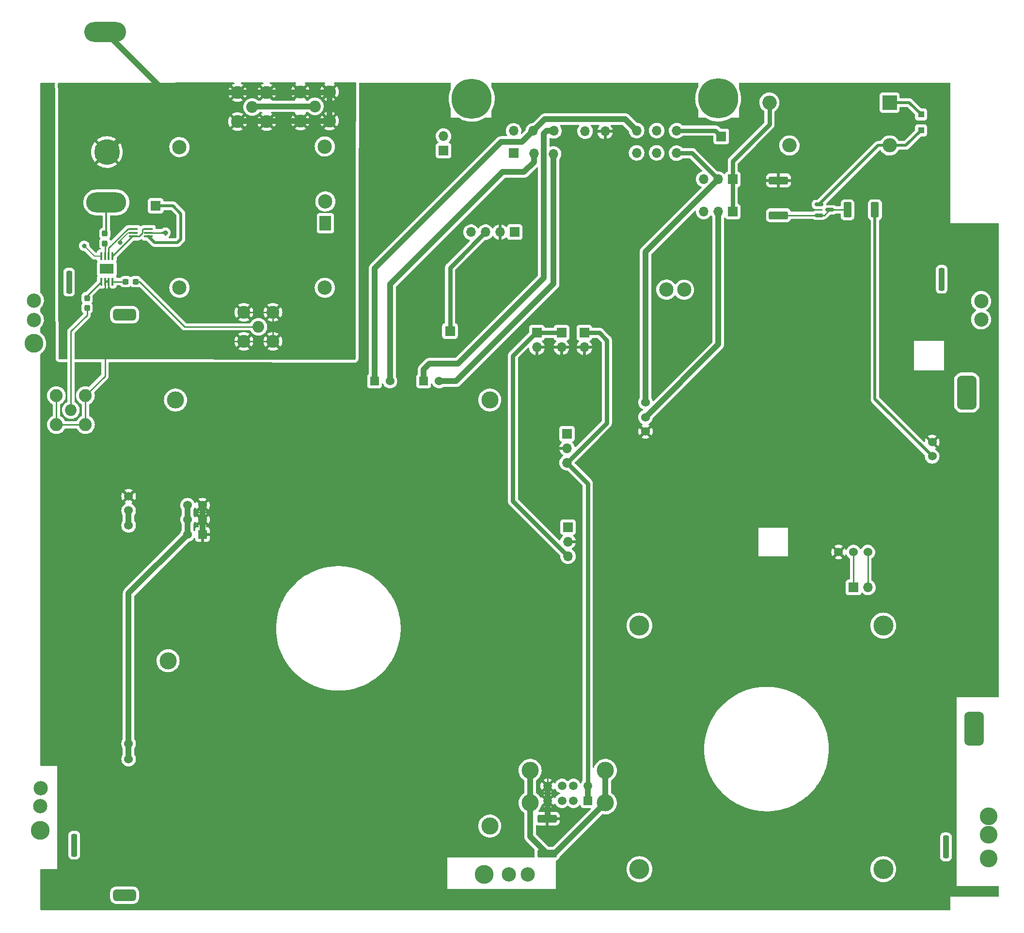
<source format=gtl>
G04 #@! TF.GenerationSoftware,KiCad,Pcbnew,(6.0.1)*
G04 #@! TF.CreationDate,2022-05-02T18:59:31-07:00*
G04 #@! TF.ProjectId,Motherboard,4d6f7468-6572-4626-9f61-72642e6b6963,rev?*
G04 #@! TF.SameCoordinates,Original*
G04 #@! TF.FileFunction,Copper,L1,Top*
G04 #@! TF.FilePolarity,Positive*
%FSLAX46Y46*%
G04 Gerber Fmt 4.6, Leading zero omitted, Abs format (unit mm)*
G04 Created by KiCad (PCBNEW (6.0.1)) date 2022-05-02 18:59:31*
%MOMM*%
%LPD*%
G01*
G04 APERTURE LIST*
G04 Aperture macros list*
%AMRoundRect*
0 Rectangle with rounded corners*
0 $1 Rounding radius*
0 $2 $3 $4 $5 $6 $7 $8 $9 X,Y pos of 4 corners*
0 Add a 4 corners polygon primitive as box body*
4,1,4,$2,$3,$4,$5,$6,$7,$8,$9,$2,$3,0*
0 Add four circle primitives for the rounded corners*
1,1,$1+$1,$2,$3*
1,1,$1+$1,$4,$5*
1,1,$1+$1,$6,$7*
1,1,$1+$1,$8,$9*
0 Add four rect primitives between the rounded corners*
20,1,$1+$1,$2,$3,$4,$5,0*
20,1,$1+$1,$4,$5,$6,$7,0*
20,1,$1+$1,$6,$7,$8,$9,0*
20,1,$1+$1,$8,$9,$2,$3,0*%
G04 Aperture macros list end*
G04 #@! TA.AperFunction,ComponentPad*
%ADD10C,1.524000*%
G04 #@! TD*
G04 #@! TA.AperFunction,WasherPad*
%ADD11C,3.000000*%
G04 #@! TD*
G04 #@! TA.AperFunction,ComponentPad*
%ADD12R,1.524000X1.524000*%
G04 #@! TD*
G04 #@! TA.AperFunction,ComponentPad*
%ADD13C,2.500000*%
G04 #@! TD*
G04 #@! TA.AperFunction,ComponentPad*
%ADD14RoundRect,0.850000X-0.850000X-2.150000X0.850000X-2.150000X0.850000X2.150000X-0.850000X2.150000X0*%
G04 #@! TD*
G04 #@! TA.AperFunction,ComponentPad*
%ADD15C,3.300000*%
G04 #@! TD*
G04 #@! TA.AperFunction,ComponentPad*
%ADD16C,3.100000*%
G04 #@! TD*
G04 #@! TA.AperFunction,ComponentPad*
%ADD17RoundRect,0.850000X0.850000X2.150000X-0.850000X2.150000X-0.850000X-2.150000X0.850000X-2.150000X0*%
G04 #@! TD*
G04 #@! TA.AperFunction,ComponentPad*
%ADD18R,1.700000X1.700000*%
G04 #@! TD*
G04 #@! TA.AperFunction,ComponentPad*
%ADD19O,1.700000X1.700000*%
G04 #@! TD*
G04 #@! TA.AperFunction,ComponentPad*
%ADD20C,7.000000*%
G04 #@! TD*
G04 #@! TA.AperFunction,ComponentPad*
%ADD21C,2.050000*%
G04 #@! TD*
G04 #@! TA.AperFunction,ComponentPad*
%ADD22C,2.250000*%
G04 #@! TD*
G04 #@! TA.AperFunction,ComponentPad*
%ADD23R,2.500000X2.500000*%
G04 #@! TD*
G04 #@! TA.AperFunction,ComponentPad*
%ADD24O,2.500000X2.500000*%
G04 #@! TD*
G04 #@! TA.AperFunction,SMDPad,CuDef*
%ADD25RoundRect,0.237500X-0.300000X-0.237500X0.300000X-0.237500X0.300000X0.237500X-0.300000X0.237500X0*%
G04 #@! TD*
G04 #@! TA.AperFunction,ComponentPad*
%ADD26RoundRect,0.500000X1.500000X-0.500000X1.500000X0.500000X-1.500000X0.500000X-1.500000X-0.500000X0*%
G04 #@! TD*
G04 #@! TA.AperFunction,ComponentPad*
%ADD27O,7.000000X3.500000*%
G04 #@! TD*
G04 #@! TA.AperFunction,ComponentPad*
%ADD28O,7.300000X3.500000*%
G04 #@! TD*
G04 #@! TA.AperFunction,ComponentPad*
%ADD29C,4.500000*%
G04 #@! TD*
G04 #@! TA.AperFunction,WasherPad*
%ADD30RoundRect,0.250000X-0.250000X-1.750000X0.250000X-1.750000X0.250000X1.750000X-0.250000X1.750000X0*%
G04 #@! TD*
G04 #@! TA.AperFunction,SMDPad,CuDef*
%ADD31RoundRect,0.237500X-0.237500X0.300000X-0.237500X-0.300000X0.237500X-0.300000X0.237500X0.300000X0*%
G04 #@! TD*
G04 #@! TA.AperFunction,ComponentPad*
%ADD32R,1.500000X1.500000*%
G04 #@! TD*
G04 #@! TA.AperFunction,ComponentPad*
%ADD33C,1.500000*%
G04 #@! TD*
G04 #@! TA.AperFunction,ComponentPad*
%ADD34C,3.000000*%
G04 #@! TD*
G04 #@! TA.AperFunction,ComponentPad*
%ADD35C,3.500000*%
G04 #@! TD*
G04 #@! TA.AperFunction,SMDPad,CuDef*
%ADD36RoundRect,0.249999X-1.425001X0.450001X-1.425001X-0.450001X1.425001X-0.450001X1.425001X0.450001X0*%
G04 #@! TD*
G04 #@! TA.AperFunction,SMDPad,CuDef*
%ADD37R,1.100000X1.100000*%
G04 #@! TD*
G04 #@! TA.AperFunction,SMDPad,CuDef*
%ADD38RoundRect,0.249999X0.450001X1.075001X-0.450001X1.075001X-0.450001X-1.075001X0.450001X-1.075001X0*%
G04 #@! TD*
G04 #@! TA.AperFunction,SMDPad,CuDef*
%ADD39R,0.431800X1.346200*%
G04 #@! TD*
G04 #@! TA.AperFunction,SMDPad,CuDef*
%ADD40R,2.413000X1.778000*%
G04 #@! TD*
G04 #@! TA.AperFunction,SMDPad,CuDef*
%ADD41R,1.500000X0.400000*%
G04 #@! TD*
G04 #@! TA.AperFunction,WasherPad*
%ADD42C,2.500000*%
G04 #@! TD*
G04 #@! TA.AperFunction,ComponentPad*
%ADD43R,2.000000X2.500000*%
G04 #@! TD*
G04 #@! TA.AperFunction,SMDPad,CuDef*
%ADD44RoundRect,0.150000X-0.587500X-0.150000X0.587500X-0.150000X0.587500X0.150000X-0.587500X0.150000X0*%
G04 #@! TD*
G04 #@! TA.AperFunction,ViaPad*
%ADD45C,0.800000*%
G04 #@! TD*
G04 #@! TA.AperFunction,Conductor*
%ADD46C,1.000000*%
G04 #@! TD*
G04 #@! TA.AperFunction,Conductor*
%ADD47C,0.750000*%
G04 #@! TD*
G04 #@! TA.AperFunction,Conductor*
%ADD48C,0.250000*%
G04 #@! TD*
G04 #@! TA.AperFunction,Conductor*
%ADD49C,0.500000*%
G04 #@! TD*
G04 #@! TA.AperFunction,Conductor*
%ADD50C,0.200000*%
G04 #@! TD*
G04 #@! TA.AperFunction,Conductor*
%ADD51C,0.300000*%
G04 #@! TD*
G04 APERTURE END LIST*
D10*
X234745000Y-117755000D03*
X234745000Y-120355000D03*
X268495000Y-143955000D03*
X284845000Y-124705000D03*
X234745000Y-122855000D03*
X271095000Y-143955000D03*
X273595000Y-143955000D03*
X284845000Y-127205000D03*
D11*
X152650000Y-117355000D03*
X207550000Y-117355000D03*
X151350000Y-162955000D03*
X207550000Y-191855000D03*
D10*
X154750000Y-138255000D03*
X154750000Y-140855000D03*
X154750000Y-135755000D03*
X157350000Y-138255000D03*
D12*
X157350000Y-140855000D03*
D10*
X157350000Y-135755000D03*
X190110000Y-114055000D03*
D12*
X187410000Y-114055000D03*
D10*
X198710000Y-114055000D03*
D12*
X196010000Y-114055000D03*
D13*
X127895000Y-99950000D03*
D14*
X290895000Y-116050000D03*
D13*
X293395000Y-103250000D03*
X238395000Y-98050000D03*
X127895000Y-103350000D03*
X241495000Y-98063948D03*
D15*
X127895000Y-107450000D03*
D13*
X293395000Y-100050000D03*
D16*
X294700000Y-197550000D03*
D13*
X129000000Y-188350000D03*
D17*
X292200000Y-174850000D03*
D13*
X210900000Y-200350000D03*
X129100000Y-185250000D03*
D15*
X206600000Y-200350000D03*
X129000000Y-192650000D03*
D13*
X214204026Y-200350000D03*
D16*
X294700000Y-193350000D03*
X294700000Y-190150000D03*
D18*
X211700000Y-74167500D03*
D19*
X211700000Y-70287500D03*
X215250000Y-74237500D03*
X215150000Y-70287500D03*
X218700000Y-74337500D03*
X218750000Y-70287500D03*
X224200000Y-70337500D03*
X227700000Y-70387500D03*
X233200000Y-74137500D03*
X233200000Y-70237500D03*
X236700000Y-74137500D03*
X236700000Y-70237500D03*
X240200000Y-74187500D03*
X240200000Y-70237500D03*
D20*
X247450000Y-64637500D03*
X204400000Y-64687500D03*
D18*
X200600000Y-105300000D03*
D21*
X177000000Y-66000000D03*
D22*
X174460000Y-63460000D03*
X179540000Y-63460000D03*
X179540000Y-68540000D03*
X174460000Y-68540000D03*
D23*
X277407500Y-65342500D03*
D24*
X256407500Y-65342500D03*
X259907500Y-72842500D03*
X277407500Y-72842500D03*
D25*
X143937500Y-96663454D03*
X145662500Y-96663454D03*
D18*
X224075000Y-105600000D03*
D19*
X224075000Y-108140000D03*
D26*
X143755000Y-102450000D03*
X143755000Y-203950000D03*
D10*
X144455000Y-136680000D03*
X144455000Y-139280000D03*
X144455000Y-134180000D03*
X144455000Y-177450000D03*
X144455000Y-180150000D03*
D27*
X140567500Y-82800000D03*
D28*
X140367500Y-53000000D03*
D29*
X140667500Y-74000000D03*
D21*
X134366000Y-119126000D03*
D22*
X131826000Y-116586000D03*
X136906000Y-116586000D03*
X131826000Y-121666000D03*
X136906000Y-121666000D03*
D18*
X221050000Y-123250000D03*
D19*
X221050000Y-125790000D03*
X221050000Y-128330000D03*
D18*
X215775000Y-105600000D03*
D19*
X215775000Y-108140000D03*
D18*
X250000000Y-78750000D03*
D19*
X247460000Y-78750000D03*
X244920000Y-78750000D03*
D30*
X287250000Y-195500000D03*
D18*
X248000000Y-71250000D03*
D31*
X140300000Y-88237500D03*
X140300000Y-89962500D03*
D32*
X224670000Y-187450000D03*
D33*
X222170000Y-187450000D03*
X220170000Y-187450000D03*
X217670000Y-187450000D03*
X224670000Y-184830000D03*
X222170000Y-184830000D03*
X220170000Y-184830000D03*
X217670000Y-184830000D03*
D34*
X214600000Y-182120000D03*
X214600000Y-187800000D03*
X227740000Y-187800000D03*
X227740000Y-182120000D03*
D18*
X149200000Y-83400000D03*
D35*
X276300000Y-156800000D03*
D36*
X258000000Y-78950000D03*
X258000000Y-85050000D03*
D30*
X134950000Y-195200000D03*
D18*
X220075000Y-105600000D03*
D19*
X220075000Y-108140000D03*
D31*
X137200000Y-99537500D03*
X137200000Y-101262500D03*
D36*
X217570000Y-190570000D03*
X217570000Y-196670000D03*
D37*
X282900000Y-70200000D03*
X282900000Y-67400000D03*
D18*
X221225000Y-139575000D03*
D19*
X221225000Y-142115000D03*
X221225000Y-144655000D03*
D18*
X250000000Y-84400000D03*
D19*
X247460000Y-84400000D03*
X244920000Y-84400000D03*
D38*
X274850000Y-84100000D03*
X270050000Y-84100000D03*
D39*
X141622860Y-92214050D03*
X140972620Y-92214050D03*
X140322380Y-92214050D03*
X139672140Y-92214050D03*
X139672140Y-96659050D03*
X140322380Y-96659050D03*
X140972620Y-96659050D03*
X141622860Y-96659050D03*
D40*
X140647500Y-94436550D03*
D30*
X286500000Y-96250000D03*
D35*
X276300000Y-199400000D03*
D18*
X211900000Y-88000000D03*
D19*
X209360000Y-88000000D03*
X206820000Y-88000000D03*
X204280000Y-88000000D03*
D41*
X147930000Y-88750000D03*
X147930000Y-88100000D03*
X147930000Y-87450000D03*
X145270000Y-87450000D03*
X145270000Y-88100000D03*
X145270000Y-88750000D03*
D30*
X134050000Y-96750000D03*
D18*
X199475000Y-73750000D03*
D19*
X199475000Y-71210000D03*
D35*
X233700000Y-156800000D03*
D18*
X271100000Y-150125000D03*
D19*
X273640000Y-150125000D03*
D42*
X178732000Y-97729000D03*
X153332000Y-73129000D03*
X178732000Y-73029000D03*
X153332000Y-97729000D03*
D43*
X178832000Y-86429000D03*
D13*
X178832000Y-82629000D03*
D21*
X166032000Y-66129000D03*
D22*
X163492000Y-68669000D03*
X163492000Y-63589000D03*
X168572000Y-63589000D03*
X168572000Y-68669000D03*
D21*
X167132000Y-104559000D03*
D22*
X169672000Y-102019000D03*
X169672000Y-107099000D03*
X164592000Y-102019000D03*
X164592000Y-107099000D03*
D35*
X233700000Y-199400000D03*
D44*
X265062500Y-83150000D03*
X265062500Y-85050000D03*
X266937500Y-84100000D03*
D45*
X240500000Y-105250000D03*
X286150000Y-174250000D03*
X258000000Y-76750000D03*
X217670000Y-182920000D03*
X150900000Y-88100000D03*
X130500000Y-112200000D03*
X143000000Y-89800000D03*
X136700000Y-90400000D03*
D46*
X217000000Y-70750000D02*
X217000000Y-71750000D01*
X217462500Y-70287500D02*
X217000000Y-70750000D01*
X218750000Y-70287500D02*
X217462500Y-70287500D01*
X217000000Y-96000000D02*
X217000000Y-71750000D01*
X202000000Y-111000000D02*
X217000000Y-96000000D01*
X196010000Y-111990000D02*
X197000000Y-111000000D01*
X197000000Y-111000000D02*
X202000000Y-111000000D01*
X196010000Y-114055000D02*
X196010000Y-111990000D01*
X218700000Y-97050000D02*
X201695000Y-114055000D01*
X201695000Y-114055000D02*
X198710000Y-114055000D01*
X218700000Y-74337500D02*
X218700000Y-97050000D01*
X215250000Y-75750000D02*
X213500000Y-77500000D01*
X213500000Y-77500000D02*
X213000000Y-77500000D01*
X215250000Y-74237500D02*
X215250000Y-75750000D01*
X209750000Y-77500000D02*
X213000000Y-77500000D01*
X190110000Y-97140000D02*
X209750000Y-77500000D01*
X190110000Y-114055000D02*
X190110000Y-97140000D01*
X187410000Y-94340000D02*
X187410000Y-96158478D01*
X209500000Y-72250000D02*
X187410000Y-94340000D01*
X213187500Y-72250000D02*
X209500000Y-72250000D01*
X215150000Y-70287500D02*
X213187500Y-72250000D01*
X187410000Y-114055000D02*
X187410000Y-96158478D01*
X231212500Y-68250000D02*
X233200000Y-70237500D01*
X217187500Y-68250000D02*
X231212500Y-68250000D01*
X215150000Y-70287500D02*
X217187500Y-68250000D01*
D47*
X242897500Y-74187500D02*
X247460000Y-78750000D01*
X240200000Y-74187500D02*
X242897500Y-74187500D01*
X240200000Y-70237500D02*
X246987500Y-70237500D01*
X246987500Y-70237500D02*
X248000000Y-71250000D01*
D46*
X217670000Y-187450000D02*
X217670000Y-190470000D01*
D48*
X215775000Y-108140000D02*
X224075000Y-108140000D01*
X217670000Y-182920000D02*
X217670000Y-184830000D01*
X258000000Y-76750000D02*
X258000000Y-78950000D01*
D46*
X157350000Y-135755000D02*
X157350000Y-141000000D01*
X217670000Y-190470000D02*
X217570000Y-190570000D01*
D48*
X147930000Y-88100000D02*
X150900000Y-88100000D01*
D46*
X217670000Y-184830000D02*
X217670000Y-187450000D01*
D48*
X265062500Y-85050000D02*
X265987500Y-85050000D01*
X266937500Y-84100000D02*
X270050000Y-84100000D01*
X258000000Y-85050000D02*
X265062500Y-85050000D01*
X265987500Y-85050000D02*
X266937500Y-84100000D01*
D46*
X217570000Y-196670000D02*
X218870000Y-196670000D01*
X214600000Y-193700000D02*
X214600000Y-182120000D01*
X227740000Y-182120000D02*
X227740000Y-187800000D01*
X217570000Y-196670000D02*
X214600000Y-193700000D01*
X218870000Y-196670000D02*
X227740000Y-187800000D01*
D49*
X284845000Y-127205000D02*
X274850000Y-117210000D01*
X274850000Y-117210000D02*
X274850000Y-84100000D01*
D46*
X247460000Y-78750000D02*
X234745000Y-91465000D01*
D49*
X277407500Y-65342500D02*
X280842500Y-65342500D01*
D46*
X234745000Y-91465000D02*
X234745000Y-117755000D01*
D49*
X280842500Y-65342500D02*
X282900000Y-67400000D01*
D47*
X256407500Y-69192500D02*
X256407500Y-65342500D01*
X250000000Y-78750000D02*
X250000000Y-75600000D01*
X250000000Y-75600000D02*
X256407500Y-69192500D01*
X250000000Y-84400000D02*
X250000000Y-78750000D01*
D46*
X144455000Y-136680000D02*
X144455000Y-139280000D01*
D49*
X265062500Y-83150000D02*
X275370000Y-72842500D01*
X280257500Y-72842500D02*
X282900000Y-70200000D01*
X277407500Y-72842500D02*
X280257500Y-72842500D01*
X275370000Y-72842500D02*
X277407500Y-72842500D01*
D46*
X224670000Y-187450000D02*
X224670000Y-184830000D01*
D50*
X136700000Y-90400000D02*
X138514050Y-92214050D01*
D47*
X224075000Y-105600000D02*
X226700000Y-105600000D01*
X224670000Y-131950000D02*
X224670000Y-184830000D01*
X221050000Y-128330000D02*
X224670000Y-131950000D01*
X228000000Y-121380000D02*
X221050000Y-128330000D01*
D50*
X144370978Y-88100000D02*
X145270000Y-88100000D01*
X143000000Y-89800000D02*
X143000000Y-89470978D01*
D47*
X228000000Y-106900000D02*
X228000000Y-121380000D01*
X226700000Y-105600000D02*
X228000000Y-106900000D01*
D50*
X143000000Y-89470978D02*
X144370978Y-88100000D01*
X138514050Y-92214050D02*
X139672140Y-92214050D01*
D47*
X200600000Y-94220000D02*
X206820000Y-88000000D01*
X200600000Y-105300000D02*
X200600000Y-94220000D01*
D48*
X271095000Y-150120000D02*
X271100000Y-150125000D01*
X271095000Y-143955000D02*
X271095000Y-150120000D01*
X273595000Y-150080000D02*
X273640000Y-150125000D01*
X273595000Y-143955000D02*
X273595000Y-150080000D01*
D47*
X211600000Y-109600000D02*
X215600000Y-105600000D01*
X215775000Y-105600000D02*
X220075000Y-105600000D01*
X211600000Y-135030000D02*
X211600000Y-109600000D01*
D48*
X215600000Y-105600000D02*
X215775000Y-105600000D01*
D47*
X221225000Y-144655000D02*
X211600000Y-135030000D01*
D46*
X247460000Y-84400000D02*
X247460000Y-107640000D01*
X247460000Y-107640000D02*
X234745000Y-120355000D01*
D51*
X140567500Y-87970000D02*
X140567500Y-82800000D01*
X140300000Y-88237500D02*
X140567500Y-87970000D01*
D46*
X154750000Y-135755000D02*
X154750000Y-140855000D01*
X144455000Y-177450000D02*
X144455000Y-180150000D01*
X144455000Y-177450000D02*
X144455000Y-151150000D01*
X144455000Y-151150000D02*
X154750000Y-140855000D01*
D49*
X153600000Y-84800000D02*
X153600000Y-89200000D01*
X153600000Y-89200000D02*
X153000000Y-89800000D01*
X152200000Y-83400000D02*
X153600000Y-84800000D01*
X149200000Y-83400000D02*
X152200000Y-83400000D01*
X153000000Y-89800000D02*
X148980000Y-89800000D01*
X148980000Y-89800000D02*
X147930000Y-88750000D01*
D48*
X145270000Y-88750000D02*
X146270000Y-88750000D01*
X145086910Y-88750000D02*
X141622860Y-92214050D01*
X146855489Y-88164511D02*
X146855489Y-87575489D01*
X146855489Y-87575489D02*
X146980978Y-87450000D01*
X145270000Y-88750000D02*
X145086910Y-88750000D01*
X146980978Y-87450000D02*
X147930000Y-87450000D01*
X146270000Y-88750000D02*
X146855489Y-88164511D01*
X145270000Y-87450000D02*
X144320978Y-87450000D01*
X144320978Y-87450000D02*
X140972620Y-90798358D01*
X140972620Y-90798358D02*
X140972620Y-92214050D01*
X137200000Y-99537500D02*
X137200000Y-99131190D01*
X137200000Y-99131190D02*
X139672140Y-96659050D01*
X141622860Y-96659050D02*
X143933096Y-96659050D01*
X143933096Y-96659050D02*
X143937500Y-96663454D01*
X166161000Y-66000000D02*
X166032000Y-66129000D01*
D46*
X177000000Y-66000000D02*
X166161000Y-66000000D01*
D48*
X137200000Y-101262500D02*
X137200000Y-102525816D01*
X137200000Y-102525816D02*
X134366000Y-105359816D01*
X134366000Y-119126000D02*
X134366000Y-105359816D01*
X154259000Y-104559000D02*
X167132000Y-104559000D01*
X146363454Y-96663454D02*
X154259000Y-104559000D01*
X145662500Y-96663454D02*
X146363454Y-96663454D01*
D46*
X163492000Y-63589000D02*
X179411000Y-63589000D01*
X163492000Y-63589000D02*
X151078500Y-63589000D01*
X150956500Y-63589000D02*
X140367500Y-53000000D01*
D48*
X136906000Y-121666000D02*
X136906000Y-116586000D01*
D46*
X179540000Y-68540000D02*
X163621000Y-68540000D01*
D48*
X169672000Y-107099000D02*
X164592000Y-107099000D01*
X169672000Y-102019000D02*
X169672000Y-107099000D01*
X140972620Y-97582150D02*
X143090470Y-99700000D01*
X163621000Y-68540000D02*
X163492000Y-68669000D01*
X140972620Y-96659050D02*
X140972620Y-97582150D01*
D46*
X179540000Y-63460000D02*
X179540000Y-68540000D01*
D48*
X154699000Y-107099000D02*
X164592000Y-107099000D01*
X164592000Y-102019000D02*
X169672000Y-102019000D01*
X147300000Y-99700000D02*
X154699000Y-107099000D01*
X179411000Y-63589000D02*
X179540000Y-63460000D01*
D46*
X151078500Y-63589000D02*
X140667500Y-74000000D01*
D48*
X131826000Y-116586000D02*
X131826000Y-121666000D01*
X140322380Y-113169620D02*
X136906000Y-116586000D01*
X143090470Y-99700000D02*
X147300000Y-99700000D01*
X131826000Y-121666000D02*
X136906000Y-121666000D01*
X140322380Y-96659050D02*
X140322380Y-113169620D01*
X140972620Y-96659050D02*
X140322380Y-96659050D01*
X140322380Y-89984880D02*
X140300000Y-89962500D01*
X140322380Y-92214050D02*
X140322380Y-89984880D01*
G04 #@! TA.AperFunction,Conductor*
G36*
X131540360Y-61870002D02*
G01*
X131586853Y-61923658D01*
X131596994Y-61993670D01*
X131592262Y-62027071D01*
X131592271Y-62031566D01*
X131592271Y-62031570D01*
X131595508Y-63594982D01*
X131598240Y-64914523D01*
X131600757Y-66130052D01*
X131603277Y-67347453D01*
X131606026Y-68674982D01*
X131608758Y-69994523D01*
X131612659Y-71878825D01*
X131617001Y-73975910D01*
X131621446Y-76123034D01*
X131622076Y-76427247D01*
X131667882Y-98551452D01*
X131688809Y-108659085D01*
X131691713Y-110061803D01*
X131691741Y-110075555D01*
X131695122Y-110106684D01*
X131702548Y-110175067D01*
X131703358Y-110182528D01*
X131714644Y-110234388D01*
X131728798Y-110277045D01*
X131743871Y-110322469D01*
X131748527Y-110336502D01*
X131826464Y-110458291D01*
X131829396Y-110461688D01*
X131869914Y-110508632D01*
X131869921Y-110508639D01*
X131872853Y-110512036D01*
X131981941Y-110606931D01*
X132062783Y-110644040D01*
X132109257Y-110665374D01*
X132109261Y-110665376D01*
X132113349Y-110667252D01*
X132181430Y-110687386D01*
X132185874Y-110688034D01*
X132185880Y-110688035D01*
X132320075Y-110707594D01*
X132320081Y-110707594D01*
X132324517Y-110708241D01*
X132329002Y-110708250D01*
X132329007Y-110708250D01*
X133605280Y-110710709D01*
X133605277Y-110712068D01*
X133669030Y-110727244D01*
X133718244Y-110778415D01*
X133732500Y-110836633D01*
X133732500Y-117645598D01*
X133712498Y-117713719D01*
X133667208Y-117754690D01*
X133667653Y-117755416D01*
X133663433Y-117758002D01*
X133663429Y-117758004D01*
X133659397Y-117760475D01*
X133461844Y-117881536D01*
X133278299Y-118038299D01*
X133275091Y-118042055D01*
X133271756Y-118045960D01*
X133121536Y-118221844D01*
X132995416Y-118427653D01*
X132993523Y-118432223D01*
X132993521Y-118432227D01*
X132920439Y-118608664D01*
X132903045Y-118650657D01*
X132901890Y-118655469D01*
X132847851Y-118880553D01*
X132847850Y-118880559D01*
X132846696Y-118885366D01*
X132827758Y-119126000D01*
X132846696Y-119366634D01*
X132847850Y-119371441D01*
X132847851Y-119371447D01*
X132883267Y-119518961D01*
X132903045Y-119601343D01*
X132904938Y-119605914D01*
X132904939Y-119605916D01*
X132951086Y-119717324D01*
X132995416Y-119824347D01*
X133121536Y-120030156D01*
X133222175Y-120147988D01*
X133273965Y-120208626D01*
X133278299Y-120213701D01*
X133461844Y-120370464D01*
X133667653Y-120496584D01*
X133672223Y-120498477D01*
X133672227Y-120498479D01*
X133873325Y-120581776D01*
X133890657Y-120588955D01*
X133973039Y-120608733D01*
X134120553Y-120644149D01*
X134120559Y-120644150D01*
X134125366Y-120645304D01*
X134366000Y-120664242D01*
X134606634Y-120645304D01*
X134611441Y-120644150D01*
X134611447Y-120644149D01*
X134758961Y-120608733D01*
X134841343Y-120588955D01*
X134858675Y-120581776D01*
X135059773Y-120498479D01*
X135059777Y-120498477D01*
X135064347Y-120496584D01*
X135270156Y-120370464D01*
X135453701Y-120213701D01*
X135458036Y-120208626D01*
X135509825Y-120147988D01*
X135610464Y-120030156D01*
X135736584Y-119824347D01*
X135780915Y-119717324D01*
X135827061Y-119605916D01*
X135827062Y-119605914D01*
X135828955Y-119601343D01*
X135848733Y-119518961D01*
X135884149Y-119371447D01*
X135884150Y-119371441D01*
X135885304Y-119366634D01*
X135904242Y-119126000D01*
X135885304Y-118885366D01*
X135884150Y-118880559D01*
X135884149Y-118880553D01*
X135830110Y-118655469D01*
X135828955Y-118650657D01*
X135811561Y-118608664D01*
X135738479Y-118432227D01*
X135738477Y-118432223D01*
X135736584Y-118427653D01*
X135610464Y-118221844D01*
X135460244Y-118045960D01*
X135456909Y-118042055D01*
X135453701Y-118038299D01*
X135270156Y-117881536D01*
X135072603Y-117760475D01*
X135068571Y-117758004D01*
X135068567Y-117758002D01*
X135064347Y-117755416D01*
X135064846Y-117754601D01*
X135016688Y-117709128D01*
X134999500Y-117645598D01*
X134999500Y-110839638D01*
X135019502Y-110771517D01*
X135073158Y-110725024D01*
X135125743Y-110713638D01*
X139563123Y-110722188D01*
X139631205Y-110742322D01*
X139677594Y-110796067D01*
X139688880Y-110848188D01*
X139688880Y-112855026D01*
X139668878Y-112923147D01*
X139651975Y-112944121D01*
X137582259Y-115013837D01*
X137519947Y-115047863D01*
X137444947Y-115041151D01*
X137412340Y-115027645D01*
X137325498Y-115006796D01*
X137167139Y-114968777D01*
X137167133Y-114968776D01*
X137162326Y-114967622D01*
X136906000Y-114947449D01*
X136649674Y-114967622D01*
X136644867Y-114968776D01*
X136644861Y-114968777D01*
X136486502Y-115006796D01*
X136399660Y-115027645D01*
X136395089Y-115029538D01*
X136395087Y-115029539D01*
X136166687Y-115124145D01*
X136166683Y-115124147D01*
X136162113Y-115126040D01*
X135942884Y-115260384D01*
X135747369Y-115427369D01*
X135580384Y-115622884D01*
X135446040Y-115842113D01*
X135444147Y-115846683D01*
X135444145Y-115846687D01*
X135350925Y-116071742D01*
X135347645Y-116079660D01*
X135346490Y-116084472D01*
X135292680Y-116308607D01*
X135287622Y-116329674D01*
X135267449Y-116586000D01*
X135287622Y-116842326D01*
X135288776Y-116847133D01*
X135288777Y-116847139D01*
X135311194Y-116940511D01*
X135347645Y-117092340D01*
X135349538Y-117096911D01*
X135349539Y-117096913D01*
X135443649Y-117324114D01*
X135446040Y-117329887D01*
X135448626Y-117334107D01*
X135463899Y-117359031D01*
X135580384Y-117549116D01*
X135747369Y-117744631D01*
X135942884Y-117911616D01*
X136162113Y-118045960D01*
X136166683Y-118047853D01*
X136166691Y-118047857D01*
X136194717Y-118059465D01*
X136249998Y-118104012D01*
X136272500Y-118175874D01*
X136272500Y-120076126D01*
X136252498Y-120144247D01*
X136194717Y-120192535D01*
X136166691Y-120204143D01*
X136166683Y-120204147D01*
X136162113Y-120206040D01*
X135942884Y-120340384D01*
X135747369Y-120507369D01*
X135580384Y-120702884D01*
X135446040Y-120922113D01*
X135444147Y-120926683D01*
X135444143Y-120926691D01*
X135432535Y-120954717D01*
X135387988Y-121009998D01*
X135316126Y-121032500D01*
X133415874Y-121032500D01*
X133347753Y-121012498D01*
X133299465Y-120954717D01*
X133287857Y-120926691D01*
X133287853Y-120926683D01*
X133285960Y-120922113D01*
X133151616Y-120702884D01*
X132984631Y-120507369D01*
X132789116Y-120340384D01*
X132569887Y-120206040D01*
X132565317Y-120204147D01*
X132565309Y-120204143D01*
X132537283Y-120192535D01*
X132482002Y-120147988D01*
X132459500Y-120076126D01*
X132459500Y-118175874D01*
X132479502Y-118107753D01*
X132537283Y-118059465D01*
X132565309Y-118047857D01*
X132565317Y-118047853D01*
X132569887Y-118045960D01*
X132789116Y-117911616D01*
X132984631Y-117744631D01*
X133151616Y-117549116D01*
X133268101Y-117359031D01*
X133283374Y-117334107D01*
X133285960Y-117329887D01*
X133288352Y-117324114D01*
X133382461Y-117096913D01*
X133382462Y-117096911D01*
X133384355Y-117092340D01*
X133420806Y-116940511D01*
X133443223Y-116847139D01*
X133443224Y-116847133D01*
X133444378Y-116842326D01*
X133464551Y-116586000D01*
X133444378Y-116329674D01*
X133439321Y-116308607D01*
X133385510Y-116084472D01*
X133384355Y-116079660D01*
X133381075Y-116071742D01*
X133287855Y-115846687D01*
X133287853Y-115846683D01*
X133285960Y-115842113D01*
X133151616Y-115622884D01*
X132984631Y-115427369D01*
X132789116Y-115260384D01*
X132569887Y-115126040D01*
X132565317Y-115124147D01*
X132565313Y-115124145D01*
X132336913Y-115029539D01*
X132336911Y-115029538D01*
X132332340Y-115027645D01*
X132245498Y-115006796D01*
X132087139Y-114968777D01*
X132087133Y-114968776D01*
X132082326Y-114967622D01*
X131826000Y-114947449D01*
X131569674Y-114967622D01*
X131564867Y-114968776D01*
X131564861Y-114968777D01*
X131406502Y-115006796D01*
X131319660Y-115027645D01*
X131315089Y-115029538D01*
X131315087Y-115029539D01*
X131086687Y-115124145D01*
X131086683Y-115124147D01*
X131082113Y-115126040D01*
X130862884Y-115260384D01*
X130667369Y-115427369D01*
X130500384Y-115622884D01*
X130366040Y-115842113D01*
X130364147Y-115846683D01*
X130364145Y-115846687D01*
X130270925Y-116071742D01*
X130267645Y-116079660D01*
X130266490Y-116084472D01*
X130212680Y-116308607D01*
X130207622Y-116329674D01*
X130187449Y-116586000D01*
X130207622Y-116842326D01*
X130208776Y-116847133D01*
X130208777Y-116847139D01*
X130231194Y-116940511D01*
X130267645Y-117092340D01*
X130269538Y-117096911D01*
X130269539Y-117096913D01*
X130363649Y-117324114D01*
X130366040Y-117329887D01*
X130368626Y-117334107D01*
X130383899Y-117359031D01*
X130500384Y-117549116D01*
X130667369Y-117744631D01*
X130862884Y-117911616D01*
X131082113Y-118045960D01*
X131086683Y-118047853D01*
X131086691Y-118047857D01*
X131114717Y-118059465D01*
X131169998Y-118104012D01*
X131192500Y-118175874D01*
X131192500Y-120076126D01*
X131172498Y-120144247D01*
X131114717Y-120192535D01*
X131086691Y-120204143D01*
X131086683Y-120204147D01*
X131082113Y-120206040D01*
X130862884Y-120340384D01*
X130667369Y-120507369D01*
X130500384Y-120702884D01*
X130366040Y-120922113D01*
X130364147Y-120926683D01*
X130364145Y-120926687D01*
X130336812Y-120992676D01*
X130267645Y-121159660D01*
X130266490Y-121164472D01*
X130209191Y-121403139D01*
X130207622Y-121409674D01*
X130187449Y-121666000D01*
X130207622Y-121922326D01*
X130208776Y-121927133D01*
X130208777Y-121927139D01*
X130246796Y-122085498D01*
X130267645Y-122172340D01*
X130269538Y-122176911D01*
X130269539Y-122176913D01*
X130364144Y-122405309D01*
X130366040Y-122409887D01*
X130500384Y-122629116D01*
X130667369Y-122824631D01*
X130862884Y-122991616D01*
X131082113Y-123125960D01*
X131086683Y-123127853D01*
X131086687Y-123127855D01*
X131308033Y-123219539D01*
X131319660Y-123224355D01*
X131406502Y-123245204D01*
X131564861Y-123283223D01*
X131564867Y-123283224D01*
X131569674Y-123284378D01*
X131826000Y-123304551D01*
X132082326Y-123284378D01*
X132087133Y-123283224D01*
X132087139Y-123283223D01*
X132245498Y-123245204D01*
X132332340Y-123224355D01*
X132343967Y-123219539D01*
X132565313Y-123127855D01*
X132565317Y-123127853D01*
X132569887Y-123125960D01*
X132789116Y-122991616D01*
X132984631Y-122824631D01*
X133151616Y-122629116D01*
X133285960Y-122409887D01*
X133287855Y-122405313D01*
X133287857Y-122405309D01*
X133299465Y-122377283D01*
X133344012Y-122322002D01*
X133415874Y-122299500D01*
X135316126Y-122299500D01*
X135384247Y-122319502D01*
X135432535Y-122377283D01*
X135444143Y-122405309D01*
X135444145Y-122405313D01*
X135446040Y-122409887D01*
X135580384Y-122629116D01*
X135747369Y-122824631D01*
X135942884Y-122991616D01*
X136162113Y-123125960D01*
X136166683Y-123127853D01*
X136166687Y-123127855D01*
X136388033Y-123219539D01*
X136399660Y-123224355D01*
X136486502Y-123245204D01*
X136644861Y-123283223D01*
X136644867Y-123283224D01*
X136649674Y-123284378D01*
X136906000Y-123304551D01*
X137162326Y-123284378D01*
X137167133Y-123283224D01*
X137167139Y-123283223D01*
X137325498Y-123245204D01*
X137412340Y-123224355D01*
X137423967Y-123219539D01*
X137645313Y-123127855D01*
X137645317Y-123127853D01*
X137649887Y-123125960D01*
X137869116Y-122991616D01*
X138064631Y-122824631D01*
X138231616Y-122629116D01*
X138365960Y-122409887D01*
X138367857Y-122405309D01*
X138462461Y-122176913D01*
X138462462Y-122176911D01*
X138464355Y-122172340D01*
X138485204Y-122085498D01*
X138523223Y-121927139D01*
X138523224Y-121927133D01*
X138524378Y-121922326D01*
X138544551Y-121666000D01*
X138524378Y-121409674D01*
X138522810Y-121403139D01*
X138465510Y-121164472D01*
X138464355Y-121159660D01*
X138395188Y-120992676D01*
X138367855Y-120926687D01*
X138367853Y-120926683D01*
X138365960Y-120922113D01*
X138231616Y-120702884D01*
X138064631Y-120507369D01*
X137869116Y-120340384D01*
X137649887Y-120206040D01*
X137645317Y-120204147D01*
X137645309Y-120204143D01*
X137617283Y-120192535D01*
X137562002Y-120147988D01*
X137539500Y-120076126D01*
X137539500Y-118175874D01*
X137559502Y-118107753D01*
X137617283Y-118059465D01*
X137645309Y-118047857D01*
X137645317Y-118047853D01*
X137649887Y-118045960D01*
X137869116Y-117911616D01*
X138064631Y-117744631D01*
X138231616Y-117549116D01*
X138348101Y-117359031D01*
X138363374Y-117334107D01*
X138363490Y-117333918D01*
X150636917Y-117333918D01*
X150652682Y-117607320D01*
X150653507Y-117611525D01*
X150653508Y-117611533D01*
X150680581Y-117749525D01*
X150705405Y-117876053D01*
X150706792Y-117880103D01*
X150706793Y-117880108D01*
X150727605Y-117940895D01*
X150794112Y-118135144D01*
X150917160Y-118379799D01*
X150919586Y-118383328D01*
X150919589Y-118383334D01*
X151069843Y-118601953D01*
X151072274Y-118605490D01*
X151075161Y-118608663D01*
X151075162Y-118608664D01*
X151113665Y-118650978D01*
X151256582Y-118808043D01*
X151466675Y-118983707D01*
X151470316Y-118985991D01*
X151695024Y-119126951D01*
X151695028Y-119126953D01*
X151698664Y-119129234D01*
X151823461Y-119185582D01*
X151944345Y-119240164D01*
X151944349Y-119240166D01*
X151948257Y-119241930D01*
X152011393Y-119260632D01*
X152206723Y-119318491D01*
X152206727Y-119318492D01*
X152210836Y-119319709D01*
X152215070Y-119320357D01*
X152215075Y-119320358D01*
X152477298Y-119360483D01*
X152477300Y-119360483D01*
X152481540Y-119361132D01*
X152620912Y-119363322D01*
X152751071Y-119365367D01*
X152751077Y-119365367D01*
X152755362Y-119365434D01*
X153027235Y-119332534D01*
X153292127Y-119263041D01*
X153296087Y-119261401D01*
X153296092Y-119261399D01*
X153418632Y-119210641D01*
X153545136Y-119158241D01*
X153781582Y-119020073D01*
X153997089Y-118851094D01*
X154038809Y-118808043D01*
X154184686Y-118657509D01*
X154187669Y-118654431D01*
X154190202Y-118650983D01*
X154190206Y-118650978D01*
X154347257Y-118437178D01*
X154349795Y-118433723D01*
X154372082Y-118392676D01*
X154478418Y-118196830D01*
X154478419Y-118196828D01*
X154480468Y-118193054D01*
X154577269Y-117936877D01*
X154634382Y-117687508D01*
X154637449Y-117674117D01*
X154637450Y-117674113D01*
X154638407Y-117669933D01*
X154643159Y-117616695D01*
X154662531Y-117399627D01*
X154662531Y-117399625D01*
X154662751Y-117397161D01*
X154663193Y-117355000D01*
X154661756Y-117333918D01*
X205536917Y-117333918D01*
X205552682Y-117607320D01*
X205553507Y-117611525D01*
X205553508Y-117611533D01*
X205580581Y-117749525D01*
X205605405Y-117876053D01*
X205606792Y-117880103D01*
X205606793Y-117880108D01*
X205627605Y-117940895D01*
X205694112Y-118135144D01*
X205817160Y-118379799D01*
X205819586Y-118383328D01*
X205819589Y-118383334D01*
X205969843Y-118601953D01*
X205972274Y-118605490D01*
X205975161Y-118608663D01*
X205975162Y-118608664D01*
X206013665Y-118650978D01*
X206156582Y-118808043D01*
X206366675Y-118983707D01*
X206370316Y-118985991D01*
X206595024Y-119126951D01*
X206595028Y-119126953D01*
X206598664Y-119129234D01*
X206723461Y-119185582D01*
X206844345Y-119240164D01*
X206844349Y-119240166D01*
X206848257Y-119241930D01*
X206911393Y-119260632D01*
X207106723Y-119318491D01*
X207106727Y-119318492D01*
X207110836Y-119319709D01*
X207115070Y-119320357D01*
X207115075Y-119320358D01*
X207377298Y-119360483D01*
X207377300Y-119360483D01*
X207381540Y-119361132D01*
X207520912Y-119363322D01*
X207651071Y-119365367D01*
X207651077Y-119365367D01*
X207655362Y-119365434D01*
X207927235Y-119332534D01*
X208192127Y-119263041D01*
X208196087Y-119261401D01*
X208196092Y-119261399D01*
X208318632Y-119210641D01*
X208445136Y-119158241D01*
X208681582Y-119020073D01*
X208897089Y-118851094D01*
X208938809Y-118808043D01*
X209084686Y-118657509D01*
X209087669Y-118654431D01*
X209090202Y-118650983D01*
X209090206Y-118650978D01*
X209247257Y-118437178D01*
X209249795Y-118433723D01*
X209272082Y-118392676D01*
X209378418Y-118196830D01*
X209378419Y-118196828D01*
X209380468Y-118193054D01*
X209477269Y-117936877D01*
X209534382Y-117687508D01*
X209537449Y-117674117D01*
X209537450Y-117674113D01*
X209538407Y-117669933D01*
X209543159Y-117616695D01*
X209562531Y-117399627D01*
X209562531Y-117399625D01*
X209562751Y-117397161D01*
X209563193Y-117355000D01*
X209561169Y-117325313D01*
X209544859Y-117086055D01*
X209544858Y-117086049D01*
X209544567Y-117081778D01*
X209530279Y-117012782D01*
X209489901Y-116817809D01*
X209489032Y-116813612D01*
X209397617Y-116555465D01*
X209272013Y-116312112D01*
X209262040Y-116297921D01*
X209117008Y-116091562D01*
X209114545Y-116088057D01*
X209044466Y-116012643D01*
X208931046Y-115890588D01*
X208931043Y-115890585D01*
X208928125Y-115887445D01*
X208924810Y-115884731D01*
X208924806Y-115884728D01*
X208719523Y-115716706D01*
X208716205Y-115713990D01*
X208482704Y-115570901D01*
X208478768Y-115569173D01*
X208235873Y-115462549D01*
X208235869Y-115462548D01*
X208231945Y-115460825D01*
X207968566Y-115385800D01*
X207964324Y-115385196D01*
X207964318Y-115385195D01*
X207763834Y-115356662D01*
X207697443Y-115347213D01*
X207553589Y-115346460D01*
X207427877Y-115345802D01*
X207427871Y-115345802D01*
X207423591Y-115345780D01*
X207419347Y-115346339D01*
X207419343Y-115346339D01*
X207300302Y-115362011D01*
X207152078Y-115381525D01*
X207147938Y-115382658D01*
X207147936Y-115382658D01*
X207075008Y-115402609D01*
X206887928Y-115453788D01*
X206883980Y-115455472D01*
X206639982Y-115559546D01*
X206639978Y-115559548D01*
X206636030Y-115561232D01*
X206525970Y-115627101D01*
X206404725Y-115699664D01*
X206404721Y-115699667D01*
X206401043Y-115701868D01*
X206187318Y-115873094D01*
X205998808Y-116071742D01*
X205839002Y-116294136D01*
X205710857Y-116536161D01*
X205709385Y-116540184D01*
X205709383Y-116540188D01*
X205702314Y-116559506D01*
X205616743Y-116793337D01*
X205558404Y-117060907D01*
X205551198Y-117152460D01*
X205538107Y-117318804D01*
X205536917Y-117333918D01*
X154661756Y-117333918D01*
X154661169Y-117325313D01*
X154644859Y-117086055D01*
X154644858Y-117086049D01*
X154644567Y-117081778D01*
X154630279Y-117012782D01*
X154589901Y-116817809D01*
X154589032Y-116813612D01*
X154497617Y-116555465D01*
X154372013Y-116312112D01*
X154362040Y-116297921D01*
X154217008Y-116091562D01*
X154214545Y-116088057D01*
X154144466Y-116012643D01*
X154031046Y-115890588D01*
X154031043Y-115890585D01*
X154028125Y-115887445D01*
X154024810Y-115884731D01*
X154024806Y-115884728D01*
X153819523Y-115716706D01*
X153816205Y-115713990D01*
X153582704Y-115570901D01*
X153578768Y-115569173D01*
X153335873Y-115462549D01*
X153335869Y-115462548D01*
X153331945Y-115460825D01*
X153068566Y-115385800D01*
X153064324Y-115385196D01*
X153064318Y-115385195D01*
X152863834Y-115356662D01*
X152797443Y-115347213D01*
X152653589Y-115346460D01*
X152527877Y-115345802D01*
X152527871Y-115345802D01*
X152523591Y-115345780D01*
X152519347Y-115346339D01*
X152519343Y-115346339D01*
X152400302Y-115362011D01*
X152252078Y-115381525D01*
X152247938Y-115382658D01*
X152247936Y-115382658D01*
X152175008Y-115402609D01*
X151987928Y-115453788D01*
X151983980Y-115455472D01*
X151739982Y-115559546D01*
X151739978Y-115559548D01*
X151736030Y-115561232D01*
X151625970Y-115627101D01*
X151504725Y-115699664D01*
X151504721Y-115699667D01*
X151501043Y-115701868D01*
X151287318Y-115873094D01*
X151098808Y-116071742D01*
X150939002Y-116294136D01*
X150810857Y-116536161D01*
X150809385Y-116540184D01*
X150809383Y-116540188D01*
X150802314Y-116559506D01*
X150716743Y-116793337D01*
X150658404Y-117060907D01*
X150651198Y-117152460D01*
X150638107Y-117318804D01*
X150636917Y-117333918D01*
X138363490Y-117333918D01*
X138365960Y-117329887D01*
X138368352Y-117324114D01*
X138462461Y-117096913D01*
X138462462Y-117096911D01*
X138464355Y-117092340D01*
X138500806Y-116940511D01*
X138523223Y-116847139D01*
X138523224Y-116847133D01*
X138524378Y-116842326D01*
X138544551Y-116586000D01*
X138524378Y-116329674D01*
X138519321Y-116308607D01*
X138465510Y-116084472D01*
X138464355Y-116079660D01*
X138450849Y-116047053D01*
X138443260Y-115976465D01*
X138478163Y-115909741D01*
X139522771Y-114865134D01*
X186139500Y-114865134D01*
X186146255Y-114927316D01*
X186197385Y-115063705D01*
X186284739Y-115180261D01*
X186401295Y-115267615D01*
X186537684Y-115318745D01*
X186599866Y-115325500D01*
X188220134Y-115325500D01*
X188282316Y-115318745D01*
X188418705Y-115267615D01*
X188535261Y-115180261D01*
X188622615Y-115063705D01*
X188673745Y-114927316D01*
X188680500Y-114865134D01*
X188680500Y-114564036D01*
X188700502Y-114495915D01*
X188754158Y-114449422D01*
X188824432Y-114439318D01*
X188889012Y-114468812D01*
X188920695Y-114510786D01*
X189003186Y-114687689D01*
X189003189Y-114687694D01*
X189005512Y-114692676D01*
X189008668Y-114697183D01*
X189008669Y-114697185D01*
X189128647Y-114868531D01*
X189133023Y-114874781D01*
X189290219Y-115031977D01*
X189294727Y-115035134D01*
X189294730Y-115035136D01*
X189329254Y-115059310D01*
X189472323Y-115159488D01*
X189477305Y-115161811D01*
X189477310Y-115161814D01*
X189668822Y-115251117D01*
X189673804Y-115253440D01*
X189679112Y-115254862D01*
X189679114Y-115254863D01*
X189711721Y-115263600D01*
X189888537Y-115310978D01*
X190110000Y-115330353D01*
X190331463Y-115310978D01*
X190508279Y-115263600D01*
X190540886Y-115254863D01*
X190540888Y-115254862D01*
X190546196Y-115253440D01*
X190551178Y-115251117D01*
X190742690Y-115161814D01*
X190742695Y-115161811D01*
X190747677Y-115159488D01*
X190890746Y-115059310D01*
X190925270Y-115035136D01*
X190925273Y-115035134D01*
X190929781Y-115031977D01*
X191086977Y-114874781D01*
X191091354Y-114868531D01*
X191211331Y-114697185D01*
X191211332Y-114697183D01*
X191214488Y-114692676D01*
X191216811Y-114687694D01*
X191216814Y-114687689D01*
X191306117Y-114496178D01*
X191306118Y-114496177D01*
X191308440Y-114491196D01*
X191365978Y-114276463D01*
X191385353Y-114055000D01*
X191365978Y-113833537D01*
X191308440Y-113618804D01*
X191294724Y-113589390D01*
X191216814Y-113422311D01*
X191216811Y-113422306D01*
X191214488Y-113417324D01*
X191178799Y-113366354D01*
X191141287Y-113312782D01*
X191118500Y-113240511D01*
X191118500Y-106198134D01*
X199241500Y-106198134D01*
X199248255Y-106260316D01*
X199299385Y-106396705D01*
X199386739Y-106513261D01*
X199503295Y-106600615D01*
X199639684Y-106651745D01*
X199701866Y-106658500D01*
X201498134Y-106658500D01*
X201560316Y-106651745D01*
X201696705Y-106600615D01*
X201813261Y-106513261D01*
X201900615Y-106396705D01*
X201951745Y-106260316D01*
X201958500Y-106198134D01*
X201958500Y-104401866D01*
X201951745Y-104339684D01*
X201900615Y-104203295D01*
X201813261Y-104086739D01*
X201696705Y-103999385D01*
X201584692Y-103957393D01*
X201565270Y-103950112D01*
X201508506Y-103907470D01*
X201483806Y-103840909D01*
X201483500Y-103832130D01*
X201483500Y-94638148D01*
X201503502Y-94570027D01*
X201520405Y-94549053D01*
X206675032Y-89394426D01*
X206737344Y-89360400D01*
X206768742Y-89357606D01*
X206815366Y-89359316D01*
X206876673Y-89361564D01*
X206876677Y-89361564D01*
X206881837Y-89361753D01*
X206886957Y-89361097D01*
X206886959Y-89361097D01*
X207098288Y-89334025D01*
X207098289Y-89334025D01*
X207103416Y-89333368D01*
X207108366Y-89331883D01*
X207312429Y-89270661D01*
X207312434Y-89270659D01*
X207317384Y-89269174D01*
X207517994Y-89170896D01*
X207699860Y-89041173D01*
X207858096Y-88883489D01*
X207917594Y-88800689D01*
X207988453Y-88702077D01*
X207989640Y-88702930D01*
X208036960Y-88659362D01*
X208106897Y-88647145D01*
X208172338Y-88674678D01*
X208200166Y-88706511D01*
X208257694Y-88800388D01*
X208263777Y-88808699D01*
X208403213Y-88969667D01*
X208410580Y-88976883D01*
X208574434Y-89112916D01*
X208582881Y-89118831D01*
X208766756Y-89226279D01*
X208776042Y-89230729D01*
X208975001Y-89306703D01*
X208984899Y-89309579D01*
X209088250Y-89330606D01*
X209102299Y-89329410D01*
X209106000Y-89319065D01*
X209106000Y-89318517D01*
X209614000Y-89318517D01*
X209618064Y-89332359D01*
X209631478Y-89334393D01*
X209638184Y-89333534D01*
X209648262Y-89331392D01*
X209852255Y-89270191D01*
X209861842Y-89266433D01*
X210053095Y-89172739D01*
X210061945Y-89167464D01*
X210235328Y-89043792D01*
X210243193Y-89037145D01*
X210347897Y-88932805D01*
X210410268Y-88898889D01*
X210481075Y-88904077D01*
X210537837Y-88946723D01*
X210554819Y-88977826D01*
X210579549Y-89043792D01*
X210599385Y-89096705D01*
X210686739Y-89213261D01*
X210803295Y-89300615D01*
X210939684Y-89351745D01*
X211001866Y-89358500D01*
X212798134Y-89358500D01*
X212860316Y-89351745D01*
X212996705Y-89300615D01*
X213113261Y-89213261D01*
X213200615Y-89096705D01*
X213251745Y-88960316D01*
X213258500Y-88898134D01*
X213258500Y-87101866D01*
X213251745Y-87039684D01*
X213200615Y-86903295D01*
X213113261Y-86786739D01*
X212996705Y-86699385D01*
X212860316Y-86648255D01*
X212798134Y-86641500D01*
X211001866Y-86641500D01*
X210939684Y-86648255D01*
X210803295Y-86699385D01*
X210686739Y-86786739D01*
X210599385Y-86903295D01*
X210596233Y-86911703D01*
X210596232Y-86911705D01*
X210554722Y-87022433D01*
X210512081Y-87079198D01*
X210445519Y-87103898D01*
X210376170Y-87088691D01*
X210343546Y-87063004D01*
X210292799Y-87007234D01*
X210285273Y-87000215D01*
X210118139Y-86868222D01*
X210109552Y-86862517D01*
X209923117Y-86759599D01*
X209913705Y-86755369D01*
X209712959Y-86684280D01*
X209702988Y-86681646D01*
X209631837Y-86668972D01*
X209618540Y-86670432D01*
X209614000Y-86684989D01*
X209614000Y-89318517D01*
X209106000Y-89318517D01*
X209106000Y-86683102D01*
X209102082Y-86669758D01*
X209087806Y-86667771D01*
X209049324Y-86673660D01*
X209039288Y-86676051D01*
X208836868Y-86742212D01*
X208827359Y-86746209D01*
X208638463Y-86844542D01*
X208629738Y-86850036D01*
X208459433Y-86977905D01*
X208451726Y-86984748D01*
X208304590Y-87138717D01*
X208298109Y-87146722D01*
X208193498Y-87300074D01*
X208138587Y-87345076D01*
X208068062Y-87353247D01*
X208004315Y-87321993D01*
X207983618Y-87297509D01*
X207902822Y-87172617D01*
X207902820Y-87172614D01*
X207900014Y-87168277D01*
X207749670Y-87003051D01*
X207745619Y-86999852D01*
X207745615Y-86999848D01*
X207578414Y-86867800D01*
X207578410Y-86867798D01*
X207574359Y-86864598D01*
X207538028Y-86844542D01*
X207522136Y-86835769D01*
X207378789Y-86756638D01*
X207373920Y-86754914D01*
X207373916Y-86754912D01*
X207173087Y-86683795D01*
X207173083Y-86683794D01*
X207168212Y-86682069D01*
X207163119Y-86681162D01*
X207163116Y-86681161D01*
X206953373Y-86643800D01*
X206953367Y-86643799D01*
X206948284Y-86642894D01*
X206874452Y-86641992D01*
X206730081Y-86640228D01*
X206730079Y-86640228D01*
X206724911Y-86640165D01*
X206504091Y-86673955D01*
X206291756Y-86743357D01*
X206093607Y-86846507D01*
X206089474Y-86849610D01*
X206089471Y-86849612D01*
X206006771Y-86911705D01*
X205914965Y-86980635D01*
X205760629Y-87142138D01*
X205653201Y-87299621D01*
X205598293Y-87344621D01*
X205527768Y-87352792D01*
X205464021Y-87321538D01*
X205443324Y-87297054D01*
X205362822Y-87172617D01*
X205362820Y-87172614D01*
X205360014Y-87168277D01*
X205209670Y-87003051D01*
X205205619Y-86999852D01*
X205205615Y-86999848D01*
X205038414Y-86867800D01*
X205038410Y-86867798D01*
X205034359Y-86864598D01*
X204998028Y-86844542D01*
X204982136Y-86835769D01*
X204838789Y-86756638D01*
X204833920Y-86754914D01*
X204833916Y-86754912D01*
X204633087Y-86683795D01*
X204633083Y-86683794D01*
X204628212Y-86682069D01*
X204623119Y-86681162D01*
X204623116Y-86681161D01*
X204413373Y-86643800D01*
X204413367Y-86643799D01*
X204408284Y-86642894D01*
X204334452Y-86641992D01*
X204190081Y-86640228D01*
X204190079Y-86640228D01*
X204184911Y-86640165D01*
X203964091Y-86673955D01*
X203751756Y-86743357D01*
X203553607Y-86846507D01*
X203549474Y-86849610D01*
X203549471Y-86849612D01*
X203466771Y-86911705D01*
X203374965Y-86980635D01*
X203220629Y-87142138D01*
X203094743Y-87326680D01*
X203000688Y-87529305D01*
X202940989Y-87744570D01*
X202917251Y-87966695D01*
X202917548Y-87971848D01*
X202917548Y-87971851D01*
X202929006Y-88170560D01*
X202930110Y-88189715D01*
X202931247Y-88194761D01*
X202931248Y-88194767D01*
X202947741Y-88267948D01*
X202979222Y-88407639D01*
X203063266Y-88614616D01*
X203179987Y-88805088D01*
X203326250Y-88973938D01*
X203498126Y-89116632D01*
X203691000Y-89229338D01*
X203899692Y-89309030D01*
X203970559Y-89323448D01*
X204033320Y-89356628D01*
X204068183Y-89418475D01*
X204064074Y-89489353D01*
X204034530Y-89536012D01*
X200031454Y-93539088D01*
X200016426Y-93551925D01*
X200005566Y-93559815D01*
X200001145Y-93564725D01*
X200001144Y-93564726D01*
X199961114Y-93609184D01*
X199956573Y-93613969D01*
X199942528Y-93628014D01*
X199940444Y-93630588D01*
X199940441Y-93630591D01*
X199930031Y-93643446D01*
X199925747Y-93648462D01*
X199885717Y-93692920D01*
X199885713Y-93692925D01*
X199881296Y-93697831D01*
X199874791Y-93709097D01*
X199874589Y-93709448D01*
X199863391Y-93725741D01*
X199854953Y-93736161D01*
X199824787Y-93795363D01*
X199821654Y-93801133D01*
X199791740Y-93852945D01*
X199791738Y-93852950D01*
X199788436Y-93858669D01*
X199786395Y-93864949D01*
X199786392Y-93864957D01*
X199784292Y-93871421D01*
X199776728Y-93889683D01*
X199773637Y-93895749D01*
X199773634Y-93895758D01*
X199770638Y-93901637D01*
X199768929Y-93908015D01*
X199753444Y-93965804D01*
X199751578Y-93972106D01*
X199731046Y-94035298D01*
X199730356Y-94041866D01*
X199729645Y-94048628D01*
X199726042Y-94068071D01*
X199722570Y-94081029D01*
X199722225Y-94087619D01*
X199722224Y-94087623D01*
X199719093Y-94147367D01*
X199718577Y-94153931D01*
X199716500Y-94173694D01*
X199716500Y-94193555D01*
X199716327Y-94200150D01*
X199714614Y-94232843D01*
X199712850Y-94266493D01*
X199713882Y-94273007D01*
X199714949Y-94279744D01*
X199716500Y-94299456D01*
X199716500Y-103832130D01*
X199696498Y-103900251D01*
X199642842Y-103946744D01*
X199634730Y-103950112D01*
X199615308Y-103957393D01*
X199503295Y-103999385D01*
X199386739Y-104086739D01*
X199299385Y-104203295D01*
X199248255Y-104339684D01*
X199241500Y-104401866D01*
X199241500Y-106198134D01*
X191118500Y-106198134D01*
X191118500Y-97609925D01*
X191138502Y-97541804D01*
X191155405Y-97520830D01*
X210130829Y-78545405D01*
X210193141Y-78511379D01*
X210219924Y-78508500D01*
X213438157Y-78508500D01*
X213451764Y-78509237D01*
X213483262Y-78512659D01*
X213483267Y-78512659D01*
X213489388Y-78513324D01*
X213515638Y-78511027D01*
X213539388Y-78508950D01*
X213544214Y-78508621D01*
X213546686Y-78508500D01*
X213549769Y-78508500D01*
X213561738Y-78507326D01*
X213592506Y-78504310D01*
X213593819Y-78504188D01*
X213638084Y-78500315D01*
X213686413Y-78496087D01*
X213691532Y-78494600D01*
X213696833Y-78494080D01*
X213785834Y-78467209D01*
X213786967Y-78466874D01*
X213870414Y-78442630D01*
X213870418Y-78442628D01*
X213876336Y-78440909D01*
X213881068Y-78438456D01*
X213886169Y-78436916D01*
X213891612Y-78434022D01*
X213968260Y-78393269D01*
X213969426Y-78392657D01*
X214046453Y-78352729D01*
X214051926Y-78349892D01*
X214056089Y-78346569D01*
X214060796Y-78344066D01*
X214132918Y-78285245D01*
X214133774Y-78284554D01*
X214172973Y-78253262D01*
X214175477Y-78250758D01*
X214176195Y-78250116D01*
X214180528Y-78246415D01*
X214214062Y-78219065D01*
X214243288Y-78183737D01*
X214251277Y-78174958D01*
X215003630Y-77422605D01*
X215776405Y-76649829D01*
X215838717Y-76615804D01*
X215909532Y-76620868D01*
X215966368Y-76663415D01*
X215991179Y-76729935D01*
X215991500Y-76738924D01*
X215991500Y-95530076D01*
X215971498Y-95598197D01*
X215954595Y-95619171D01*
X201619171Y-109954595D01*
X201556859Y-109988621D01*
X201530076Y-109991500D01*
X197061840Y-109991500D01*
X197048232Y-109990763D01*
X197016736Y-109987341D01*
X197016732Y-109987341D01*
X197010611Y-109986676D01*
X196992611Y-109988251D01*
X196960609Y-109991050D01*
X196955784Y-109991379D01*
X196953313Y-109991500D01*
X196950231Y-109991500D01*
X196927763Y-109993703D01*
X196907489Y-109995691D01*
X196906174Y-109995813D01*
X196873913Y-109998636D01*
X196813587Y-110003913D01*
X196808468Y-110005400D01*
X196803167Y-110005920D01*
X196714194Y-110032782D01*
X196713054Y-110033120D01*
X196623663Y-110059091D01*
X196618929Y-110061545D01*
X196613831Y-110063084D01*
X196608387Y-110065978D01*
X196608386Y-110065979D01*
X196531831Y-110106684D01*
X196530663Y-110107298D01*
X196448074Y-110150108D01*
X196443911Y-110153431D01*
X196439204Y-110155934D01*
X196434430Y-110159828D01*
X196434428Y-110159829D01*
X196367105Y-110214737D01*
X196366160Y-110215500D01*
X196327027Y-110246739D01*
X196324536Y-110249230D01*
X196323809Y-110249880D01*
X196319463Y-110253592D01*
X196300588Y-110268987D01*
X196285938Y-110280935D01*
X196282015Y-110285677D01*
X196282013Y-110285679D01*
X196256703Y-110316273D01*
X196248713Y-110325053D01*
X195340621Y-111233145D01*
X195330478Y-111242247D01*
X195300975Y-111265968D01*
X195297008Y-111270696D01*
X195268709Y-111304421D01*
X195265528Y-111308069D01*
X195263885Y-111309881D01*
X195261691Y-111312075D01*
X195234358Y-111345349D01*
X195233696Y-111346147D01*
X195173846Y-111417474D01*
X195171278Y-111422144D01*
X195167897Y-111426261D01*
X195136860Y-111484145D01*
X195124023Y-111508086D01*
X195123394Y-111509245D01*
X195081538Y-111585381D01*
X195081535Y-111585389D01*
X195078567Y-111590787D01*
X195076955Y-111595869D01*
X195074438Y-111600563D01*
X195047238Y-111689531D01*
X195046918Y-111690559D01*
X195018765Y-111779306D01*
X195018171Y-111784602D01*
X195016613Y-111789698D01*
X195015990Y-111795834D01*
X195007218Y-111882187D01*
X195007089Y-111883393D01*
X195001500Y-111933227D01*
X195001500Y-111936754D01*
X195001445Y-111937739D01*
X195000998Y-111943419D01*
X194996626Y-111986462D01*
X194999108Y-112012715D01*
X195000941Y-112032109D01*
X195001500Y-112043967D01*
X195001500Y-112779204D01*
X194981498Y-112847325D01*
X194951065Y-112880030D01*
X194891920Y-112924357D01*
X194884739Y-112929739D01*
X194797385Y-113046295D01*
X194746255Y-113182684D01*
X194739500Y-113244866D01*
X194739500Y-114865134D01*
X194746255Y-114927316D01*
X194797385Y-115063705D01*
X194884739Y-115180261D01*
X195001295Y-115267615D01*
X195137684Y-115318745D01*
X195199866Y-115325500D01*
X196820134Y-115325500D01*
X196882316Y-115318745D01*
X197018705Y-115267615D01*
X197135261Y-115180261D01*
X197222615Y-115063705D01*
X197273745Y-114927316D01*
X197280500Y-114865134D01*
X197280500Y-114564036D01*
X197300502Y-114495915D01*
X197354158Y-114449422D01*
X197424432Y-114439318D01*
X197489012Y-114468812D01*
X197520695Y-114510786D01*
X197603186Y-114687689D01*
X197603189Y-114687694D01*
X197605512Y-114692676D01*
X197608668Y-114697183D01*
X197608669Y-114697185D01*
X197728647Y-114868531D01*
X197733023Y-114874781D01*
X197890219Y-115031977D01*
X197894727Y-115035134D01*
X197894730Y-115035136D01*
X197929254Y-115059310D01*
X198072323Y-115159488D01*
X198077305Y-115161811D01*
X198077310Y-115161814D01*
X198268822Y-115251117D01*
X198273804Y-115253440D01*
X198279112Y-115254862D01*
X198279114Y-115254863D01*
X198311721Y-115263600D01*
X198488537Y-115310978D01*
X198710000Y-115330353D01*
X198931463Y-115310978D01*
X199108279Y-115263600D01*
X199140886Y-115254863D01*
X199140888Y-115254862D01*
X199146196Y-115253440D01*
X199151178Y-115251117D01*
X199342690Y-115161814D01*
X199342695Y-115161811D01*
X199347677Y-115159488D01*
X199391753Y-115128626D01*
X199452219Y-115086287D01*
X199524490Y-115063500D01*
X201633157Y-115063500D01*
X201646764Y-115064237D01*
X201678262Y-115067659D01*
X201678267Y-115067659D01*
X201684388Y-115068324D01*
X201710638Y-115066027D01*
X201734388Y-115063950D01*
X201739214Y-115063621D01*
X201741686Y-115063500D01*
X201744769Y-115063500D01*
X201756738Y-115062326D01*
X201787506Y-115059310D01*
X201788819Y-115059188D01*
X201833291Y-115055297D01*
X201881413Y-115051087D01*
X201886532Y-115049600D01*
X201891833Y-115049080D01*
X201980834Y-115022209D01*
X201981967Y-115021874D01*
X202065414Y-114997630D01*
X202065418Y-114997628D01*
X202071336Y-114995909D01*
X202076068Y-114993456D01*
X202081169Y-114991916D01*
X202086612Y-114989022D01*
X202163260Y-114948269D01*
X202164426Y-114947657D01*
X202241453Y-114907729D01*
X202246926Y-114904892D01*
X202251089Y-114901569D01*
X202255796Y-114899066D01*
X202327918Y-114840245D01*
X202328774Y-114839554D01*
X202367973Y-114808262D01*
X202370477Y-114805758D01*
X202371195Y-114805116D01*
X202375528Y-114801415D01*
X202409062Y-114774065D01*
X202438288Y-114738737D01*
X202446277Y-114729958D01*
X219369379Y-97806855D01*
X219379522Y-97797753D01*
X219404218Y-97777897D01*
X219409025Y-97774032D01*
X219441292Y-97735578D01*
X219444473Y-97731930D01*
X219446117Y-97730117D01*
X219448309Y-97727925D01*
X219475580Y-97694724D01*
X219476362Y-97693782D01*
X219532193Y-97627247D01*
X219532195Y-97627244D01*
X219536154Y-97622526D01*
X219538723Y-97617853D01*
X219542103Y-97613738D01*
X219574710Y-97552928D01*
X219586028Y-97531820D01*
X219586657Y-97530662D01*
X219628465Y-97454612D01*
X219628465Y-97454611D01*
X219631433Y-97449213D01*
X219633044Y-97444135D01*
X219635563Y-97439437D01*
X219662753Y-97350502D01*
X219663136Y-97349272D01*
X219689371Y-97266570D01*
X219691235Y-97260694D01*
X219691828Y-97255403D01*
X219693388Y-97250302D01*
X219702795Y-97157689D01*
X219702915Y-97156569D01*
X219708500Y-97106773D01*
X219708500Y-97103244D01*
X219708555Y-97102261D01*
X219709004Y-97096556D01*
X219712752Y-97059664D01*
X219712752Y-97059661D01*
X219713374Y-97053537D01*
X219709059Y-97007888D01*
X219708500Y-96996031D01*
X219708500Y-75301470D01*
X219728502Y-75233349D01*
X219736460Y-75222620D01*
X219738096Y-75220989D01*
X219868453Y-75039577D01*
X219873947Y-75028462D01*
X219965136Y-74843953D01*
X219965137Y-74843951D01*
X219967430Y-74839311D01*
X220026552Y-74644717D01*
X220030865Y-74630523D01*
X220030865Y-74630521D01*
X220032370Y-74625569D01*
X220061529Y-74404090D01*
X220063156Y-74337500D01*
X220044852Y-74114861D01*
X220042173Y-74104195D01*
X231837251Y-74104195D01*
X231837548Y-74109348D01*
X231837548Y-74109351D01*
X231849812Y-74322047D01*
X231850110Y-74327215D01*
X231851247Y-74332261D01*
X231851248Y-74332267D01*
X231868434Y-74408525D01*
X231899222Y-74545139D01*
X231983266Y-74752116D01*
X232013906Y-74802116D01*
X232095911Y-74935936D01*
X232099987Y-74942588D01*
X232246250Y-75111438D01*
X232378205Y-75220989D01*
X232413730Y-75250482D01*
X232418126Y-75254132D01*
X232611000Y-75366838D01*
X232615825Y-75368680D01*
X232615826Y-75368681D01*
X232661552Y-75386142D01*
X232819692Y-75446530D01*
X232824760Y-75447561D01*
X232824763Y-75447562D01*
X232890956Y-75461029D01*
X233038597Y-75491067D01*
X233043772Y-75491257D01*
X233043774Y-75491257D01*
X233256673Y-75499064D01*
X233256677Y-75499064D01*
X233261837Y-75499253D01*
X233266957Y-75498597D01*
X233266959Y-75498597D01*
X233478288Y-75471525D01*
X233478289Y-75471525D01*
X233483416Y-75470868D01*
X233494232Y-75467623D01*
X233692429Y-75408161D01*
X233692434Y-75408159D01*
X233697384Y-75406674D01*
X233897994Y-75308396D01*
X234079860Y-75178673D01*
X234097156Y-75161438D01*
X234234435Y-75024637D01*
X234238096Y-75020989D01*
X234247420Y-75008014D01*
X234365435Y-74843777D01*
X234368453Y-74839577D01*
X234386968Y-74802116D01*
X234465136Y-74643953D01*
X234465137Y-74643951D01*
X234467430Y-74639311D01*
X234532370Y-74425569D01*
X234561529Y-74204090D01*
X234561652Y-74199062D01*
X234563074Y-74140865D01*
X234563074Y-74140861D01*
X234563156Y-74137500D01*
X234560418Y-74104195D01*
X235337251Y-74104195D01*
X235337548Y-74109348D01*
X235337548Y-74109351D01*
X235349812Y-74322047D01*
X235350110Y-74327215D01*
X235351247Y-74332261D01*
X235351248Y-74332267D01*
X235368434Y-74408525D01*
X235399222Y-74545139D01*
X235483266Y-74752116D01*
X235513906Y-74802116D01*
X235595911Y-74935936D01*
X235599987Y-74942588D01*
X235746250Y-75111438D01*
X235878205Y-75220989D01*
X235913730Y-75250482D01*
X235918126Y-75254132D01*
X236111000Y-75366838D01*
X236115825Y-75368680D01*
X236115826Y-75368681D01*
X236161552Y-75386142D01*
X236319692Y-75446530D01*
X236324760Y-75447561D01*
X236324763Y-75447562D01*
X236390956Y-75461029D01*
X236538597Y-75491067D01*
X236543772Y-75491257D01*
X236543774Y-75491257D01*
X236756673Y-75499064D01*
X236756677Y-75499064D01*
X236761837Y-75499253D01*
X236766957Y-75498597D01*
X236766959Y-75498597D01*
X236978288Y-75471525D01*
X236978289Y-75471525D01*
X236983416Y-75470868D01*
X236994232Y-75467623D01*
X237192429Y-75408161D01*
X237192434Y-75408159D01*
X237197384Y-75406674D01*
X237397994Y-75308396D01*
X237579860Y-75178673D01*
X237597156Y-75161438D01*
X237734435Y-75024637D01*
X237738096Y-75020989D01*
X237747420Y-75008014D01*
X237865435Y-74843777D01*
X237868453Y-74839577D01*
X237886968Y-74802116D01*
X237965136Y-74643953D01*
X237965137Y-74643951D01*
X237967430Y-74639311D01*
X238032370Y-74425569D01*
X238061529Y-74204090D01*
X238061652Y-74199062D01*
X238063074Y-74140865D01*
X238063074Y-74140861D01*
X238063156Y-74137500D01*
X238044852Y-73914861D01*
X237990431Y-73698202D01*
X237901354Y-73493340D01*
X237848928Y-73412302D01*
X237782822Y-73310117D01*
X237782820Y-73310114D01*
X237780014Y-73305777D01*
X237629670Y-73140551D01*
X237625619Y-73137352D01*
X237625615Y-73137348D01*
X237458414Y-73005300D01*
X237458410Y-73005298D01*
X237454359Y-73002098D01*
X237449735Y-72999545D01*
X237349364Y-72944138D01*
X237258789Y-72894138D01*
X237253920Y-72892414D01*
X237253916Y-72892412D01*
X237053087Y-72821295D01*
X237053083Y-72821294D01*
X237048212Y-72819569D01*
X237043119Y-72818662D01*
X237043116Y-72818661D01*
X236833373Y-72781300D01*
X236833367Y-72781299D01*
X236828284Y-72780394D01*
X236754452Y-72779492D01*
X236610081Y-72777728D01*
X236610079Y-72777728D01*
X236604911Y-72777665D01*
X236384091Y-72811455D01*
X236171756Y-72880857D01*
X236141443Y-72896637D01*
X235980669Y-72980331D01*
X235973607Y-72984007D01*
X235969474Y-72987110D01*
X235969471Y-72987112D01*
X235799100Y-73115030D01*
X235794965Y-73118135D01*
X235791393Y-73121873D01*
X235645830Y-73274196D01*
X235640629Y-73279638D01*
X235637715Y-73283910D01*
X235637714Y-73283911D01*
X235606521Y-73329638D01*
X235514743Y-73464180D01*
X235481010Y-73536851D01*
X235441785Y-73621356D01*
X235420688Y-73666805D01*
X235360989Y-73882070D01*
X235337251Y-74104195D01*
X234560418Y-74104195D01*
X234544852Y-73914861D01*
X234490431Y-73698202D01*
X234401354Y-73493340D01*
X234348928Y-73412302D01*
X234282822Y-73310117D01*
X234282820Y-73310114D01*
X234280014Y-73305777D01*
X234129670Y-73140551D01*
X234125619Y-73137352D01*
X234125615Y-73137348D01*
X233958414Y-73005300D01*
X233958410Y-73005298D01*
X233954359Y-73002098D01*
X233949735Y-72999545D01*
X233849364Y-72944138D01*
X233758789Y-72894138D01*
X233753920Y-72892414D01*
X233753916Y-72892412D01*
X233553087Y-72821295D01*
X233553083Y-72821294D01*
X233548212Y-72819569D01*
X233543119Y-72818662D01*
X233543116Y-72818661D01*
X233333373Y-72781300D01*
X233333367Y-72781299D01*
X233328284Y-72780394D01*
X233254452Y-72779492D01*
X233110081Y-72777728D01*
X233110079Y-72777728D01*
X233104911Y-72777665D01*
X232884091Y-72811455D01*
X232671756Y-72880857D01*
X232641443Y-72896637D01*
X232480669Y-72980331D01*
X232473607Y-72984007D01*
X232469474Y-72987110D01*
X232469471Y-72987112D01*
X232299100Y-73115030D01*
X232294965Y-73118135D01*
X232291393Y-73121873D01*
X232145830Y-73274196D01*
X232140629Y-73279638D01*
X232137715Y-73283910D01*
X232137714Y-73283911D01*
X232106521Y-73329638D01*
X232014743Y-73464180D01*
X231981010Y-73536851D01*
X231941785Y-73621356D01*
X231920688Y-73666805D01*
X231860989Y-73882070D01*
X231837251Y-74104195D01*
X220042173Y-74104195D01*
X219990431Y-73898202D01*
X219901354Y-73693340D01*
X219848693Y-73611939D01*
X219782822Y-73510117D01*
X219782820Y-73510114D01*
X219780014Y-73505777D01*
X219629670Y-73340551D01*
X219625619Y-73337352D01*
X219625615Y-73337348D01*
X219458414Y-73205300D01*
X219458410Y-73205298D01*
X219454359Y-73202098D01*
X219433089Y-73190356D01*
X219337064Y-73137348D01*
X219258789Y-73094138D01*
X219253920Y-73092414D01*
X219253916Y-73092412D01*
X219053087Y-73021295D01*
X219053083Y-73021294D01*
X219048212Y-73019569D01*
X219043119Y-73018662D01*
X219043116Y-73018661D01*
X218833373Y-72981300D01*
X218833367Y-72981299D01*
X218828284Y-72980394D01*
X218754452Y-72979492D01*
X218610081Y-72977728D01*
X218610079Y-72977728D01*
X218604911Y-72977665D01*
X218384091Y-73011455D01*
X218173643Y-73080240D01*
X218102682Y-73082391D01*
X218041820Y-73045835D01*
X218010383Y-72982178D01*
X218008500Y-72960475D01*
X218008500Y-71641593D01*
X218028502Y-71573472D01*
X218082158Y-71526979D01*
X218152432Y-71516875D01*
X218179449Y-71523883D01*
X218369692Y-71596530D01*
X218374760Y-71597561D01*
X218374763Y-71597562D01*
X218448658Y-71612596D01*
X218588597Y-71641067D01*
X218593772Y-71641257D01*
X218593774Y-71641257D01*
X218806673Y-71649064D01*
X218806677Y-71649064D01*
X218811837Y-71649253D01*
X218816957Y-71648597D01*
X218816959Y-71648597D01*
X219028288Y-71621525D01*
X219028289Y-71621525D01*
X219033416Y-71620868D01*
X219060988Y-71612596D01*
X219242429Y-71558161D01*
X219242434Y-71558159D01*
X219247384Y-71556674D01*
X219447994Y-71458396D01*
X219629860Y-71328673D01*
X219642600Y-71315978D01*
X219784435Y-71174637D01*
X219788096Y-71170989D01*
X219819677Y-71127040D01*
X219915435Y-70993777D01*
X219918453Y-70989577D01*
X219935755Y-70954570D01*
X220015136Y-70793953D01*
X220015137Y-70793951D01*
X220017430Y-70789311D01*
X220060979Y-70645975D01*
X220080865Y-70580523D01*
X220080867Y-70580515D01*
X220082370Y-70575569D01*
X220111529Y-70354090D01*
X220111852Y-70340865D01*
X220113074Y-70290865D01*
X220113074Y-70290861D01*
X220113156Y-70287500D01*
X220094852Y-70064861D01*
X220040431Y-69848202D01*
X219951354Y-69643340D01*
X219830014Y-69455777D01*
X219831295Y-69454948D01*
X219808077Y-69395209D01*
X219822217Y-69325635D01*
X219871727Y-69274750D01*
X219933621Y-69258500D01*
X223057263Y-69258500D01*
X223125384Y-69278502D01*
X223171877Y-69332158D01*
X223181981Y-69402432D01*
X223148357Y-69471551D01*
X223140629Y-69479638D01*
X223014743Y-69664180D01*
X222969286Y-69762110D01*
X222923582Y-69860571D01*
X222920688Y-69866805D01*
X222860989Y-70082070D01*
X222837251Y-70304195D01*
X222837548Y-70309348D01*
X222837548Y-70309351D01*
X222843011Y-70404090D01*
X222850110Y-70527215D01*
X222851247Y-70532261D01*
X222851248Y-70532267D01*
X222871119Y-70620439D01*
X222899222Y-70745139D01*
X222937461Y-70839311D01*
X222964752Y-70906520D01*
X222983266Y-70952116D01*
X223003379Y-70984938D01*
X223090921Y-71127793D01*
X223099987Y-71142588D01*
X223246250Y-71311438D01*
X223418126Y-71454132D01*
X223611000Y-71566838D01*
X223615825Y-71568680D01*
X223615826Y-71568681D01*
X223632513Y-71575053D01*
X223819692Y-71646530D01*
X223824760Y-71647561D01*
X223824763Y-71647562D01*
X223932017Y-71669383D01*
X224038597Y-71691067D01*
X224043772Y-71691257D01*
X224043774Y-71691257D01*
X224256673Y-71699064D01*
X224256677Y-71699064D01*
X224261837Y-71699253D01*
X224266957Y-71698597D01*
X224266959Y-71698597D01*
X224478288Y-71671525D01*
X224478289Y-71671525D01*
X224483416Y-71670868D01*
X224527337Y-71657691D01*
X224692429Y-71608161D01*
X224692434Y-71608159D01*
X224697384Y-71606674D01*
X224897994Y-71508396D01*
X225079860Y-71378673D01*
X225107804Y-71350827D01*
X225192461Y-71266465D01*
X225238096Y-71220989D01*
X225242587Y-71214740D01*
X225365435Y-71043777D01*
X225368453Y-71039577D01*
X225384903Y-71006294D01*
X225465136Y-70843953D01*
X225465137Y-70843951D01*
X225467430Y-70839311D01*
X225515708Y-70680410D01*
X225523287Y-70655466D01*
X226368257Y-70655466D01*
X226398565Y-70789946D01*
X226401645Y-70799775D01*
X226481770Y-70997103D01*
X226486413Y-71006294D01*
X226597694Y-71187888D01*
X226603777Y-71196199D01*
X226743213Y-71357167D01*
X226750580Y-71364383D01*
X226914434Y-71500416D01*
X226922881Y-71506331D01*
X227106756Y-71613779D01*
X227116042Y-71618229D01*
X227315001Y-71694203D01*
X227324899Y-71697079D01*
X227428250Y-71718106D01*
X227442299Y-71716910D01*
X227446000Y-71706565D01*
X227446000Y-71706017D01*
X227954000Y-71706017D01*
X227958064Y-71719859D01*
X227971478Y-71721893D01*
X227978184Y-71721034D01*
X227988262Y-71718892D01*
X228192255Y-71657691D01*
X228201842Y-71653933D01*
X228393095Y-71560239D01*
X228401945Y-71554964D01*
X228575328Y-71431292D01*
X228583200Y-71424639D01*
X228734052Y-71274312D01*
X228740730Y-71266465D01*
X228865003Y-71093520D01*
X228870313Y-71084683D01*
X228964670Y-70893767D01*
X228968469Y-70884172D01*
X229030377Y-70680410D01*
X229032555Y-70670337D01*
X229033986Y-70659462D01*
X229031775Y-70645278D01*
X229018617Y-70641500D01*
X227972115Y-70641500D01*
X227956876Y-70645975D01*
X227955671Y-70647365D01*
X227954000Y-70655048D01*
X227954000Y-71706017D01*
X227446000Y-71706017D01*
X227446000Y-70659615D01*
X227441525Y-70644376D01*
X227440135Y-70643171D01*
X227432452Y-70641500D01*
X226383225Y-70641500D01*
X226369694Y-70645473D01*
X226368257Y-70655466D01*
X225523287Y-70655466D01*
X225530865Y-70630523D01*
X225530865Y-70630521D01*
X225532370Y-70625569D01*
X225561529Y-70404090D01*
X225562751Y-70354090D01*
X225563074Y-70340865D01*
X225563074Y-70340861D01*
X225563156Y-70337500D01*
X225544852Y-70114861D01*
X225490431Y-69898202D01*
X225401354Y-69693340D01*
X225320834Y-69568875D01*
X225282822Y-69510117D01*
X225282820Y-69510114D01*
X225280014Y-69505777D01*
X225276540Y-69501959D01*
X225276533Y-69501950D01*
X225246823Y-69469299D01*
X225215771Y-69405453D01*
X225224167Y-69334954D01*
X225269344Y-69280186D01*
X225340017Y-69258500D01*
X226605736Y-69258500D01*
X226673857Y-69278502D01*
X226720350Y-69332158D01*
X226730454Y-69402432D01*
X226696830Y-69471551D01*
X226644590Y-69526217D01*
X226638104Y-69534227D01*
X226518098Y-69710149D01*
X226513000Y-69719123D01*
X226423338Y-69912283D01*
X226419775Y-69921970D01*
X226364389Y-70121683D01*
X226365912Y-70130107D01*
X226378292Y-70133500D01*
X229018344Y-70133500D01*
X229031875Y-70129527D01*
X229033180Y-70120447D01*
X228991214Y-69953375D01*
X228987894Y-69943624D01*
X228902972Y-69748314D01*
X228898105Y-69739239D01*
X228782426Y-69560426D01*
X228776136Y-69552257D01*
X228700650Y-69469300D01*
X228669598Y-69405454D01*
X228677992Y-69334956D01*
X228723169Y-69280187D01*
X228793843Y-69258500D01*
X230742575Y-69258500D01*
X230810696Y-69278502D01*
X230831670Y-69295405D01*
X231809239Y-70272974D01*
X231843265Y-70335286D01*
X231845935Y-70354815D01*
X231848968Y-70407408D01*
X231850110Y-70427215D01*
X231851247Y-70432261D01*
X231851248Y-70432267D01*
X231871119Y-70520439D01*
X231899222Y-70645139D01*
X231983266Y-70852116D01*
X232013906Y-70902116D01*
X232076274Y-71003891D01*
X232099987Y-71042588D01*
X232246250Y-71211438D01*
X232418126Y-71354132D01*
X232611000Y-71466838D01*
X232615825Y-71468680D01*
X232615826Y-71468681D01*
X232683521Y-71494531D01*
X232819692Y-71546530D01*
X232824760Y-71547561D01*
X232824763Y-71547562D01*
X232916731Y-71566273D01*
X233038597Y-71591067D01*
X233043772Y-71591257D01*
X233043774Y-71591257D01*
X233256673Y-71599064D01*
X233256677Y-71599064D01*
X233261837Y-71599253D01*
X233266957Y-71598597D01*
X233266959Y-71598597D01*
X233478288Y-71571525D01*
X233478289Y-71571525D01*
X233483416Y-71570868D01*
X233518844Y-71560239D01*
X233692429Y-71508161D01*
X233692434Y-71508159D01*
X233697384Y-71506674D01*
X233897994Y-71408396D01*
X234079860Y-71278673D01*
X234084237Y-71274312D01*
X234234435Y-71124637D01*
X234238096Y-71120989D01*
X234248809Y-71106081D01*
X234365435Y-70943777D01*
X234368453Y-70939577D01*
X234386968Y-70902116D01*
X234465136Y-70743953D01*
X234465137Y-70743951D01*
X234467430Y-70739311D01*
X234532370Y-70525569D01*
X234561529Y-70304090D01*
X234561881Y-70289684D01*
X234563074Y-70240865D01*
X234563074Y-70240861D01*
X234563156Y-70237500D01*
X234560418Y-70204195D01*
X235337251Y-70204195D01*
X235337548Y-70209348D01*
X235337548Y-70209351D01*
X235348583Y-70400740D01*
X235350110Y-70427215D01*
X235351247Y-70432261D01*
X235351248Y-70432267D01*
X235371119Y-70520439D01*
X235399222Y-70645139D01*
X235483266Y-70852116D01*
X235513906Y-70902116D01*
X235576274Y-71003891D01*
X235599987Y-71042588D01*
X235746250Y-71211438D01*
X235918126Y-71354132D01*
X236111000Y-71466838D01*
X236115825Y-71468680D01*
X236115826Y-71468681D01*
X236183521Y-71494531D01*
X236319692Y-71546530D01*
X236324760Y-71547561D01*
X236324763Y-71547562D01*
X236416731Y-71566273D01*
X236538597Y-71591067D01*
X236543772Y-71591257D01*
X236543774Y-71591257D01*
X236756673Y-71599064D01*
X236756677Y-71599064D01*
X236761837Y-71599253D01*
X236766957Y-71598597D01*
X236766959Y-71598597D01*
X236978288Y-71571525D01*
X236978289Y-71571525D01*
X236983416Y-71570868D01*
X237018844Y-71560239D01*
X237192429Y-71508161D01*
X237192434Y-71508159D01*
X237197384Y-71506674D01*
X237397994Y-71408396D01*
X237579860Y-71278673D01*
X237584237Y-71274312D01*
X237734435Y-71124637D01*
X237738096Y-71120989D01*
X237748809Y-71106081D01*
X237865435Y-70943777D01*
X237868453Y-70939577D01*
X237886968Y-70902116D01*
X237965136Y-70743953D01*
X237965137Y-70743951D01*
X237967430Y-70739311D01*
X238032370Y-70525569D01*
X238061529Y-70304090D01*
X238061881Y-70289684D01*
X238063074Y-70240865D01*
X238063074Y-70240861D01*
X238063156Y-70237500D01*
X238060418Y-70204195D01*
X238837251Y-70204195D01*
X238837548Y-70209348D01*
X238837548Y-70209351D01*
X238848583Y-70400740D01*
X238850110Y-70427215D01*
X238851247Y-70432261D01*
X238851248Y-70432267D01*
X238871119Y-70520439D01*
X238899222Y-70645139D01*
X238983266Y-70852116D01*
X239013906Y-70902116D01*
X239076274Y-71003891D01*
X239099987Y-71042588D01*
X239246250Y-71211438D01*
X239418126Y-71354132D01*
X239611000Y-71466838D01*
X239615825Y-71468680D01*
X239615826Y-71468681D01*
X239683521Y-71494531D01*
X239819692Y-71546530D01*
X239824760Y-71547561D01*
X239824763Y-71547562D01*
X239916731Y-71566273D01*
X240038597Y-71591067D01*
X240043772Y-71591257D01*
X240043774Y-71591257D01*
X240256673Y-71599064D01*
X240256677Y-71599064D01*
X240261837Y-71599253D01*
X240266957Y-71598597D01*
X240266959Y-71598597D01*
X240478288Y-71571525D01*
X240478289Y-71571525D01*
X240483416Y-71570868D01*
X240518844Y-71560239D01*
X240692429Y-71508161D01*
X240692434Y-71508159D01*
X240697384Y-71506674D01*
X240897994Y-71408396D01*
X241079860Y-71278673D01*
X241201208Y-71157749D01*
X241263579Y-71123833D01*
X241290147Y-71121000D01*
X246515500Y-71121000D01*
X246583621Y-71141002D01*
X246630114Y-71194658D01*
X246641500Y-71247000D01*
X246641500Y-72148134D01*
X246648255Y-72210316D01*
X246699385Y-72346705D01*
X246786739Y-72463261D01*
X246903295Y-72550615D01*
X247039684Y-72601745D01*
X247101866Y-72608500D01*
X248898134Y-72608500D01*
X248960316Y-72601745D01*
X249096705Y-72550615D01*
X249213261Y-72463261D01*
X249300615Y-72346705D01*
X249351745Y-72210316D01*
X249358500Y-72148134D01*
X249358500Y-70351866D01*
X249351745Y-70289684D01*
X249300615Y-70153295D01*
X249213261Y-70036739D01*
X249096705Y-69949385D01*
X248960316Y-69898255D01*
X248898134Y-69891500D01*
X247943148Y-69891500D01*
X247875027Y-69871498D01*
X247854053Y-69854595D01*
X247668412Y-69668954D01*
X247655575Y-69653926D01*
X247647685Y-69643066D01*
X247615641Y-69614213D01*
X247598316Y-69598614D01*
X247593531Y-69594073D01*
X247579486Y-69580028D01*
X247576909Y-69577941D01*
X247564054Y-69567531D01*
X247559038Y-69563247D01*
X247514580Y-69523217D01*
X247514575Y-69523213D01*
X247509669Y-69518796D01*
X247498052Y-69512089D01*
X247481759Y-69500891D01*
X247476471Y-69496609D01*
X247471339Y-69492453D01*
X247412137Y-69462287D01*
X247406367Y-69459154D01*
X247354555Y-69429240D01*
X247354550Y-69429238D01*
X247348831Y-69425936D01*
X247342551Y-69423895D01*
X247342543Y-69423892D01*
X247336079Y-69421792D01*
X247317817Y-69414228D01*
X247311751Y-69411137D01*
X247311742Y-69411134D01*
X247305863Y-69408138D01*
X247260971Y-69396109D01*
X247241696Y-69390944D01*
X247235394Y-69389078D01*
X247172202Y-69368546D01*
X247158872Y-69367145D01*
X247139429Y-69363542D01*
X247126471Y-69360070D01*
X247119881Y-69359725D01*
X247119877Y-69359724D01*
X247075927Y-69357421D01*
X247060128Y-69356593D01*
X247053569Y-69356077D01*
X247033806Y-69354000D01*
X247013945Y-69354000D01*
X247007350Y-69353827D01*
X246947598Y-69350695D01*
X246947594Y-69350695D01*
X246941007Y-69350350D01*
X246927753Y-69352449D01*
X246908044Y-69354000D01*
X241288605Y-69354000D01*
X241220484Y-69333998D01*
X241195412Y-69312800D01*
X241133148Y-69244373D01*
X241133145Y-69244370D01*
X241129670Y-69240551D01*
X241125619Y-69237352D01*
X241125615Y-69237348D01*
X240958414Y-69105300D01*
X240958410Y-69105298D01*
X240954359Y-69102098D01*
X240758789Y-68994138D01*
X240753920Y-68992414D01*
X240753916Y-68992412D01*
X240553087Y-68921295D01*
X240553083Y-68921294D01*
X240548212Y-68919569D01*
X240543119Y-68918662D01*
X240543116Y-68918661D01*
X240333373Y-68881300D01*
X240333367Y-68881299D01*
X240328284Y-68880394D01*
X240254452Y-68879492D01*
X240110081Y-68877728D01*
X240110079Y-68877728D01*
X240104911Y-68877665D01*
X239884091Y-68911455D01*
X239671756Y-68980857D01*
X239641443Y-68996637D01*
X239550195Y-69044138D01*
X239473607Y-69084007D01*
X239469474Y-69087110D01*
X239469471Y-69087112D01*
X239299100Y-69215030D01*
X239294965Y-69218135D01*
X239291393Y-69221873D01*
X239152568Y-69367145D01*
X239140629Y-69379638D01*
X239137715Y-69383910D01*
X239137714Y-69383911D01*
X239052556Y-69508749D01*
X239014743Y-69564180D01*
X238977998Y-69643340D01*
X238933484Y-69739239D01*
X238920688Y-69766805D01*
X238860989Y-69982070D01*
X238837251Y-70204195D01*
X238060418Y-70204195D01*
X238044852Y-70014861D01*
X237990431Y-69798202D01*
X237901354Y-69593340D01*
X237814545Y-69459154D01*
X237782822Y-69410117D01*
X237782820Y-69410114D01*
X237780014Y-69405777D01*
X237629670Y-69240551D01*
X237625619Y-69237352D01*
X237625615Y-69237348D01*
X237458414Y-69105300D01*
X237458410Y-69105298D01*
X237454359Y-69102098D01*
X237258789Y-68994138D01*
X237253920Y-68992414D01*
X237253916Y-68992412D01*
X237053087Y-68921295D01*
X237053083Y-68921294D01*
X237048212Y-68919569D01*
X237043119Y-68918662D01*
X237043116Y-68918661D01*
X236833373Y-68881300D01*
X236833367Y-68881299D01*
X236828284Y-68880394D01*
X236754452Y-68879492D01*
X236610081Y-68877728D01*
X236610079Y-68877728D01*
X236604911Y-68877665D01*
X236384091Y-68911455D01*
X236171756Y-68980857D01*
X236141443Y-68996637D01*
X236050195Y-69044138D01*
X235973607Y-69084007D01*
X235969474Y-69087110D01*
X235969471Y-69087112D01*
X235799100Y-69215030D01*
X235794965Y-69218135D01*
X235791393Y-69221873D01*
X235652568Y-69367145D01*
X235640629Y-69379638D01*
X235637715Y-69383910D01*
X235637714Y-69383911D01*
X235552556Y-69508749D01*
X235514743Y-69564180D01*
X235477998Y-69643340D01*
X235433484Y-69739239D01*
X235420688Y-69766805D01*
X235360989Y-69982070D01*
X235337251Y-70204195D01*
X234560418Y-70204195D01*
X234544852Y-70014861D01*
X234490431Y-69798202D01*
X234401354Y-69593340D01*
X234314545Y-69459154D01*
X234282822Y-69410117D01*
X234282820Y-69410114D01*
X234280014Y-69405777D01*
X234129670Y-69240551D01*
X234125619Y-69237352D01*
X234125615Y-69237348D01*
X233958414Y-69105300D01*
X233958410Y-69105298D01*
X233954359Y-69102098D01*
X233758789Y-68994138D01*
X233753920Y-68992414D01*
X233753916Y-68992412D01*
X233553087Y-68921295D01*
X233553083Y-68921294D01*
X233548212Y-68919569D01*
X233543119Y-68918662D01*
X233543116Y-68918661D01*
X233471361Y-68905880D01*
X233328284Y-68880394D01*
X233319684Y-68880289D01*
X233318351Y-68879880D01*
X233317961Y-68879843D01*
X233317969Y-68879762D01*
X233251813Y-68859457D01*
X233232127Y-68843393D01*
X231969355Y-67580621D01*
X231960253Y-67570478D01*
X231940397Y-67545782D01*
X231936532Y-67540975D01*
X231898078Y-67508708D01*
X231894431Y-67505528D01*
X231892619Y-67503885D01*
X231890425Y-67501691D01*
X231857151Y-67474358D01*
X231856353Y-67473696D01*
X231785026Y-67413846D01*
X231780356Y-67411278D01*
X231776239Y-67407897D01*
X231694414Y-67364023D01*
X231693255Y-67363394D01*
X231617119Y-67321538D01*
X231617111Y-67321535D01*
X231611713Y-67318567D01*
X231606631Y-67316955D01*
X231601937Y-67314438D01*
X231512969Y-67287238D01*
X231511941Y-67286918D01*
X231423194Y-67258765D01*
X231417898Y-67258171D01*
X231412802Y-67256613D01*
X231320243Y-67247210D01*
X231319107Y-67247089D01*
X231285492Y-67243319D01*
X231272770Y-67241892D01*
X231272766Y-67241892D01*
X231269273Y-67241500D01*
X231265746Y-67241500D01*
X231264761Y-67241445D01*
X231259081Y-67240998D01*
X231229675Y-67238011D01*
X231222163Y-67237248D01*
X231222161Y-67237248D01*
X231216038Y-67236626D01*
X231173759Y-67240623D01*
X231170391Y-67240941D01*
X231158533Y-67241500D01*
X217249342Y-67241500D01*
X217235735Y-67240763D01*
X217204237Y-67237341D01*
X217204232Y-67237341D01*
X217198111Y-67236676D01*
X217180111Y-67238251D01*
X217148109Y-67241050D01*
X217143284Y-67241379D01*
X217140813Y-67241500D01*
X217137731Y-67241500D01*
X217115263Y-67243703D01*
X217094989Y-67245691D01*
X217093674Y-67245813D01*
X217061413Y-67248636D01*
X217001087Y-67253913D01*
X216995968Y-67255400D01*
X216990667Y-67255920D01*
X216901666Y-67282791D01*
X216900533Y-67283126D01*
X216817086Y-67307370D01*
X216817082Y-67307372D01*
X216811164Y-67309091D01*
X216806432Y-67311544D01*
X216801331Y-67313084D01*
X216795888Y-67315978D01*
X216719240Y-67356731D01*
X216718074Y-67357343D01*
X216641047Y-67397271D01*
X216635574Y-67400108D01*
X216631411Y-67403431D01*
X216626704Y-67405934D01*
X216554582Y-67464755D01*
X216553726Y-67465446D01*
X216514527Y-67496738D01*
X216512023Y-67499242D01*
X216511305Y-67499884D01*
X216506972Y-67503585D01*
X216473438Y-67530935D01*
X216469511Y-67535682D01*
X216469509Y-67535684D01*
X216444213Y-67566262D01*
X216436223Y-67575042D01*
X215117991Y-68893274D01*
X215055679Y-68927300D01*
X215047955Y-68928729D01*
X214941390Y-68945036D01*
X214834091Y-68961455D01*
X214621756Y-69030857D01*
X214591443Y-69046637D01*
X214478753Y-69105300D01*
X214423607Y-69134007D01*
X214419474Y-69137110D01*
X214419471Y-69137112D01*
X214249100Y-69265030D01*
X214244965Y-69268135D01*
X214241393Y-69271873D01*
X214117082Y-69401957D01*
X214090629Y-69429638D01*
X214087715Y-69433910D01*
X214087714Y-69433911D01*
X214027067Y-69522817D01*
X213964743Y-69614180D01*
X213933508Y-69681471D01*
X213878087Y-69800866D01*
X213870688Y-69816805D01*
X213810989Y-70032070D01*
X213810440Y-70037207D01*
X213795590Y-70176161D01*
X213768462Y-70241771D01*
X213759408Y-70251858D01*
X213212367Y-70798899D01*
X213150057Y-70832922D01*
X213079242Y-70827858D01*
X213022406Y-70785311D01*
X212997595Y-70718791D01*
X213002715Y-70673174D01*
X213009779Y-70649925D01*
X213032370Y-70575569D01*
X213061529Y-70354090D01*
X213061852Y-70340865D01*
X213063074Y-70290865D01*
X213063074Y-70290861D01*
X213063156Y-70287500D01*
X213044852Y-70064861D01*
X212990431Y-69848202D01*
X212901354Y-69643340D01*
X212850143Y-69564180D01*
X212782822Y-69460117D01*
X212782820Y-69460114D01*
X212780014Y-69455777D01*
X212629670Y-69290551D01*
X212625619Y-69287352D01*
X212625615Y-69287348D01*
X212458414Y-69155300D01*
X212458410Y-69155298D01*
X212454359Y-69152098D01*
X212447398Y-69148255D01*
X212359260Y-69099601D01*
X212258789Y-69044138D01*
X212253920Y-69042414D01*
X212253916Y-69042412D01*
X212053087Y-68971295D01*
X212053083Y-68971294D01*
X212048212Y-68969569D01*
X212043119Y-68968662D01*
X212043116Y-68968661D01*
X211833373Y-68931300D01*
X211833367Y-68931299D01*
X211828284Y-68930394D01*
X211754452Y-68929492D01*
X211610081Y-68927728D01*
X211610079Y-68927728D01*
X211604911Y-68927665D01*
X211384091Y-68961455D01*
X211171756Y-69030857D01*
X211141443Y-69046637D01*
X211028753Y-69105300D01*
X210973607Y-69134007D01*
X210969474Y-69137110D01*
X210969471Y-69137112D01*
X210799100Y-69265030D01*
X210794965Y-69268135D01*
X210791393Y-69271873D01*
X210667082Y-69401957D01*
X210640629Y-69429638D01*
X210637715Y-69433910D01*
X210637714Y-69433911D01*
X210577067Y-69522817D01*
X210514743Y-69614180D01*
X210483508Y-69681471D01*
X210428087Y-69800866D01*
X210420688Y-69816805D01*
X210360989Y-70032070D01*
X210337251Y-70254195D01*
X210337548Y-70259348D01*
X210337548Y-70259351D01*
X210345894Y-70404090D01*
X210350110Y-70477215D01*
X210351247Y-70482261D01*
X210351248Y-70482267D01*
X210362547Y-70532401D01*
X210399222Y-70695139D01*
X210455752Y-70834357D01*
X210464752Y-70856520D01*
X210483266Y-70902116D01*
X210567502Y-71039577D01*
X210573684Y-71049665D01*
X210592222Y-71118199D01*
X210570766Y-71185875D01*
X210516126Y-71231208D01*
X210466251Y-71241500D01*
X209561850Y-71241500D01*
X209548242Y-71240763D01*
X209547662Y-71240700D01*
X209510612Y-71236675D01*
X209460570Y-71241053D01*
X209455788Y-71241379D01*
X209453310Y-71241500D01*
X209450231Y-71241500D01*
X209447177Y-71241799D01*
X209447166Y-71241800D01*
X209407529Y-71245687D01*
X209406215Y-71245809D01*
X209370688Y-71248917D01*
X209313587Y-71253913D01*
X209308468Y-71255400D01*
X209303167Y-71255920D01*
X209214166Y-71282791D01*
X209213033Y-71283126D01*
X209129586Y-71307370D01*
X209129582Y-71307372D01*
X209123664Y-71309091D01*
X209118932Y-71311544D01*
X209113831Y-71313084D01*
X209108388Y-71315978D01*
X209031740Y-71356731D01*
X209030574Y-71357343D01*
X208983642Y-71381671D01*
X208948074Y-71400108D01*
X208943911Y-71403431D01*
X208939204Y-71405934D01*
X208934429Y-71409828D01*
X208934428Y-71409829D01*
X208867102Y-71464739D01*
X208866075Y-71465567D01*
X208829792Y-71494531D01*
X208829787Y-71494536D01*
X208827028Y-71496738D01*
X208824527Y-71499239D01*
X208823809Y-71499881D01*
X208819461Y-71503594D01*
X208813573Y-71508396D01*
X208785938Y-71530935D01*
X208782015Y-71535677D01*
X208782013Y-71535679D01*
X208756703Y-71566273D01*
X208748713Y-71575053D01*
X186740621Y-93583145D01*
X186730478Y-93592247D01*
X186700975Y-93615968D01*
X186690867Y-93628014D01*
X186668709Y-93654421D01*
X186665528Y-93658069D01*
X186663885Y-93659881D01*
X186661691Y-93662075D01*
X186634358Y-93695349D01*
X186633696Y-93696147D01*
X186573846Y-93767474D01*
X186571278Y-93772144D01*
X186567897Y-93776261D01*
X186556090Y-93798282D01*
X186523994Y-93858141D01*
X186523364Y-93859300D01*
X186481535Y-93935387D01*
X186481533Y-93935392D01*
X186478567Y-93940787D01*
X186476955Y-93945869D01*
X186474438Y-93950563D01*
X186447238Y-94039531D01*
X186446918Y-94040559D01*
X186418765Y-94129306D01*
X186418171Y-94134602D01*
X186416613Y-94139698D01*
X186410808Y-94196849D01*
X186407218Y-94232187D01*
X186407089Y-94233393D01*
X186401500Y-94283227D01*
X186401500Y-94286754D01*
X186401445Y-94287739D01*
X186400998Y-94293419D01*
X186396626Y-94336462D01*
X186398093Y-94351978D01*
X186400941Y-94382109D01*
X186401500Y-94393967D01*
X186401500Y-112779204D01*
X186381498Y-112847325D01*
X186351065Y-112880030D01*
X186291920Y-112924357D01*
X186284739Y-112929739D01*
X186197385Y-113046295D01*
X186146255Y-113182684D01*
X186139500Y-113244866D01*
X186139500Y-114865134D01*
X139522771Y-114865134D01*
X139577443Y-114810462D01*
X140714633Y-113673272D01*
X140722919Y-113665732D01*
X140729398Y-113661620D01*
X140776024Y-113611968D01*
X140778778Y-113609127D01*
X140798515Y-113589390D01*
X140800995Y-113586193D01*
X140808700Y-113577171D01*
X140833539Y-113550720D01*
X140838966Y-113544941D01*
X140842785Y-113537995D01*
X140842787Y-113537992D01*
X140848728Y-113527186D01*
X140859579Y-113510667D01*
X140867138Y-113500921D01*
X140871994Y-113494661D01*
X140875139Y-113487392D01*
X140875142Y-113487388D01*
X140889554Y-113454083D01*
X140894771Y-113443433D01*
X140916075Y-113404680D01*
X140921113Y-113385057D01*
X140927517Y-113366354D01*
X140932413Y-113355040D01*
X140932413Y-113355039D01*
X140935561Y-113347765D01*
X140936800Y-113339942D01*
X140936803Y-113339932D01*
X140942479Y-113304096D01*
X140944885Y-113292476D01*
X140953908Y-113257331D01*
X140953908Y-113257330D01*
X140955880Y-113249650D01*
X140955880Y-113229396D01*
X140957431Y-113209685D01*
X140959360Y-113197506D01*
X140960600Y-113189677D01*
X140956439Y-113145658D01*
X140955880Y-113133801D01*
X140955880Y-110851114D01*
X140975882Y-110782993D01*
X141029538Y-110736500D01*
X141082122Y-110725114D01*
X155262445Y-110752437D01*
X183969668Y-110807750D01*
X183969677Y-110807750D01*
X183973038Y-110807756D01*
X183976392Y-110807402D01*
X183976393Y-110807402D01*
X184077650Y-110796716D01*
X184081014Y-110796361D01*
X184093941Y-110793576D01*
X184130050Y-110785796D01*
X184130053Y-110785795D01*
X184133363Y-110785082D01*
X184136575Y-110784020D01*
X184136583Y-110784018D01*
X184228964Y-110753478D01*
X184228963Y-110753478D01*
X184236445Y-110751005D01*
X184358244Y-110673083D01*
X184411995Y-110626701D01*
X184506904Y-110517626D01*
X184567242Y-110386225D01*
X184587385Y-110318146D01*
X184608259Y-110175067D01*
X184608454Y-110080686D01*
X184608454Y-110080683D01*
X184679514Y-75616332D01*
X184679925Y-75416838D01*
X184688668Y-71176695D01*
X198112251Y-71176695D01*
X198112548Y-71181848D01*
X198112548Y-71181851D01*
X198119795Y-71307531D01*
X198125110Y-71399715D01*
X198126247Y-71404761D01*
X198126248Y-71404767D01*
X198140237Y-71466838D01*
X198174222Y-71617639D01*
X198258266Y-71824616D01*
X198374987Y-72015088D01*
X198521250Y-72183938D01*
X198525230Y-72187242D01*
X198529981Y-72191187D01*
X198569616Y-72250090D01*
X198571113Y-72321071D01*
X198533997Y-72381593D01*
X198493724Y-72406112D01*
X198378295Y-72449385D01*
X198261739Y-72536739D01*
X198174385Y-72653295D01*
X198123255Y-72789684D01*
X198116500Y-72851866D01*
X198116500Y-74648134D01*
X198123255Y-74710316D01*
X198174385Y-74846705D01*
X198261739Y-74963261D01*
X198378295Y-75050615D01*
X198514684Y-75101745D01*
X198576866Y-75108500D01*
X200373134Y-75108500D01*
X200435316Y-75101745D01*
X200571705Y-75050615D01*
X200688261Y-74963261D01*
X200775615Y-74846705D01*
X200826745Y-74710316D01*
X200833500Y-74648134D01*
X200833500Y-72851866D01*
X200826745Y-72789684D01*
X200775615Y-72653295D01*
X200688261Y-72536739D01*
X200571705Y-72449385D01*
X200559132Y-72444672D01*
X200453203Y-72404960D01*
X200396439Y-72362318D01*
X200371739Y-72295756D01*
X200386947Y-72226408D01*
X200408493Y-72197727D01*
X200451270Y-72155099D01*
X200513096Y-72093489D01*
X200519915Y-72084000D01*
X200640435Y-71916277D01*
X200643453Y-71912077D01*
X200738453Y-71719859D01*
X200740136Y-71716453D01*
X200740137Y-71716451D01*
X200742430Y-71711811D01*
X200798566Y-71527046D01*
X200805865Y-71503023D01*
X200805865Y-71503021D01*
X200807370Y-71498069D01*
X200836529Y-71276590D01*
X200836611Y-71273240D01*
X200838074Y-71213365D01*
X200838074Y-71213361D01*
X200838156Y-71210000D01*
X200819852Y-70987361D01*
X200765431Y-70770702D01*
X200676354Y-70565840D01*
X200589942Y-70432267D01*
X200557822Y-70382617D01*
X200557820Y-70382614D01*
X200555014Y-70378277D01*
X200404670Y-70213051D01*
X200400619Y-70209852D01*
X200400615Y-70209848D01*
X200233414Y-70077800D01*
X200233410Y-70077798D01*
X200229359Y-70074598D01*
X200211721Y-70064861D01*
X200152319Y-70032070D01*
X200033789Y-69966638D01*
X200028920Y-69964914D01*
X200028916Y-69964912D01*
X199828087Y-69893795D01*
X199828083Y-69893794D01*
X199823212Y-69892069D01*
X199818119Y-69891162D01*
X199818116Y-69891161D01*
X199608373Y-69853800D01*
X199608367Y-69853799D01*
X199603284Y-69852894D01*
X199529452Y-69851992D01*
X199385081Y-69850228D01*
X199385079Y-69850228D01*
X199379911Y-69850165D01*
X199159091Y-69883955D01*
X198946756Y-69953357D01*
X198748607Y-70056507D01*
X198744474Y-70059610D01*
X198744471Y-70059612D01*
X198576379Y-70185819D01*
X198569965Y-70190635D01*
X198566393Y-70194373D01*
X198432823Y-70334146D01*
X198415629Y-70352138D01*
X198289743Y-70536680D01*
X198269396Y-70580515D01*
X198197985Y-70734357D01*
X198195688Y-70739305D01*
X198135989Y-70954570D01*
X198112251Y-71176695D01*
X184688668Y-71176695D01*
X184707639Y-61975740D01*
X184727782Y-61907661D01*
X184781533Y-61861279D01*
X184833639Y-61850000D01*
X200624000Y-61850000D01*
X200692121Y-61870002D01*
X200738614Y-61923658D01*
X200750000Y-61976000D01*
X200750000Y-62997845D01*
X200737248Y-63053079D01*
X200711203Y-63106480D01*
X200710131Y-63109364D01*
X200710130Y-63109365D01*
X200592013Y-63426972D01*
X200574527Y-63473989D01*
X200474367Y-63853081D01*
X200464981Y-63911034D01*
X200420269Y-64187092D01*
X200411677Y-64240138D01*
X200411483Y-64243218D01*
X200411483Y-64243220D01*
X200388006Y-64616388D01*
X200387057Y-64631465D01*
X200387165Y-64634554D01*
X200399102Y-64976381D01*
X200400741Y-65023327D01*
X200401147Y-65026371D01*
X200401148Y-65026381D01*
X200408549Y-65081848D01*
X200452599Y-65411984D01*
X200453299Y-65414968D01*
X200453300Y-65414974D01*
X200531092Y-65746638D01*
X200542136Y-65793725D01*
X200668496Y-66164907D01*
X200678911Y-66187867D01*
X200738746Y-66319772D01*
X200750000Y-66371823D01*
X200750000Y-67987500D01*
X202080534Y-67987500D01*
X202147304Y-68006646D01*
X202442056Y-68190828D01*
X202793266Y-68365170D01*
X203159812Y-68504407D01*
X203538195Y-68607212D01*
X203790902Y-68649954D01*
X203921783Y-68672091D01*
X203921786Y-68672091D01*
X203924805Y-68672602D01*
X204079444Y-68683416D01*
X204312885Y-68699740D01*
X204312893Y-68699740D01*
X204315951Y-68699954D01*
X204568037Y-68692913D01*
X204704825Y-68689092D01*
X204704828Y-68689092D01*
X204707899Y-68689006D01*
X204710952Y-68688620D01*
X204710956Y-68688620D01*
X204852576Y-68670729D01*
X205096908Y-68639862D01*
X205099912Y-68639180D01*
X205099915Y-68639179D01*
X205476269Y-68553674D01*
X205476275Y-68553672D01*
X205479265Y-68552993D01*
X205482184Y-68552022D01*
X205848396Y-68430200D01*
X205848402Y-68430198D01*
X205851320Y-68429227D01*
X205927681Y-68395229D01*
X206206722Y-68270992D01*
X206206728Y-68270989D01*
X206209522Y-68269745D01*
X206295343Y-68220992D01*
X206547779Y-68077589D01*
X206547787Y-68077584D01*
X206550452Y-68076070D01*
X206572785Y-68060316D01*
X206643347Y-68010540D01*
X206715977Y-67987500D01*
X207850000Y-67987500D01*
X207850000Y-66768819D01*
X207869615Y-66701304D01*
X207887924Y-66672454D01*
X207889574Y-66669854D01*
X207923200Y-66603287D01*
X208022212Y-66407274D01*
X208066363Y-66319870D01*
X208072288Y-66304595D01*
X208207041Y-65957181D01*
X208207044Y-65957172D01*
X208208156Y-65954305D01*
X208313600Y-65576648D01*
X208381688Y-65190504D01*
X208409613Y-64827582D01*
X208411619Y-64801513D01*
X208411619Y-64801502D01*
X208411769Y-64799559D01*
X208413334Y-64687500D01*
X208410793Y-64635530D01*
X208397339Y-64360460D01*
X208394180Y-64295867D01*
X208336901Y-63907973D01*
X208242043Y-63527519D01*
X208110512Y-63158137D01*
X207943564Y-62803354D01*
X207882811Y-62701439D01*
X207867771Y-62676210D01*
X207850000Y-62611693D01*
X207850000Y-61976000D01*
X207870002Y-61907879D01*
X207923658Y-61861386D01*
X207976000Y-61850000D01*
X243874000Y-61850000D01*
X243942121Y-61870002D01*
X243988614Y-61923658D01*
X244000000Y-61976000D01*
X244000000Y-62559645D01*
X243981318Y-62625667D01*
X243933089Y-62704062D01*
X243761203Y-63056480D01*
X243624527Y-63423989D01*
X243524367Y-63803081D01*
X243514981Y-63861034D01*
X243467399Y-64154811D01*
X243461677Y-64190138D01*
X243461483Y-64193218D01*
X243461483Y-64193220D01*
X243439274Y-64546233D01*
X243437057Y-64581465D01*
X243437165Y-64584554D01*
X243448688Y-64914523D01*
X243450741Y-64973327D01*
X243451147Y-64976371D01*
X243451148Y-64976381D01*
X243472639Y-65137448D01*
X243502599Y-65361984D01*
X243503299Y-65364968D01*
X243503300Y-65364974D01*
X243552238Y-65573622D01*
X243592136Y-65743725D01*
X243718496Y-66114907D01*
X243880475Y-66471987D01*
X243956286Y-66603295D01*
X243983119Y-66649772D01*
X244000000Y-66712772D01*
X244000000Y-67987500D01*
X245210550Y-67987500D01*
X245277320Y-68006646D01*
X245492056Y-68140828D01*
X245843266Y-68315170D01*
X246209812Y-68454407D01*
X246588195Y-68557212D01*
X246879060Y-68606408D01*
X246971783Y-68622091D01*
X246971786Y-68622091D01*
X246974805Y-68622602D01*
X247129444Y-68633416D01*
X247362885Y-68649740D01*
X247362893Y-68649740D01*
X247365951Y-68649954D01*
X247618037Y-68642913D01*
X247754825Y-68639092D01*
X247754828Y-68639092D01*
X247757899Y-68639006D01*
X247760952Y-68638620D01*
X247760956Y-68638620D01*
X247902576Y-68620729D01*
X248146908Y-68589862D01*
X248149912Y-68589180D01*
X248149915Y-68589179D01*
X248526269Y-68503674D01*
X248526275Y-68503672D01*
X248529265Y-68502993D01*
X248532184Y-68502022D01*
X248898396Y-68380200D01*
X248898402Y-68380198D01*
X248901320Y-68379227D01*
X248932893Y-68365170D01*
X249256722Y-68220992D01*
X249256728Y-68220989D01*
X249259522Y-68219745D01*
X249300080Y-68196705D01*
X249597784Y-68027586D01*
X249597790Y-68027583D01*
X249600452Y-68026070D01*
X249622467Y-68010540D01*
X249695098Y-67987500D01*
X251100000Y-67987500D01*
X251100000Y-66332281D01*
X251113536Y-66275467D01*
X251114976Y-66272617D01*
X251114981Y-66272607D01*
X251116363Y-66269870D01*
X251117470Y-66267016D01*
X251117474Y-66267007D01*
X251257041Y-65907181D01*
X251257044Y-65907172D01*
X251258156Y-65904305D01*
X251363600Y-65526648D01*
X251416587Y-65226146D01*
X251431156Y-65143522D01*
X251431156Y-65143519D01*
X251431688Y-65140504D01*
X251449076Y-64914523D01*
X251461619Y-64751513D01*
X251461619Y-64751502D01*
X251461769Y-64749559D01*
X251463334Y-64637500D01*
X251462808Y-64626731D01*
X251452984Y-64425875D01*
X251444180Y-64245867D01*
X251386901Y-63857973D01*
X251385682Y-63853081D01*
X251329866Y-63629220D01*
X251292043Y-63477519D01*
X251160512Y-63108137D01*
X251111992Y-63005026D01*
X251100000Y-62951378D01*
X251100000Y-61976000D01*
X251120002Y-61907879D01*
X251173658Y-61861386D01*
X251226000Y-61850000D01*
X287924000Y-61850000D01*
X287992121Y-61870002D01*
X288038614Y-61923658D01*
X288050000Y-61976000D01*
X288050000Y-192972289D01*
X288029998Y-193040410D01*
X287976342Y-193086903D01*
X287906068Y-193097007D01*
X287857885Y-193079549D01*
X287828972Y-193061727D01*
X287828967Y-193061725D01*
X287822738Y-193057885D01*
X287662254Y-193004655D01*
X287661389Y-193004368D01*
X287661387Y-193004368D01*
X287654861Y-193002203D01*
X287648025Y-193001503D01*
X287648022Y-193001502D01*
X287604969Y-192997091D01*
X287550400Y-192991500D01*
X286949600Y-192991500D01*
X286946354Y-192991837D01*
X286946350Y-192991837D01*
X286850692Y-193001762D01*
X286850688Y-193001763D01*
X286843834Y-193002474D01*
X286837298Y-193004655D01*
X286837296Y-193004655D01*
X286730126Y-193040410D01*
X286676054Y-193058450D01*
X286525652Y-193151522D01*
X286400695Y-193276697D01*
X286396855Y-193282927D01*
X286396854Y-193282928D01*
X286326940Y-193396350D01*
X286307885Y-193427262D01*
X286252203Y-193595139D01*
X286251503Y-193601975D01*
X286251502Y-193601978D01*
X286248710Y-193629234D01*
X286241500Y-193699600D01*
X286241500Y-197300400D01*
X286241837Y-197303646D01*
X286241837Y-197303650D01*
X286247111Y-197354475D01*
X286252474Y-197406166D01*
X286254655Y-197412702D01*
X286254655Y-197412704D01*
X286264489Y-197442179D01*
X286308450Y-197573946D01*
X286401522Y-197724348D01*
X286526697Y-197849305D01*
X286532927Y-197853145D01*
X286532928Y-197853146D01*
X286646231Y-197922987D01*
X286677262Y-197942115D01*
X286757005Y-197968564D01*
X286838611Y-197995632D01*
X286838613Y-197995632D01*
X286845139Y-197997797D01*
X286851975Y-197998497D01*
X286851978Y-197998498D01*
X286895031Y-198002909D01*
X286949600Y-198008500D01*
X287550400Y-198008500D01*
X287553646Y-198008163D01*
X287553650Y-198008163D01*
X287649308Y-197998238D01*
X287649312Y-197998237D01*
X287656166Y-197997526D01*
X287662702Y-197995345D01*
X287662704Y-197995345D01*
X287794806Y-197951272D01*
X287823946Y-197941550D01*
X287857698Y-197920663D01*
X287926148Y-197901826D01*
X287993918Y-197922987D01*
X288039489Y-197977428D01*
X288050000Y-198027808D01*
X288050000Y-206424000D01*
X288029998Y-206492121D01*
X287976342Y-206538614D01*
X287924000Y-206550000D01*
X129176000Y-206550000D01*
X129107879Y-206529998D01*
X129061386Y-206476342D01*
X129050000Y-206424000D01*
X129050000Y-204546328D01*
X141246500Y-204546328D01*
X141246808Y-204552408D01*
X141285900Y-204746284D01*
X141361905Y-204928873D01*
X141365332Y-204933992D01*
X141365334Y-204933996D01*
X141468496Y-205088099D01*
X141468500Y-205088104D01*
X141471927Y-205093223D01*
X141611777Y-205233073D01*
X141616896Y-205236500D01*
X141616901Y-205236504D01*
X141771004Y-205339666D01*
X141771008Y-205339668D01*
X141776127Y-205343095D01*
X141958716Y-205419100D01*
X141964752Y-205420317D01*
X141964755Y-205420318D01*
X142148004Y-205457267D01*
X142152592Y-205458192D01*
X142158672Y-205458500D01*
X145351328Y-205458500D01*
X145357408Y-205458192D01*
X145361996Y-205457267D01*
X145545245Y-205420318D01*
X145545248Y-205420317D01*
X145551284Y-205419100D01*
X145733873Y-205343095D01*
X145738992Y-205339668D01*
X145738996Y-205339666D01*
X145893099Y-205236504D01*
X145893104Y-205236500D01*
X145898223Y-205233073D01*
X146038073Y-205093223D01*
X146041500Y-205088104D01*
X146041504Y-205088099D01*
X146144666Y-204933996D01*
X146144668Y-204933992D01*
X146148095Y-204928873D01*
X146224100Y-204746284D01*
X146263192Y-204552408D01*
X146263500Y-204546328D01*
X146263500Y-203353672D01*
X146263192Y-203347592D01*
X146224100Y-203153716D01*
X146148095Y-202971127D01*
X146144668Y-202966008D01*
X146144666Y-202966004D01*
X146067009Y-202850000D01*
X200100000Y-202850000D01*
X219100000Y-202850000D01*
X219100000Y-199400000D01*
X231436654Y-199400000D01*
X231456017Y-199695426D01*
X231513776Y-199985797D01*
X231608941Y-200266145D01*
X231739885Y-200531673D01*
X231904367Y-200777838D01*
X231907081Y-200780932D01*
X231907085Y-200780938D01*
X232096864Y-200997338D01*
X232099573Y-201000427D01*
X232102662Y-201003136D01*
X232319062Y-201192915D01*
X232319068Y-201192919D01*
X232322162Y-201195633D01*
X232325588Y-201197922D01*
X232325593Y-201197926D01*
X232509405Y-201320744D01*
X232568327Y-201360115D01*
X232572026Y-201361939D01*
X232572031Y-201361942D01*
X232708313Y-201429148D01*
X232833855Y-201491059D01*
X232837760Y-201492384D01*
X232837761Y-201492385D01*
X233110290Y-201584896D01*
X233110294Y-201584897D01*
X233114203Y-201586224D01*
X233118247Y-201587028D01*
X233118253Y-201587030D01*
X233400535Y-201643180D01*
X233400541Y-201643181D01*
X233404574Y-201643983D01*
X233408679Y-201644252D01*
X233408686Y-201644253D01*
X233695881Y-201663076D01*
X233700000Y-201663346D01*
X233704119Y-201663076D01*
X233991314Y-201644253D01*
X233991321Y-201644252D01*
X233995426Y-201643983D01*
X233999459Y-201643181D01*
X233999465Y-201643180D01*
X234281747Y-201587030D01*
X234281753Y-201587028D01*
X234285797Y-201586224D01*
X234289706Y-201584897D01*
X234289710Y-201584896D01*
X234562239Y-201492385D01*
X234562240Y-201492384D01*
X234566145Y-201491059D01*
X234691687Y-201429148D01*
X234827969Y-201361942D01*
X234827974Y-201361939D01*
X234831673Y-201360115D01*
X234890595Y-201320744D01*
X235074407Y-201197926D01*
X235074412Y-201197922D01*
X235077838Y-201195633D01*
X235080932Y-201192919D01*
X235080938Y-201192915D01*
X235297338Y-201003136D01*
X235300427Y-201000427D01*
X235303136Y-200997338D01*
X235492915Y-200780938D01*
X235492919Y-200780932D01*
X235495633Y-200777838D01*
X235660115Y-200531673D01*
X235791059Y-200266145D01*
X235886224Y-199985797D01*
X235943983Y-199695426D01*
X235963346Y-199400000D01*
X274036654Y-199400000D01*
X274056017Y-199695426D01*
X274113776Y-199985797D01*
X274208941Y-200266145D01*
X274339885Y-200531673D01*
X274504367Y-200777838D01*
X274507081Y-200780932D01*
X274507085Y-200780938D01*
X274696864Y-200997338D01*
X274699573Y-201000427D01*
X274702662Y-201003136D01*
X274919062Y-201192915D01*
X274919068Y-201192919D01*
X274922162Y-201195633D01*
X274925588Y-201197922D01*
X274925593Y-201197926D01*
X275109405Y-201320744D01*
X275168327Y-201360115D01*
X275172026Y-201361939D01*
X275172031Y-201361942D01*
X275308313Y-201429148D01*
X275433855Y-201491059D01*
X275437760Y-201492384D01*
X275437761Y-201492385D01*
X275710290Y-201584896D01*
X275710294Y-201584897D01*
X275714203Y-201586224D01*
X275718247Y-201587028D01*
X275718253Y-201587030D01*
X276000535Y-201643180D01*
X276000541Y-201643181D01*
X276004574Y-201643983D01*
X276008679Y-201644252D01*
X276008686Y-201644253D01*
X276295881Y-201663076D01*
X276300000Y-201663346D01*
X276304119Y-201663076D01*
X276591314Y-201644253D01*
X276591321Y-201644252D01*
X276595426Y-201643983D01*
X276599459Y-201643181D01*
X276599465Y-201643180D01*
X276881747Y-201587030D01*
X276881753Y-201587028D01*
X276885797Y-201586224D01*
X276889706Y-201584897D01*
X276889710Y-201584896D01*
X277162239Y-201492385D01*
X277162240Y-201492384D01*
X277166145Y-201491059D01*
X277291687Y-201429148D01*
X277427969Y-201361942D01*
X277427974Y-201361939D01*
X277431673Y-201360115D01*
X277490595Y-201320744D01*
X277674407Y-201197926D01*
X277674412Y-201197922D01*
X277677838Y-201195633D01*
X277680932Y-201192919D01*
X277680938Y-201192915D01*
X277897338Y-201003136D01*
X277900427Y-201000427D01*
X277903136Y-200997338D01*
X278092915Y-200780938D01*
X278092919Y-200780932D01*
X278095633Y-200777838D01*
X278260115Y-200531673D01*
X278391059Y-200266145D01*
X278486224Y-199985797D01*
X278543983Y-199695426D01*
X278563346Y-199400000D01*
X278559776Y-199345525D01*
X278544253Y-199108686D01*
X278544252Y-199108679D01*
X278543983Y-199104574D01*
X278486224Y-198814203D01*
X278391059Y-198533855D01*
X278260115Y-198268327D01*
X278095633Y-198022162D01*
X278092919Y-198019068D01*
X278092915Y-198019062D01*
X277903136Y-197802662D01*
X277900427Y-197799573D01*
X277897338Y-197796864D01*
X277680938Y-197607085D01*
X277680932Y-197607081D01*
X277677838Y-197604367D01*
X277674412Y-197602078D01*
X277674407Y-197602074D01*
X277435106Y-197442179D01*
X277431673Y-197439885D01*
X277427974Y-197438061D01*
X277427969Y-197438058D01*
X277249404Y-197350000D01*
X277166145Y-197308941D01*
X277131363Y-197297134D01*
X276889710Y-197215104D01*
X276889706Y-197215103D01*
X276885797Y-197213776D01*
X276881753Y-197212972D01*
X276881747Y-197212970D01*
X276599465Y-197156820D01*
X276599459Y-197156819D01*
X276595426Y-197156017D01*
X276591321Y-197155748D01*
X276591314Y-197155747D01*
X276304119Y-197136924D01*
X276300000Y-197136654D01*
X276295881Y-197136924D01*
X276008686Y-197155747D01*
X276008679Y-197155748D01*
X276004574Y-197156017D01*
X276000541Y-197156819D01*
X276000535Y-197156820D01*
X275718253Y-197212970D01*
X275718247Y-197212972D01*
X275714203Y-197213776D01*
X275710294Y-197215103D01*
X275710290Y-197215104D01*
X275468637Y-197297134D01*
X275433855Y-197308941D01*
X275350596Y-197350000D01*
X275172031Y-197438058D01*
X275172026Y-197438061D01*
X275168327Y-197439885D01*
X275164894Y-197442179D01*
X274925593Y-197602074D01*
X274925588Y-197602078D01*
X274922162Y-197604367D01*
X274919068Y-197607081D01*
X274919062Y-197607085D01*
X274702662Y-197796864D01*
X274699573Y-197799573D01*
X274696864Y-197802662D01*
X274507085Y-198019062D01*
X274507081Y-198019068D01*
X274504367Y-198022162D01*
X274339885Y-198268327D01*
X274208941Y-198533855D01*
X274113776Y-198814203D01*
X274056017Y-199104574D01*
X274055748Y-199108679D01*
X274055747Y-199108686D01*
X274040224Y-199345525D01*
X274036654Y-199400000D01*
X235963346Y-199400000D01*
X235959776Y-199345525D01*
X235944253Y-199108686D01*
X235944252Y-199108679D01*
X235943983Y-199104574D01*
X235886224Y-198814203D01*
X235791059Y-198533855D01*
X235660115Y-198268327D01*
X235495633Y-198022162D01*
X235492919Y-198019068D01*
X235492915Y-198019062D01*
X235303136Y-197802662D01*
X235300427Y-197799573D01*
X235297338Y-197796864D01*
X235080938Y-197607085D01*
X235080932Y-197607081D01*
X235077838Y-197604367D01*
X235074412Y-197602078D01*
X235074407Y-197602074D01*
X234835106Y-197442179D01*
X234831673Y-197439885D01*
X234827974Y-197438061D01*
X234827969Y-197438058D01*
X234649404Y-197350000D01*
X234566145Y-197308941D01*
X234531363Y-197297134D01*
X234289710Y-197215104D01*
X234289706Y-197215103D01*
X234285797Y-197213776D01*
X234281753Y-197212972D01*
X234281747Y-197212970D01*
X233999465Y-197156820D01*
X233999459Y-197156819D01*
X233995426Y-197156017D01*
X233991321Y-197155748D01*
X233991314Y-197155747D01*
X233704119Y-197136924D01*
X233700000Y-197136654D01*
X233695881Y-197136924D01*
X233408686Y-197155747D01*
X233408679Y-197155748D01*
X233404574Y-197156017D01*
X233400541Y-197156819D01*
X233400535Y-197156820D01*
X233118253Y-197212970D01*
X233118247Y-197212972D01*
X233114203Y-197213776D01*
X233110294Y-197215103D01*
X233110290Y-197215104D01*
X232868637Y-197297134D01*
X232833855Y-197308941D01*
X232750596Y-197350000D01*
X232572031Y-197438058D01*
X232572026Y-197438061D01*
X232568327Y-197439885D01*
X232564894Y-197442179D01*
X232325593Y-197602074D01*
X232325588Y-197602078D01*
X232322162Y-197604367D01*
X232319068Y-197607081D01*
X232319062Y-197607085D01*
X232102662Y-197796864D01*
X232099573Y-197799573D01*
X232096864Y-197802662D01*
X231907085Y-198019062D01*
X231907081Y-198019068D01*
X231904367Y-198022162D01*
X231739885Y-198268327D01*
X231608941Y-198533855D01*
X231513776Y-198814203D01*
X231456017Y-199104574D01*
X231455748Y-199108679D01*
X231455747Y-199108686D01*
X231440224Y-199345525D01*
X231436654Y-199400000D01*
X219100000Y-199400000D01*
X219100000Y-197975387D01*
X219120002Y-197907266D01*
X219173658Y-197860773D01*
X219186123Y-197855864D01*
X219312002Y-197813867D01*
X219312004Y-197813866D01*
X219318946Y-197811550D01*
X219469349Y-197718479D01*
X219594306Y-197593303D01*
X219687115Y-197442739D01*
X219742797Y-197274862D01*
X219743498Y-197268021D01*
X219743499Y-197268016D01*
X219744102Y-197262134D01*
X219770944Y-197196408D01*
X219780350Y-197185885D01*
X223448811Y-193517424D01*
X227171214Y-189795020D01*
X227233526Y-189760994D01*
X227292399Y-189763171D01*
X227292537Y-189762555D01*
X227295865Y-189763299D01*
X227296106Y-189763308D01*
X227300836Y-189764709D01*
X227305070Y-189765357D01*
X227305075Y-189765358D01*
X227567298Y-189805483D01*
X227567300Y-189805483D01*
X227571540Y-189806132D01*
X227710912Y-189808322D01*
X227841071Y-189810367D01*
X227841077Y-189810367D01*
X227845362Y-189810434D01*
X228117235Y-189777534D01*
X228382127Y-189708041D01*
X228386087Y-189706401D01*
X228386092Y-189706399D01*
X228544482Y-189640791D01*
X228635136Y-189603241D01*
X228871582Y-189465073D01*
X229087089Y-189296094D01*
X229094602Y-189288342D01*
X229274686Y-189102509D01*
X229277669Y-189099431D01*
X229280202Y-189095983D01*
X229280206Y-189095978D01*
X229437257Y-188882178D01*
X229439795Y-188878723D01*
X229467154Y-188828334D01*
X229568418Y-188641830D01*
X229568419Y-188641828D01*
X229570468Y-188638054D01*
X229627294Y-188487668D01*
X229665751Y-188385895D01*
X229665752Y-188385891D01*
X229667269Y-188381877D01*
X229709768Y-188196317D01*
X229727449Y-188119117D01*
X229727450Y-188119113D01*
X229728407Y-188114933D01*
X229730998Y-188085907D01*
X229752531Y-187844627D01*
X229752531Y-187844625D01*
X229752751Y-187842161D01*
X229753193Y-187800000D01*
X229744288Y-187669371D01*
X229734859Y-187531055D01*
X229734858Y-187531049D01*
X229734567Y-187526778D01*
X229718433Y-187448868D01*
X229706800Y-187392695D01*
X229679032Y-187258612D01*
X229587617Y-187000465D01*
X229496193Y-186823334D01*
X229463978Y-186760919D01*
X229463978Y-186760918D01*
X229462013Y-186757112D01*
X229452040Y-186742921D01*
X229375534Y-186634065D01*
X229304545Y-186533057D01*
X229168033Y-186386152D01*
X229121046Y-186335588D01*
X229121043Y-186335585D01*
X229118125Y-186332445D01*
X229114810Y-186329731D01*
X229114806Y-186329728D01*
X228950442Y-186195198D01*
X228906205Y-186158990D01*
X228808665Y-186099218D01*
X228761034Y-186046570D01*
X228748500Y-185991785D01*
X228748500Y-183929303D01*
X228768502Y-183861182D01*
X228810930Y-183820515D01*
X228867875Y-183787239D01*
X228871582Y-183785073D01*
X229087089Y-183616094D01*
X229128809Y-183573043D01*
X229274686Y-183422509D01*
X229277669Y-183419431D01*
X229280202Y-183415983D01*
X229280206Y-183415978D01*
X229437257Y-183202178D01*
X229439795Y-183198723D01*
X229467154Y-183148334D01*
X229568418Y-182961830D01*
X229568419Y-182961828D01*
X229570468Y-182958054D01*
X229659660Y-182722014D01*
X229665751Y-182705895D01*
X229665752Y-182705891D01*
X229667269Y-182701877D01*
X229728407Y-182434933D01*
X229746634Y-182230707D01*
X229752531Y-182164627D01*
X229752531Y-182164625D01*
X229752751Y-182162161D01*
X229753193Y-182120000D01*
X229734567Y-181846778D01*
X229679032Y-181578612D01*
X229587617Y-181320465D01*
X229462013Y-181077112D01*
X229452040Y-181062921D01*
X229328315Y-180886879D01*
X229304545Y-180853057D01*
X229118125Y-180652445D01*
X229114810Y-180649731D01*
X229114806Y-180649728D01*
X228909523Y-180481706D01*
X228906205Y-180478990D01*
X228672704Y-180335901D01*
X228668768Y-180334173D01*
X228425873Y-180227549D01*
X228425869Y-180227548D01*
X228421945Y-180225825D01*
X228158566Y-180150800D01*
X228154324Y-180150196D01*
X228154318Y-180150195D01*
X227953834Y-180121662D01*
X227887443Y-180112213D01*
X227743589Y-180111460D01*
X227617877Y-180110802D01*
X227617871Y-180110802D01*
X227613591Y-180110780D01*
X227609347Y-180111339D01*
X227609343Y-180111339D01*
X227490302Y-180127011D01*
X227342078Y-180146525D01*
X227337938Y-180147658D01*
X227337936Y-180147658D01*
X227309362Y-180155475D01*
X227077928Y-180218788D01*
X227073980Y-180220472D01*
X226829982Y-180324546D01*
X226829978Y-180324548D01*
X226826030Y-180326232D01*
X226750454Y-180371463D01*
X226594725Y-180464664D01*
X226594721Y-180464667D01*
X226591043Y-180466868D01*
X226377318Y-180638094D01*
X226188808Y-180836742D01*
X226029002Y-181059136D01*
X225900857Y-181301161D01*
X225899385Y-181305184D01*
X225899383Y-181305188D01*
X225808214Y-181554317D01*
X225806743Y-181558337D01*
X225805831Y-181562520D01*
X225802608Y-181577302D01*
X225768553Y-181639598D01*
X225706225Y-181673593D01*
X225635412Y-181668495D01*
X225578596Y-181625921D01*
X225553817Y-181559389D01*
X225553500Y-181550460D01*
X225553500Y-178437987D01*
X245017434Y-178437987D01*
X245038842Y-179083326D01*
X245039016Y-179085201D01*
X245039016Y-179085202D01*
X245097330Y-179713804D01*
X245098485Y-179726259D01*
X245196154Y-180364523D01*
X245331503Y-180995872D01*
X245504057Y-181618082D01*
X245504659Y-181619840D01*
X245504662Y-181619850D01*
X245580920Y-181842581D01*
X245713209Y-182228963D01*
X245713921Y-182230699D01*
X245713924Y-182230707D01*
X245874975Y-182623390D01*
X245958221Y-182826365D01*
X245959023Y-182828031D01*
X245959025Y-182828036D01*
X246221618Y-183373664D01*
X246238232Y-183408185D01*
X246552256Y-183972374D01*
X246899186Y-184516947D01*
X247277803Y-185039985D01*
X247686773Y-185539649D01*
X247688034Y-185541015D01*
X247688037Y-185541019D01*
X248043239Y-185925947D01*
X248124657Y-186014179D01*
X248589912Y-186461904D01*
X248591343Y-186463126D01*
X248591345Y-186463128D01*
X249070037Y-186871969D01*
X249080901Y-186881248D01*
X249595896Y-187270736D01*
X250133084Y-187628995D01*
X250134677Y-187629926D01*
X250134690Y-187629934D01*
X250596322Y-187899690D01*
X250690573Y-187954766D01*
X250930851Y-188076666D01*
X251257151Y-188242207D01*
X251266401Y-188246900D01*
X251268108Y-188247642D01*
X251268116Y-188247646D01*
X251429264Y-188317715D01*
X251858541Y-188504370D01*
X251860274Y-188505004D01*
X251860276Y-188505005D01*
X252426810Y-188712326D01*
X252464908Y-188726268D01*
X252466699Y-188726805D01*
X252466704Y-188726807D01*
X252472354Y-188728502D01*
X253083368Y-188911815D01*
X253711743Y-189060357D01*
X253713560Y-189060674D01*
X253713574Y-189060677D01*
X254194373Y-189144589D01*
X254347822Y-189171370D01*
X254757683Y-189218068D01*
X254987495Y-189244252D01*
X254987497Y-189244252D01*
X254989365Y-189244465D01*
X255336134Y-189263245D01*
X255632243Y-189279282D01*
X255632254Y-189279282D01*
X255634114Y-189279383D01*
X255895451Y-189278015D01*
X256277925Y-189276013D01*
X256277932Y-189276013D01*
X256279798Y-189276003D01*
X256296118Y-189274948D01*
X256922263Y-189234456D01*
X256922271Y-189234455D01*
X256924146Y-189234334D01*
X257564889Y-189154526D01*
X257566711Y-189154188D01*
X257566726Y-189154186D01*
X258197920Y-189037200D01*
X258197924Y-189037199D01*
X258199770Y-189036857D01*
X258826555Y-188881744D01*
X258998035Y-188828334D01*
X259441241Y-188690291D01*
X259441250Y-188690288D01*
X259443038Y-188689731D01*
X260047049Y-188461494D01*
X260080111Y-188446705D01*
X260634761Y-188198598D01*
X260636460Y-188197838D01*
X260638102Y-188196983D01*
X260638119Y-188196975D01*
X261133057Y-187939326D01*
X261209197Y-187899690D01*
X261763244Y-187568099D01*
X262252551Y-187234317D01*
X262295090Y-187205299D01*
X262295094Y-187205296D01*
X262296651Y-187204234D01*
X262298130Y-187203091D01*
X262298145Y-187203080D01*
X262806050Y-186810526D01*
X262806054Y-186810523D01*
X262807539Y-186809375D01*
X262850905Y-186771545D01*
X263205852Y-186461904D01*
X263294110Y-186384912D01*
X263754651Y-185932339D01*
X264033648Y-185623567D01*
X264186288Y-185454637D01*
X264186292Y-185454632D01*
X264187541Y-185453250D01*
X264294835Y-185319326D01*
X264590080Y-184950799D01*
X264590081Y-184950797D01*
X264591256Y-184949331D01*
X264896324Y-184518469D01*
X264963282Y-184423901D01*
X264963285Y-184423896D01*
X264964375Y-184422357D01*
X265244465Y-183972374D01*
X265304595Y-183875772D01*
X265304599Y-183875764D01*
X265305585Y-183874181D01*
X265309947Y-183866148D01*
X265612794Y-183308372D01*
X265612799Y-183308363D01*
X265613683Y-183306734D01*
X265887586Y-182722014D01*
X266126329Y-182122079D01*
X266218764Y-181842581D01*
X266328486Y-181510814D01*
X266328489Y-181510803D01*
X266329072Y-181509041D01*
X266495101Y-180885058D01*
X266513997Y-180792185D01*
X266606372Y-180338145D01*
X266623832Y-180252327D01*
X266714811Y-179613075D01*
X266767718Y-178969553D01*
X266782632Y-178400000D01*
X266776465Y-178192218D01*
X266763533Y-177756463D01*
X266763532Y-177756448D01*
X266763477Y-177754591D01*
X266736782Y-177455475D01*
X266706245Y-177113322D01*
X266706244Y-177113316D01*
X266706078Y-177111453D01*
X266610639Y-176472852D01*
X266484902Y-175876186D01*
X266477878Y-175842857D01*
X266477878Y-175842856D01*
X266477494Y-175841035D01*
X266477002Y-175839236D01*
X266307611Y-175220045D01*
X266307607Y-175220033D01*
X266307113Y-175218226D01*
X266100095Y-174606619D01*
X265857169Y-174008365D01*
X265579191Y-173425571D01*
X265267139Y-172860290D01*
X264922111Y-172314509D01*
X264777986Y-172113937D01*
X264546423Y-171791684D01*
X264546421Y-171791681D01*
X264545322Y-171790152D01*
X264138099Y-171289064D01*
X263701874Y-170813009D01*
X263238185Y-170363662D01*
X263236768Y-170362443D01*
X262750082Y-169943827D01*
X262750074Y-169943821D01*
X262748662Y-169942606D01*
X262747183Y-169941480D01*
X262747174Y-169941472D01*
X262264128Y-169573491D01*
X262235030Y-169551324D01*
X261699096Y-169191191D01*
X261142748Y-168863477D01*
X261141097Y-168862632D01*
X261141084Y-168862625D01*
X260569610Y-168570187D01*
X260569609Y-168570186D01*
X260567943Y-168569334D01*
X259976706Y-168309799D01*
X259371117Y-168085785D01*
X258753308Y-167898081D01*
X258391766Y-167811282D01*
X258127264Y-167747780D01*
X258127254Y-167747778D01*
X258125455Y-167747346D01*
X258123622Y-167747019D01*
X258123610Y-167747017D01*
X257491610Y-167634441D01*
X257491606Y-167634440D01*
X257489768Y-167634113D01*
X257487937Y-167633898D01*
X257487924Y-167633896D01*
X257106298Y-167589066D01*
X256848484Y-167558780D01*
X256846630Y-167558673D01*
X256846629Y-167558673D01*
X256205736Y-167521719D01*
X256205732Y-167521719D01*
X256203861Y-167521611D01*
X256201996Y-167521614D01*
X256201987Y-167521614D01*
X255881015Y-167522174D01*
X255558168Y-167522738D01*
X255113085Y-167549961D01*
X254915556Y-167562042D01*
X254915549Y-167562043D01*
X254913679Y-167562157D01*
X254272662Y-167639728D01*
X253637374Y-167755180D01*
X253010050Y-167908105D01*
X253008265Y-167908654D01*
X253008251Y-167908658D01*
X252394685Y-168097415D01*
X252394680Y-168097417D01*
X252392901Y-168097964D01*
X252391169Y-168098612D01*
X252391156Y-168098616D01*
X251789859Y-168323432D01*
X251789842Y-168323439D01*
X251788098Y-168324091D01*
X251786378Y-168324853D01*
X251786376Y-168324854D01*
X251236388Y-168568575D01*
X251197770Y-168585688D01*
X250623995Y-168881836D01*
X250068794Y-169211490D01*
X250067245Y-169212539D01*
X249566862Y-169551324D01*
X249534121Y-169573491D01*
X249532671Y-169574604D01*
X249532658Y-169574613D01*
X249293462Y-169758155D01*
X249021858Y-169966564D01*
X249020465Y-169967771D01*
X249020456Y-169967778D01*
X248706744Y-170239524D01*
X248533808Y-170389326D01*
X248532475Y-170390627D01*
X248532465Y-170390636D01*
X248500588Y-170421744D01*
X248071690Y-170840289D01*
X248070427Y-170841677D01*
X247734229Y-171211154D01*
X247637130Y-171317864D01*
X247231658Y-171820370D01*
X247230560Y-171821910D01*
X246879193Y-172314509D01*
X246856702Y-172346040D01*
X246855714Y-172347616D01*
X246855706Y-172347627D01*
X246535112Y-172858698D01*
X246513581Y-172893021D01*
X246203504Y-173459388D01*
X245927562Y-174043149D01*
X245686726Y-174642247D01*
X245644088Y-174769678D01*
X245494006Y-175218226D01*
X245481844Y-175254573D01*
X245481363Y-175256356D01*
X245481362Y-175256359D01*
X245323605Y-175841035D01*
X245313638Y-175877973D01*
X245182700Y-176510251D01*
X245089490Y-177149181D01*
X245034337Y-177792515D01*
X245018429Y-178400000D01*
X245017434Y-178437987D01*
X225553500Y-178437987D01*
X225553500Y-156800000D01*
X231436654Y-156800000D01*
X231456017Y-157095426D01*
X231456819Y-157099459D01*
X231456820Y-157099465D01*
X231504634Y-157339839D01*
X231513776Y-157385797D01*
X231608941Y-157666145D01*
X231739885Y-157931673D01*
X231904367Y-158177838D01*
X231907081Y-158180932D01*
X231907085Y-158180938D01*
X232096864Y-158397338D01*
X232099573Y-158400427D01*
X232102662Y-158403136D01*
X232319062Y-158592915D01*
X232319068Y-158592919D01*
X232322162Y-158595633D01*
X232325588Y-158597922D01*
X232325593Y-158597926D01*
X232365192Y-158624385D01*
X232568327Y-158760115D01*
X232572026Y-158761939D01*
X232572031Y-158761942D01*
X232708313Y-158829148D01*
X232833855Y-158891059D01*
X232837760Y-158892384D01*
X232837761Y-158892385D01*
X233110290Y-158984896D01*
X233110294Y-158984897D01*
X233114203Y-158986224D01*
X233118247Y-158987028D01*
X233118253Y-158987030D01*
X233400535Y-159043180D01*
X233400541Y-159043181D01*
X233404574Y-159043983D01*
X233408679Y-159044252D01*
X233408686Y-159044253D01*
X233695881Y-159063076D01*
X233700000Y-159063346D01*
X233704119Y-159063076D01*
X233991314Y-159044253D01*
X233991321Y-159044252D01*
X233995426Y-159043983D01*
X233999459Y-159043181D01*
X233999465Y-159043180D01*
X234281747Y-158987030D01*
X234281753Y-158987028D01*
X234285797Y-158986224D01*
X234289706Y-158984897D01*
X234289710Y-158984896D01*
X234562239Y-158892385D01*
X234562240Y-158892384D01*
X234566145Y-158891059D01*
X234691687Y-158829148D01*
X234827969Y-158761942D01*
X234827974Y-158761939D01*
X234831673Y-158760115D01*
X235034808Y-158624385D01*
X235074407Y-158597926D01*
X235074412Y-158597922D01*
X235077838Y-158595633D01*
X235080932Y-158592919D01*
X235080938Y-158592915D01*
X235297338Y-158403136D01*
X235300427Y-158400427D01*
X235303136Y-158397338D01*
X235492915Y-158180938D01*
X235492919Y-158180932D01*
X235495633Y-158177838D01*
X235660115Y-157931673D01*
X235791059Y-157666145D01*
X235886224Y-157385797D01*
X235895366Y-157339839D01*
X235943180Y-157099465D01*
X235943181Y-157099459D01*
X235943983Y-157095426D01*
X235963346Y-156800000D01*
X274036654Y-156800000D01*
X274056017Y-157095426D01*
X274056819Y-157099459D01*
X274056820Y-157099465D01*
X274104634Y-157339839D01*
X274113776Y-157385797D01*
X274208941Y-157666145D01*
X274339885Y-157931673D01*
X274504367Y-158177838D01*
X274507081Y-158180932D01*
X274507085Y-158180938D01*
X274696864Y-158397338D01*
X274699573Y-158400427D01*
X274702662Y-158403136D01*
X274919062Y-158592915D01*
X274919068Y-158592919D01*
X274922162Y-158595633D01*
X274925588Y-158597922D01*
X274925593Y-158597926D01*
X274965192Y-158624385D01*
X275168327Y-158760115D01*
X275172026Y-158761939D01*
X275172031Y-158761942D01*
X275308313Y-158829148D01*
X275433855Y-158891059D01*
X275437760Y-158892384D01*
X275437761Y-158892385D01*
X275710290Y-158984896D01*
X275710294Y-158984897D01*
X275714203Y-158986224D01*
X275718247Y-158987028D01*
X275718253Y-158987030D01*
X276000535Y-159043180D01*
X276000541Y-159043181D01*
X276004574Y-159043983D01*
X276008679Y-159044252D01*
X276008686Y-159044253D01*
X276295881Y-159063076D01*
X276300000Y-159063346D01*
X276304119Y-159063076D01*
X276591314Y-159044253D01*
X276591321Y-159044252D01*
X276595426Y-159043983D01*
X276599459Y-159043181D01*
X276599465Y-159043180D01*
X276881747Y-158987030D01*
X276881753Y-158987028D01*
X276885797Y-158986224D01*
X276889706Y-158984897D01*
X276889710Y-158984896D01*
X277162239Y-158892385D01*
X277162240Y-158892384D01*
X277166145Y-158891059D01*
X277291687Y-158829148D01*
X277427969Y-158761942D01*
X277427974Y-158761939D01*
X277431673Y-158760115D01*
X277634808Y-158624385D01*
X277674407Y-158597926D01*
X277674412Y-158597922D01*
X277677838Y-158595633D01*
X277680932Y-158592919D01*
X277680938Y-158592915D01*
X277897338Y-158403136D01*
X277900427Y-158400427D01*
X277903136Y-158397338D01*
X278092915Y-158180938D01*
X278092919Y-158180932D01*
X278095633Y-158177838D01*
X278260115Y-157931673D01*
X278391059Y-157666145D01*
X278486224Y-157385797D01*
X278495366Y-157339839D01*
X278543180Y-157099465D01*
X278543181Y-157099459D01*
X278543983Y-157095426D01*
X278563346Y-156800000D01*
X278561992Y-156779340D01*
X278544253Y-156508686D01*
X278544252Y-156508679D01*
X278543983Y-156504574D01*
X278486224Y-156214203D01*
X278391059Y-155933855D01*
X278260115Y-155668327D01*
X278220744Y-155609405D01*
X278097926Y-155425593D01*
X278097922Y-155425588D01*
X278095633Y-155422162D01*
X278092919Y-155419068D01*
X278092915Y-155419062D01*
X277903136Y-155202662D01*
X277900427Y-155199573D01*
X277897338Y-155196864D01*
X277680938Y-155007085D01*
X277680932Y-155007081D01*
X277677838Y-155004367D01*
X277674412Y-155002078D01*
X277674407Y-155002074D01*
X277435106Y-154842179D01*
X277431673Y-154839885D01*
X277427974Y-154838061D01*
X277427969Y-154838058D01*
X277291687Y-154770852D01*
X277166145Y-154708941D01*
X277162239Y-154707615D01*
X276889710Y-154615104D01*
X276889706Y-154615103D01*
X276885797Y-154613776D01*
X276881753Y-154612972D01*
X276881747Y-154612970D01*
X276599465Y-154556820D01*
X276599459Y-154556819D01*
X276595426Y-154556017D01*
X276591321Y-154555748D01*
X276591314Y-154555747D01*
X276304119Y-154536924D01*
X276300000Y-154536654D01*
X276295881Y-154536924D01*
X276008686Y-154555747D01*
X276008679Y-154555748D01*
X276004574Y-154556017D01*
X276000541Y-154556819D01*
X276000535Y-154556820D01*
X275718253Y-154612970D01*
X275718247Y-154612972D01*
X275714203Y-154613776D01*
X275710294Y-154615103D01*
X275710290Y-154615104D01*
X275437761Y-154707615D01*
X275433855Y-154708941D01*
X275308313Y-154770852D01*
X275172031Y-154838058D01*
X275172026Y-154838061D01*
X275168327Y-154839885D01*
X275164894Y-154842179D01*
X274925593Y-155002074D01*
X274925588Y-155002078D01*
X274922162Y-155004367D01*
X274919068Y-155007081D01*
X274919062Y-155007085D01*
X274702662Y-155196864D01*
X274699573Y-155199573D01*
X274696864Y-155202662D01*
X274507085Y-155419062D01*
X274507081Y-155419068D01*
X274504367Y-155422162D01*
X274502078Y-155425588D01*
X274502074Y-155425593D01*
X274379256Y-155609405D01*
X274339885Y-155668327D01*
X274208941Y-155933855D01*
X274113776Y-156214203D01*
X274056017Y-156504574D01*
X274055748Y-156508679D01*
X274055747Y-156508686D01*
X274038008Y-156779340D01*
X274036654Y-156800000D01*
X235963346Y-156800000D01*
X235961992Y-156779340D01*
X235944253Y-156508686D01*
X235944252Y-156508679D01*
X235943983Y-156504574D01*
X235886224Y-156214203D01*
X235791059Y-155933855D01*
X235660115Y-155668327D01*
X235620744Y-155609405D01*
X235497926Y-155425593D01*
X235497922Y-155425588D01*
X235495633Y-155422162D01*
X235492919Y-155419068D01*
X235492915Y-155419062D01*
X235303136Y-155202662D01*
X235300427Y-155199573D01*
X235297338Y-155196864D01*
X235080938Y-155007085D01*
X235080932Y-155007081D01*
X235077838Y-155004367D01*
X235074412Y-155002078D01*
X235074407Y-155002074D01*
X234835106Y-154842179D01*
X234831673Y-154839885D01*
X234827974Y-154838061D01*
X234827969Y-154838058D01*
X234691687Y-154770852D01*
X234566145Y-154708941D01*
X234562239Y-154707615D01*
X234289710Y-154615104D01*
X234289706Y-154615103D01*
X234285797Y-154613776D01*
X234281753Y-154612972D01*
X234281747Y-154612970D01*
X233999465Y-154556820D01*
X233999459Y-154556819D01*
X233995426Y-154556017D01*
X233991321Y-154555748D01*
X233991314Y-154555747D01*
X233704119Y-154536924D01*
X233700000Y-154536654D01*
X233695881Y-154536924D01*
X233408686Y-154555747D01*
X233408679Y-154555748D01*
X233404574Y-154556017D01*
X233400541Y-154556819D01*
X233400535Y-154556820D01*
X233118253Y-154612970D01*
X233118247Y-154612972D01*
X233114203Y-154613776D01*
X233110294Y-154615103D01*
X233110290Y-154615104D01*
X232837761Y-154707615D01*
X232833855Y-154708941D01*
X232708313Y-154770852D01*
X232572031Y-154838058D01*
X232572026Y-154838061D01*
X232568327Y-154839885D01*
X232564894Y-154842179D01*
X232325593Y-155002074D01*
X232325588Y-155002078D01*
X232322162Y-155004367D01*
X232319068Y-155007081D01*
X232319062Y-155007085D01*
X232102662Y-155196864D01*
X232099573Y-155199573D01*
X232096864Y-155202662D01*
X231907085Y-155419062D01*
X231907081Y-155419068D01*
X231904367Y-155422162D01*
X231902078Y-155425588D01*
X231902074Y-155425593D01*
X231779256Y-155609405D01*
X231739885Y-155668327D01*
X231608941Y-155933855D01*
X231513776Y-156214203D01*
X231456017Y-156504574D01*
X231455748Y-156508679D01*
X231455747Y-156508686D01*
X231438008Y-156779340D01*
X231436654Y-156800000D01*
X225553500Y-156800000D01*
X225553500Y-145013777D01*
X267800777Y-145013777D01*
X267810074Y-145025793D01*
X267853069Y-145055898D01*
X267862555Y-145061376D01*
X268053993Y-145150645D01*
X268064285Y-145154391D01*
X268268309Y-145209059D01*
X268279104Y-145210962D01*
X268489525Y-145229372D01*
X268500475Y-145229372D01*
X268710896Y-145210962D01*
X268721691Y-145209059D01*
X268925715Y-145154391D01*
X268936007Y-145150645D01*
X269127445Y-145061376D01*
X269136931Y-145055898D01*
X269180764Y-145025207D01*
X269189139Y-145014729D01*
X269182071Y-145001281D01*
X268507812Y-144327022D01*
X268493868Y-144319408D01*
X268492035Y-144319539D01*
X268485420Y-144323790D01*
X267807207Y-145002003D01*
X267800777Y-145013777D01*
X225553500Y-145013777D01*
X225553500Y-144655000D01*
X254495000Y-144655000D01*
X259695000Y-144655000D01*
X259695000Y-143960475D01*
X267220628Y-143960475D01*
X267239038Y-144170896D01*
X267240941Y-144181691D01*
X267295609Y-144385715D01*
X267299355Y-144396007D01*
X267388623Y-144587441D01*
X267394103Y-144596932D01*
X267424794Y-144640765D01*
X267435271Y-144649140D01*
X267448718Y-144642072D01*
X268122978Y-143967812D01*
X268129356Y-143956132D01*
X268859408Y-143956132D01*
X268859539Y-143957965D01*
X268863790Y-143964580D01*
X269542003Y-144642793D01*
X269553777Y-144649223D01*
X269565793Y-144639926D01*
X269595897Y-144596932D01*
X269601377Y-144587441D01*
X269680529Y-144417700D01*
X269727447Y-144364415D01*
X269795724Y-144344954D01*
X269863684Y-144365496D01*
X269908919Y-144417700D01*
X269988186Y-144587689D01*
X269988189Y-144587694D01*
X269990512Y-144592676D01*
X269993668Y-144597183D01*
X269993669Y-144597185D01*
X270083102Y-144724908D01*
X270118023Y-144774781D01*
X270275219Y-144931977D01*
X270279727Y-144935134D01*
X270279730Y-144935136D01*
X270407771Y-145024791D01*
X270452099Y-145080248D01*
X270461500Y-145128004D01*
X270461500Y-148640500D01*
X270441498Y-148708621D01*
X270387842Y-148755114D01*
X270335500Y-148766500D01*
X270201866Y-148766500D01*
X270139684Y-148773255D01*
X270003295Y-148824385D01*
X269886739Y-148911739D01*
X269799385Y-149028295D01*
X269748255Y-149164684D01*
X269741500Y-149226866D01*
X269741500Y-151023134D01*
X269748255Y-151085316D01*
X269799385Y-151221705D01*
X269886739Y-151338261D01*
X270003295Y-151425615D01*
X270139684Y-151476745D01*
X270201866Y-151483500D01*
X271998134Y-151483500D01*
X272060316Y-151476745D01*
X272196705Y-151425615D01*
X272313261Y-151338261D01*
X272400615Y-151221705D01*
X272426524Y-151152593D01*
X272444598Y-151104382D01*
X272487240Y-151047618D01*
X272553802Y-151022918D01*
X272623150Y-151038126D01*
X272657817Y-151066114D01*
X272686250Y-151098938D01*
X272858126Y-151241632D01*
X273051000Y-151354338D01*
X273259692Y-151434030D01*
X273264760Y-151435061D01*
X273264763Y-151435062D01*
X273372017Y-151456883D01*
X273478597Y-151478567D01*
X273483772Y-151478757D01*
X273483774Y-151478757D01*
X273696673Y-151486564D01*
X273696677Y-151486564D01*
X273701837Y-151486753D01*
X273706957Y-151486097D01*
X273706959Y-151486097D01*
X273918288Y-151459025D01*
X273918289Y-151459025D01*
X273923416Y-151458368D01*
X273928366Y-151456883D01*
X274132429Y-151395661D01*
X274132434Y-151395659D01*
X274137384Y-151394174D01*
X274337994Y-151295896D01*
X274519860Y-151166173D01*
X274545787Y-151140337D01*
X274663616Y-151022918D01*
X274678096Y-151008489D01*
X274808453Y-150827077D01*
X274848830Y-150745381D01*
X274905136Y-150631453D01*
X274905137Y-150631451D01*
X274907430Y-150626811D01*
X274956768Y-150464421D01*
X274970865Y-150418023D01*
X274970865Y-150418021D01*
X274972370Y-150413069D01*
X275001529Y-150191590D01*
X275003156Y-150125000D01*
X274984852Y-149902361D01*
X274930431Y-149685702D01*
X274841354Y-149480840D01*
X274720014Y-149293277D01*
X274569670Y-149128051D01*
X274565619Y-149124852D01*
X274565615Y-149124848D01*
X274398412Y-148992799D01*
X274394359Y-148989598D01*
X274389844Y-148987105D01*
X274389831Y-148987097D01*
X274293606Y-148933978D01*
X274243636Y-148883546D01*
X274228500Y-148823670D01*
X274228500Y-145128004D01*
X274248502Y-145059883D01*
X274282229Y-145024791D01*
X274410270Y-144935136D01*
X274410273Y-144935134D01*
X274414781Y-144931977D01*
X274571977Y-144774781D01*
X274606899Y-144724908D01*
X274696331Y-144597185D01*
X274696332Y-144597183D01*
X274699488Y-144592676D01*
X274701811Y-144587694D01*
X274701814Y-144587689D01*
X274791117Y-144396178D01*
X274791118Y-144396177D01*
X274793440Y-144391196D01*
X274850978Y-144176463D01*
X274870353Y-143955000D01*
X274850978Y-143733537D01*
X274793440Y-143518804D01*
X274755148Y-143436687D01*
X274701814Y-143322311D01*
X274701811Y-143322306D01*
X274699488Y-143317324D01*
X274696331Y-143312815D01*
X274575136Y-143139730D01*
X274575134Y-143139727D01*
X274571977Y-143135219D01*
X274414781Y-142978023D01*
X274410273Y-142974866D01*
X274410270Y-142974864D01*
X274334505Y-142921813D01*
X274232677Y-142850512D01*
X274227695Y-142848189D01*
X274227690Y-142848186D01*
X274036178Y-142758883D01*
X274036177Y-142758882D01*
X274031196Y-142756560D01*
X274025888Y-142755138D01*
X274025886Y-142755137D01*
X273960051Y-142737497D01*
X273816463Y-142699022D01*
X273595000Y-142679647D01*
X273373537Y-142699022D01*
X273229949Y-142737497D01*
X273164114Y-142755137D01*
X273164112Y-142755138D01*
X273158804Y-142756560D01*
X273153823Y-142758882D01*
X273153822Y-142758883D01*
X272962311Y-142848186D01*
X272962306Y-142848189D01*
X272957324Y-142850512D01*
X272952817Y-142853668D01*
X272952815Y-142853669D01*
X272779730Y-142974864D01*
X272779727Y-142974866D01*
X272775219Y-142978023D01*
X272618023Y-143135219D01*
X272614866Y-143139727D01*
X272614864Y-143139730D01*
X272493669Y-143312815D01*
X272490512Y-143317324D01*
X272488189Y-143322306D01*
X272488186Y-143322311D01*
X272459195Y-143384483D01*
X272412277Y-143437768D01*
X272344000Y-143457229D01*
X272276040Y-143436687D01*
X272230805Y-143384483D01*
X272201814Y-143322311D01*
X272201811Y-143322306D01*
X272199488Y-143317324D01*
X272196331Y-143312815D01*
X272075136Y-143139730D01*
X272075134Y-143139727D01*
X272071977Y-143135219D01*
X271914781Y-142978023D01*
X271910273Y-142974866D01*
X271910270Y-142974864D01*
X271834505Y-142921813D01*
X271732677Y-142850512D01*
X271727695Y-142848189D01*
X271727690Y-142848186D01*
X271536178Y-142758883D01*
X271536177Y-142758882D01*
X271531196Y-142756560D01*
X271525888Y-142755138D01*
X271525886Y-142755137D01*
X271460051Y-142737497D01*
X271316463Y-142699022D01*
X271095000Y-142679647D01*
X270873537Y-142699022D01*
X270729949Y-142737497D01*
X270664114Y-142755137D01*
X270664112Y-142755138D01*
X270658804Y-142756560D01*
X270653823Y-142758882D01*
X270653822Y-142758883D01*
X270462311Y-142848186D01*
X270462306Y-142848189D01*
X270457324Y-142850512D01*
X270452817Y-142853668D01*
X270452815Y-142853669D01*
X270279730Y-142974864D01*
X270279727Y-142974866D01*
X270275219Y-142978023D01*
X270118023Y-143135219D01*
X270114866Y-143139727D01*
X270114864Y-143139730D01*
X269993669Y-143312815D01*
X269990512Y-143317324D01*
X269988189Y-143322306D01*
X269988186Y-143322311D01*
X269908919Y-143492300D01*
X269862002Y-143545585D01*
X269793724Y-143565046D01*
X269725764Y-143544504D01*
X269680529Y-143492300D01*
X269601377Y-143322559D01*
X269595897Y-143313068D01*
X269565206Y-143269235D01*
X269554729Y-143260860D01*
X269541282Y-143267928D01*
X268867022Y-143942188D01*
X268859408Y-143956132D01*
X268129356Y-143956132D01*
X268130592Y-143953868D01*
X268130461Y-143952035D01*
X268126210Y-143945420D01*
X267447997Y-143267207D01*
X267436223Y-143260777D01*
X267424207Y-143270074D01*
X267394103Y-143313068D01*
X267388623Y-143322559D01*
X267299355Y-143513993D01*
X267295609Y-143524285D01*
X267240941Y-143728309D01*
X267239038Y-143739104D01*
X267220628Y-143949525D01*
X267220628Y-143960475D01*
X259695000Y-143960475D01*
X259695000Y-142895271D01*
X267800860Y-142895271D01*
X267807928Y-142908718D01*
X268482188Y-143582978D01*
X268496132Y-143590592D01*
X268497965Y-143590461D01*
X268504580Y-143586210D01*
X269182793Y-142907997D01*
X269189223Y-142896223D01*
X269179926Y-142884207D01*
X269136931Y-142854102D01*
X269127445Y-142848624D01*
X268936007Y-142759355D01*
X268925715Y-142755609D01*
X268721691Y-142700941D01*
X268710896Y-142699038D01*
X268500475Y-142680628D01*
X268489525Y-142680628D01*
X268279104Y-142699038D01*
X268268309Y-142700941D01*
X268064285Y-142755609D01*
X268053993Y-142759355D01*
X267862559Y-142848623D01*
X267853068Y-142854103D01*
X267809235Y-142884794D01*
X267800860Y-142895271D01*
X259695000Y-142895271D01*
X259695000Y-139655000D01*
X254495000Y-139655000D01*
X254495000Y-144655000D01*
X225553500Y-144655000D01*
X225553500Y-132029457D01*
X225555051Y-132009745D01*
X225556118Y-132003008D01*
X225557150Y-131996493D01*
X225553673Y-131930150D01*
X225553500Y-131923555D01*
X225553500Y-131903694D01*
X225551423Y-131883931D01*
X225550907Y-131877367D01*
X225547776Y-131817623D01*
X225547775Y-131817619D01*
X225547430Y-131811029D01*
X225543958Y-131798071D01*
X225540355Y-131778628D01*
X225539644Y-131771866D01*
X225538954Y-131765298D01*
X225518422Y-131702106D01*
X225516556Y-131695804D01*
X225501071Y-131638015D01*
X225499362Y-131631637D01*
X225496366Y-131625758D01*
X225496363Y-131625749D01*
X225493272Y-131619683D01*
X225485708Y-131601421D01*
X225483608Y-131594957D01*
X225483605Y-131594949D01*
X225481564Y-131588669D01*
X225478262Y-131582950D01*
X225478260Y-131582945D01*
X225448346Y-131531133D01*
X225445213Y-131525363D01*
X225415047Y-131466161D01*
X225406609Y-131455741D01*
X225395411Y-131439448D01*
X225395209Y-131439097D01*
X225388704Y-131427831D01*
X225384287Y-131422925D01*
X225384283Y-131422920D01*
X225344253Y-131378462D01*
X225339969Y-131373446D01*
X225329559Y-131360591D01*
X225329556Y-131360588D01*
X225327472Y-131358014D01*
X225313427Y-131343969D01*
X225308886Y-131339184D01*
X225268856Y-131294726D01*
X225268855Y-131294725D01*
X225264434Y-131289815D01*
X225253574Y-131281925D01*
X225238546Y-131269088D01*
X222448630Y-128479172D01*
X222414604Y-128416860D01*
X222411763Y-128386999D01*
X222413074Y-128333365D01*
X222413074Y-128333361D01*
X222413156Y-128330000D01*
X222409300Y-128283096D01*
X222423653Y-128213565D01*
X222445781Y-128183677D01*
X226715681Y-123913777D01*
X234050777Y-123913777D01*
X234060074Y-123925793D01*
X234103069Y-123955898D01*
X234112555Y-123961376D01*
X234303993Y-124050645D01*
X234314285Y-124054391D01*
X234518309Y-124109059D01*
X234529104Y-124110962D01*
X234739525Y-124129372D01*
X234750475Y-124129372D01*
X234960896Y-124110962D01*
X234971691Y-124109059D01*
X235175715Y-124054391D01*
X235186007Y-124050645D01*
X235377445Y-123961376D01*
X235386931Y-123955898D01*
X235430764Y-123925207D01*
X235439139Y-123914729D01*
X235432071Y-123901281D01*
X234757812Y-123227022D01*
X234743868Y-123219408D01*
X234742035Y-123219539D01*
X234735420Y-123223790D01*
X234057207Y-123902003D01*
X234050777Y-123913777D01*
X226715681Y-123913777D01*
X227768983Y-122860475D01*
X233470628Y-122860475D01*
X233489038Y-123070896D01*
X233490941Y-123081691D01*
X233545609Y-123285715D01*
X233549355Y-123296007D01*
X233638623Y-123487441D01*
X233644103Y-123496932D01*
X233674794Y-123540765D01*
X233685271Y-123549140D01*
X233698718Y-123542072D01*
X234372978Y-122867812D01*
X234379356Y-122856132D01*
X235109408Y-122856132D01*
X235109539Y-122857965D01*
X235113790Y-122864580D01*
X235792003Y-123542793D01*
X235803777Y-123549223D01*
X235815793Y-123539926D01*
X235845897Y-123496932D01*
X235851377Y-123487441D01*
X235940645Y-123296007D01*
X235944391Y-123285715D01*
X235999059Y-123081691D01*
X236000962Y-123070896D01*
X236019372Y-122860475D01*
X236019372Y-122849525D01*
X236000962Y-122639104D01*
X235999059Y-122628309D01*
X235944391Y-122424285D01*
X235940645Y-122413993D01*
X235851377Y-122222559D01*
X235845897Y-122213068D01*
X235815206Y-122169235D01*
X235804729Y-122160860D01*
X235791282Y-122167928D01*
X235117022Y-122842188D01*
X235109408Y-122856132D01*
X234379356Y-122856132D01*
X234380592Y-122853868D01*
X234380461Y-122852035D01*
X234376210Y-122845420D01*
X233697997Y-122167207D01*
X233686223Y-122160777D01*
X233674207Y-122170074D01*
X233644103Y-122213068D01*
X233638623Y-122222559D01*
X233549355Y-122413993D01*
X233545609Y-122424285D01*
X233490941Y-122628309D01*
X233489038Y-122639104D01*
X233470628Y-122849525D01*
X233470628Y-122860475D01*
X227768983Y-122860475D01*
X228568546Y-122060912D01*
X228583574Y-122048075D01*
X228594434Y-122040185D01*
X228638886Y-121990816D01*
X228643427Y-121986031D01*
X228657472Y-121971986D01*
X228659559Y-121969409D01*
X228669969Y-121956554D01*
X228674253Y-121951538D01*
X228714283Y-121907080D01*
X228714287Y-121907075D01*
X228718704Y-121902169D01*
X228725411Y-121890552D01*
X228736609Y-121874259D01*
X228740891Y-121868971D01*
X228745047Y-121863839D01*
X228775213Y-121804637D01*
X228778346Y-121798867D01*
X228808260Y-121747055D01*
X228808262Y-121747050D01*
X228811564Y-121741331D01*
X228813605Y-121735051D01*
X228813608Y-121735043D01*
X228815708Y-121728579D01*
X228823272Y-121710317D01*
X228826363Y-121704251D01*
X228826366Y-121704242D01*
X228829362Y-121698363D01*
X228846556Y-121634196D01*
X228848422Y-121627894D01*
X228868954Y-121564702D01*
X228870355Y-121551372D01*
X228873958Y-121531929D01*
X228877430Y-121518971D01*
X228880426Y-121461814D01*
X228880906Y-121452646D01*
X228881423Y-121446071D01*
X228883156Y-121429579D01*
X228883500Y-121426306D01*
X228883500Y-121406432D01*
X228883673Y-121399838D01*
X228886804Y-121340099D01*
X228886804Y-121340095D01*
X228887149Y-121333507D01*
X228885051Y-121320260D01*
X228883500Y-121300550D01*
X228883500Y-120355000D01*
X233469647Y-120355000D01*
X233489022Y-120576463D01*
X233546560Y-120791196D01*
X233548882Y-120796177D01*
X233548883Y-120796178D01*
X233638186Y-120987689D01*
X233638189Y-120987694D01*
X233640512Y-120992676D01*
X233643668Y-120997183D01*
X233643669Y-120997185D01*
X233760805Y-121164472D01*
X233768023Y-121174781D01*
X233925219Y-121331977D01*
X233929727Y-121335134D01*
X233929730Y-121335136D01*
X233936818Y-121340099D01*
X234107323Y-121459488D01*
X234175075Y-121491081D01*
X234228360Y-121537998D01*
X234247821Y-121606275D01*
X234227279Y-121674235D01*
X234175075Y-121719471D01*
X234112559Y-121748623D01*
X234103068Y-121754103D01*
X234059235Y-121784794D01*
X234050860Y-121795271D01*
X234057928Y-121808718D01*
X234732188Y-122482978D01*
X234746132Y-122490592D01*
X234747965Y-122490461D01*
X234754580Y-122486210D01*
X235432793Y-121807997D01*
X235439223Y-121796223D01*
X235429926Y-121784207D01*
X235386931Y-121754102D01*
X235377445Y-121748624D01*
X235314926Y-121719471D01*
X235261641Y-121672553D01*
X235242180Y-121604276D01*
X235262722Y-121536316D01*
X235314926Y-121491081D01*
X235377690Y-121461814D01*
X235377695Y-121461811D01*
X235382677Y-121459488D01*
X235553182Y-121340099D01*
X235560270Y-121335136D01*
X235560273Y-121335134D01*
X235564781Y-121331977D01*
X235721977Y-121174781D01*
X235729196Y-121164472D01*
X235846331Y-120997185D01*
X235846332Y-120997183D01*
X235849488Y-120992676D01*
X235851811Y-120987694D01*
X235851814Y-120987689D01*
X235941117Y-120796178D01*
X235941118Y-120796177D01*
X235943440Y-120791196D01*
X236000978Y-120576463D01*
X236001890Y-120566038D01*
X236027750Y-120499919D01*
X236038316Y-120487919D01*
X248129384Y-108396851D01*
X248139527Y-108387749D01*
X248164218Y-108367897D01*
X248169025Y-108364032D01*
X248201312Y-108325554D01*
X248204467Y-108321938D01*
X248206123Y-108320112D01*
X248208309Y-108317926D01*
X248210264Y-108315546D01*
X248210273Y-108315536D01*
X248235576Y-108284732D01*
X248236418Y-108283717D01*
X248292194Y-108217245D01*
X248296154Y-108212526D01*
X248298723Y-108207852D01*
X248302102Y-108203739D01*
X248345975Y-108121915D01*
X248346584Y-108120793D01*
X248388464Y-108044614D01*
X248388465Y-108044612D01*
X248391433Y-108039213D01*
X248393045Y-108034131D01*
X248395562Y-108029437D01*
X248422762Y-107940469D01*
X248423108Y-107939358D01*
X248443784Y-107874183D01*
X248451235Y-107850694D01*
X248451829Y-107845398D01*
X248453387Y-107840302D01*
X248462790Y-107747743D01*
X248462911Y-107746607D01*
X248468500Y-107696773D01*
X248468500Y-107693246D01*
X248468555Y-107692261D01*
X248469002Y-107686581D01*
X248473374Y-107643538D01*
X248469059Y-107597891D01*
X248468500Y-107586033D01*
X248468500Y-85564856D01*
X248488502Y-85496735D01*
X248542158Y-85450242D01*
X248612432Y-85440138D01*
X248677012Y-85469632D01*
X248699054Y-85496953D01*
X248699385Y-85496705D01*
X248786739Y-85613261D01*
X248903295Y-85700615D01*
X249039684Y-85751745D01*
X249101866Y-85758500D01*
X250898134Y-85758500D01*
X250960316Y-85751745D01*
X251096705Y-85700615D01*
X251213261Y-85613261D01*
X251300615Y-85496705D01*
X251351745Y-85360316D01*
X251358500Y-85298134D01*
X251358500Y-84549599D01*
X255816500Y-84549599D01*
X255816501Y-85550400D01*
X255827474Y-85656167D01*
X255829658Y-85662713D01*
X255880730Y-85815792D01*
X255883450Y-85823946D01*
X255976521Y-85974349D01*
X256101697Y-86099306D01*
X256252261Y-86192115D01*
X256332004Y-86218564D01*
X256413610Y-86245632D01*
X256413612Y-86245632D01*
X256420138Y-86247797D01*
X256426974Y-86248497D01*
X256426977Y-86248498D01*
X256470030Y-86252909D01*
X256524599Y-86258500D01*
X257988622Y-86258500D01*
X259475400Y-86258499D01*
X259581167Y-86247526D01*
X259740347Y-86194419D01*
X259742002Y-86193867D01*
X259742004Y-86193866D01*
X259748946Y-86191550D01*
X259899349Y-86098479D01*
X260024306Y-85973303D01*
X260117115Y-85822739D01*
X260134663Y-85769833D01*
X260175093Y-85711473D01*
X260240658Y-85684236D01*
X260254256Y-85683500D01*
X263975050Y-85683500D01*
X264043171Y-85703502D01*
X264056271Y-85714059D01*
X264056325Y-85713989D01*
X264062584Y-85718844D01*
X264068193Y-85724453D01*
X264075017Y-85728489D01*
X264075020Y-85728491D01*
X264182589Y-85792107D01*
X264211399Y-85809145D01*
X264219010Y-85811356D01*
X264219012Y-85811357D01*
X264234278Y-85815792D01*
X264371169Y-85855562D01*
X264377574Y-85856066D01*
X264377579Y-85856067D01*
X264406042Y-85858307D01*
X264406050Y-85858307D01*
X264408498Y-85858500D01*
X265716502Y-85858500D01*
X265718950Y-85858307D01*
X265718958Y-85858307D01*
X265747421Y-85856067D01*
X265747426Y-85856066D01*
X265753831Y-85855562D01*
X265890722Y-85815792D01*
X265905988Y-85811357D01*
X265905990Y-85811356D01*
X265913601Y-85809145D01*
X265942411Y-85792107D01*
X266049980Y-85728491D01*
X266049983Y-85728489D01*
X266056807Y-85724453D01*
X266078215Y-85703045D01*
X266135976Y-85670098D01*
X266138431Y-85669468D01*
X266146297Y-85668474D01*
X266153667Y-85665556D01*
X266153671Y-85665555D01*
X266187412Y-85652196D01*
X266198642Y-85648351D01*
X266233483Y-85638229D01*
X266233484Y-85638229D01*
X266241093Y-85636018D01*
X266247912Y-85631985D01*
X266247917Y-85631983D01*
X266258528Y-85625707D01*
X266276276Y-85617012D01*
X266295117Y-85609552D01*
X266330887Y-85583564D01*
X266340807Y-85577048D01*
X266372035Y-85558580D01*
X266372038Y-85558578D01*
X266378862Y-85554542D01*
X266393183Y-85540221D01*
X266408217Y-85527380D01*
X266418194Y-85520131D01*
X266424607Y-85515472D01*
X266429658Y-85509367D01*
X266429663Y-85509362D01*
X266452799Y-85481396D01*
X266460787Y-85472618D01*
X266988000Y-84945405D01*
X267050312Y-84911379D01*
X267077095Y-84908500D01*
X267591502Y-84908500D01*
X267593950Y-84908307D01*
X267593958Y-84908307D01*
X267622421Y-84906067D01*
X267622426Y-84906066D01*
X267628831Y-84905562D01*
X267728769Y-84876528D01*
X267780988Y-84861357D01*
X267780990Y-84861356D01*
X267788601Y-84859145D01*
X267884220Y-84802596D01*
X267924980Y-84778491D01*
X267924983Y-84778489D01*
X267931807Y-84774453D01*
X267937415Y-84768845D01*
X267943675Y-84763989D01*
X267944844Y-84765496D01*
X267998167Y-84736379D01*
X268024950Y-84733500D01*
X268715501Y-84733500D01*
X268783622Y-84753502D01*
X268830115Y-84807158D01*
X268841501Y-84859500D01*
X268841501Y-85225400D01*
X268852474Y-85331167D01*
X268854658Y-85337713D01*
X268905730Y-85490792D01*
X268908450Y-85498946D01*
X269001521Y-85649349D01*
X269006703Y-85654522D01*
X269021381Y-85669174D01*
X269126697Y-85774306D01*
X269132927Y-85778146D01*
X269262972Y-85858307D01*
X269277261Y-85867115D01*
X269351537Y-85891751D01*
X269438610Y-85920632D01*
X269438612Y-85920632D01*
X269445138Y-85922797D01*
X269451974Y-85923497D01*
X269451977Y-85923498D01*
X269495030Y-85927909D01*
X269549599Y-85933500D01*
X270046141Y-85933500D01*
X270550400Y-85933499D01*
X270656167Y-85922526D01*
X270748410Y-85891751D01*
X270817002Y-85868867D01*
X270817004Y-85868866D01*
X270823946Y-85866550D01*
X270974349Y-85773479D01*
X270986055Y-85761753D01*
X271077549Y-85670098D01*
X271099306Y-85648303D01*
X271148872Y-85567892D01*
X271188275Y-85503969D01*
X271188276Y-85503967D01*
X271192115Y-85497739D01*
X271240302Y-85352460D01*
X271245632Y-85336390D01*
X271245632Y-85336388D01*
X271247797Y-85329862D01*
X271258500Y-85225401D01*
X271258499Y-82974600D01*
X271258499Y-82974599D01*
X273641500Y-82974599D01*
X273641501Y-85225400D01*
X273652474Y-85331167D01*
X273654658Y-85337713D01*
X273705730Y-85490792D01*
X273708450Y-85498946D01*
X273801521Y-85649349D01*
X273806703Y-85654522D01*
X273821381Y-85669174D01*
X273926697Y-85774306D01*
X273932927Y-85778146D01*
X274031616Y-85838979D01*
X274079109Y-85891751D01*
X274091500Y-85946239D01*
X274091500Y-117142930D01*
X274090067Y-117161880D01*
X274086801Y-117183349D01*
X274087394Y-117190641D01*
X274087394Y-117190644D01*
X274091085Y-117236018D01*
X274091500Y-117246233D01*
X274091500Y-117254293D01*
X274091925Y-117257937D01*
X274094789Y-117282507D01*
X274095222Y-117286882D01*
X274098701Y-117329648D01*
X274101140Y-117359637D01*
X274103396Y-117366601D01*
X274104587Y-117372560D01*
X274105971Y-117378415D01*
X274106818Y-117385681D01*
X274131735Y-117454327D01*
X274133152Y-117458455D01*
X274155649Y-117527899D01*
X274159445Y-117534154D01*
X274161951Y-117539628D01*
X274164670Y-117545058D01*
X274167167Y-117551937D01*
X274171180Y-117558057D01*
X274171180Y-117558058D01*
X274207186Y-117612976D01*
X274209523Y-117616680D01*
X274247405Y-117679107D01*
X274251121Y-117683315D01*
X274251122Y-117683316D01*
X274254803Y-117687484D01*
X274254776Y-117687508D01*
X274257429Y-117690500D01*
X274260132Y-117693733D01*
X274264144Y-117699852D01*
X274269456Y-117704884D01*
X274320383Y-117753128D01*
X274322825Y-117755506D01*
X283544405Y-126977086D01*
X283578431Y-127039398D01*
X283580831Y-127077162D01*
X283572348Y-127174124D01*
X283569647Y-127205000D01*
X283589022Y-127426463D01*
X283646560Y-127641196D01*
X283648882Y-127646177D01*
X283648883Y-127646178D01*
X283738186Y-127837689D01*
X283738189Y-127837694D01*
X283740512Y-127842676D01*
X283743668Y-127847183D01*
X283743669Y-127847185D01*
X283752156Y-127859305D01*
X283868023Y-128024781D01*
X284025219Y-128181977D01*
X284029727Y-128185134D01*
X284029730Y-128185136D01*
X284070331Y-128213565D01*
X284207323Y-128309488D01*
X284212305Y-128311811D01*
X284212310Y-128311814D01*
X284258527Y-128333365D01*
X284408804Y-128403440D01*
X284414112Y-128404862D01*
X284414114Y-128404863D01*
X284458888Y-128416860D01*
X284623537Y-128460978D01*
X284845000Y-128480353D01*
X285066463Y-128460978D01*
X285231112Y-128416860D01*
X285275886Y-128404863D01*
X285275888Y-128404862D01*
X285281196Y-128403440D01*
X285431473Y-128333365D01*
X285477690Y-128311814D01*
X285477695Y-128311811D01*
X285482677Y-128309488D01*
X285619669Y-128213565D01*
X285660270Y-128185136D01*
X285660273Y-128185134D01*
X285664781Y-128181977D01*
X285821977Y-128024781D01*
X285937845Y-127859305D01*
X285946331Y-127847185D01*
X285946332Y-127847183D01*
X285949488Y-127842676D01*
X285951811Y-127837694D01*
X285951814Y-127837689D01*
X286041117Y-127646178D01*
X286041118Y-127646177D01*
X286043440Y-127641196D01*
X286100978Y-127426463D01*
X286120353Y-127205000D01*
X286100978Y-126983537D01*
X286043440Y-126768804D01*
X286039179Y-126759667D01*
X285951814Y-126572311D01*
X285951811Y-126572306D01*
X285949488Y-126567324D01*
X285946331Y-126562815D01*
X285825136Y-126389730D01*
X285825134Y-126389727D01*
X285821977Y-126385219D01*
X285664781Y-126228023D01*
X285660273Y-126224866D01*
X285660270Y-126224864D01*
X285584505Y-126171813D01*
X285482677Y-126100512D01*
X285477695Y-126098189D01*
X285477690Y-126098186D01*
X285414926Y-126068919D01*
X285361641Y-126022001D01*
X285342180Y-125953724D01*
X285362722Y-125885764D01*
X285414926Y-125840529D01*
X285477445Y-125811376D01*
X285486931Y-125805898D01*
X285530764Y-125775207D01*
X285539139Y-125764729D01*
X285532071Y-125751281D01*
X284486922Y-124706132D01*
X285209408Y-124706132D01*
X285209539Y-124707965D01*
X285213790Y-124714580D01*
X285892003Y-125392793D01*
X285903777Y-125399223D01*
X285915793Y-125389926D01*
X285945897Y-125346932D01*
X285951377Y-125337441D01*
X286040645Y-125146007D01*
X286044391Y-125135715D01*
X286099059Y-124931691D01*
X286100962Y-124920896D01*
X286119372Y-124710475D01*
X286119372Y-124699525D01*
X286100962Y-124489104D01*
X286099059Y-124478309D01*
X286044391Y-124274285D01*
X286040645Y-124263993D01*
X285951377Y-124072559D01*
X285945897Y-124063068D01*
X285915206Y-124019235D01*
X285904729Y-124010860D01*
X285891282Y-124017928D01*
X285217022Y-124692188D01*
X285209408Y-124706132D01*
X284486922Y-124706132D01*
X283797997Y-124017207D01*
X283786223Y-124010777D01*
X283774207Y-124020074D01*
X283744103Y-124063068D01*
X283738623Y-124072559D01*
X283649355Y-124263993D01*
X283645609Y-124274285D01*
X283590941Y-124478309D01*
X283589038Y-124489104D01*
X283581433Y-124576023D01*
X283555569Y-124642141D01*
X283498066Y-124683780D01*
X283427179Y-124687721D01*
X283366817Y-124654136D01*
X282357952Y-123645271D01*
X284150860Y-123645271D01*
X284157928Y-123658718D01*
X284832188Y-124332978D01*
X284846132Y-124340592D01*
X284847965Y-124340461D01*
X284854580Y-124336210D01*
X285532793Y-123657997D01*
X285539223Y-123646223D01*
X285529926Y-123634207D01*
X285486931Y-123604102D01*
X285477445Y-123598624D01*
X285286007Y-123509355D01*
X285275715Y-123505609D01*
X285071691Y-123450941D01*
X285060896Y-123449038D01*
X284850475Y-123430628D01*
X284839525Y-123430628D01*
X284629104Y-123449038D01*
X284618309Y-123450941D01*
X284414285Y-123505609D01*
X284403993Y-123509355D01*
X284212559Y-123598623D01*
X284203068Y-123604103D01*
X284159235Y-123634794D01*
X284150860Y-123645271D01*
X282357952Y-123645271D01*
X275645405Y-116932724D01*
X275611379Y-116870412D01*
X275608500Y-116843629D01*
X275608500Y-112155000D01*
X281695000Y-112155000D01*
X286895000Y-112155000D01*
X286895000Y-107055000D01*
X281695000Y-107055000D01*
X281695000Y-112155000D01*
X275608500Y-112155000D01*
X275608500Y-98050400D01*
X285491500Y-98050400D01*
X285491837Y-98053646D01*
X285491837Y-98053650D01*
X285493234Y-98067108D01*
X285502474Y-98156166D01*
X285504655Y-98162702D01*
X285504655Y-98162704D01*
X285528873Y-98235293D01*
X285558450Y-98323946D01*
X285651522Y-98474348D01*
X285656704Y-98479521D01*
X285718451Y-98541161D01*
X285776697Y-98599305D01*
X285782927Y-98603145D01*
X285782928Y-98603146D01*
X285920090Y-98687694D01*
X285927262Y-98692115D01*
X286007005Y-98718564D01*
X286088611Y-98745632D01*
X286088613Y-98745632D01*
X286095139Y-98747797D01*
X286101975Y-98748497D01*
X286101978Y-98748498D01*
X286145031Y-98752909D01*
X286199600Y-98758500D01*
X286800400Y-98758500D01*
X286803646Y-98758163D01*
X286803650Y-98758163D01*
X286899308Y-98748238D01*
X286899312Y-98748237D01*
X286906166Y-98747526D01*
X286912702Y-98745345D01*
X286912704Y-98745345D01*
X287044806Y-98701272D01*
X287073946Y-98691550D01*
X287224348Y-98598478D01*
X287349305Y-98473303D01*
X287353146Y-98467072D01*
X287438275Y-98328968D01*
X287438276Y-98328966D01*
X287442115Y-98322738D01*
X287474499Y-98225104D01*
X287495632Y-98161389D01*
X287495632Y-98161387D01*
X287497797Y-98154861D01*
X287508500Y-98050400D01*
X287508500Y-94449600D01*
X287502111Y-94388022D01*
X287498238Y-94350692D01*
X287498237Y-94350688D01*
X287497526Y-94343834D01*
X287495067Y-94336462D01*
X287443868Y-94183002D01*
X287441550Y-94176054D01*
X287348478Y-94025652D01*
X287223303Y-93900695D01*
X287215279Y-93895749D01*
X287078968Y-93811725D01*
X287078966Y-93811724D01*
X287072738Y-93807885D01*
X286963441Y-93771633D01*
X286911389Y-93754368D01*
X286911387Y-93754368D01*
X286904861Y-93752203D01*
X286898025Y-93751503D01*
X286898022Y-93751502D01*
X286854969Y-93747091D01*
X286800400Y-93741500D01*
X286199600Y-93741500D01*
X286196354Y-93741837D01*
X286196350Y-93741837D01*
X286100692Y-93751762D01*
X286100688Y-93751763D01*
X286093834Y-93752474D01*
X286087298Y-93754655D01*
X286087296Y-93754655D01*
X286022536Y-93776261D01*
X285926054Y-93808450D01*
X285775652Y-93901522D01*
X285650695Y-94026697D01*
X285646855Y-94032927D01*
X285646854Y-94032928D01*
X285562101Y-94170423D01*
X285557885Y-94177262D01*
X285539667Y-94232187D01*
X285507113Y-94330337D01*
X285502203Y-94345139D01*
X285491500Y-94449600D01*
X285491500Y-98050400D01*
X275608500Y-98050400D01*
X275608500Y-85946311D01*
X275628502Y-85878190D01*
X275668197Y-85839167D01*
X275774349Y-85773479D01*
X275786055Y-85761753D01*
X275877549Y-85670098D01*
X275899306Y-85648303D01*
X275948872Y-85567892D01*
X275988275Y-85503969D01*
X275988276Y-85503967D01*
X275992115Y-85497739D01*
X276040302Y-85352460D01*
X276045632Y-85336390D01*
X276045632Y-85336388D01*
X276047797Y-85329862D01*
X276058500Y-85225401D01*
X276058499Y-82974600D01*
X276047526Y-82868833D01*
X276001065Y-82729573D01*
X275993867Y-82707998D01*
X275993866Y-82707996D01*
X275991550Y-82701054D01*
X275898479Y-82550651D01*
X275773303Y-82425694D01*
X275698021Y-82379290D01*
X275628969Y-82336725D01*
X275628967Y-82336724D01*
X275622739Y-82332885D01*
X275462264Y-82279658D01*
X275461390Y-82279368D01*
X275461388Y-82279368D01*
X275454862Y-82277203D01*
X275448026Y-82276503D01*
X275448023Y-82276502D01*
X275404970Y-82272091D01*
X275350401Y-82266500D01*
X274853859Y-82266500D01*
X274349600Y-82266501D01*
X274243833Y-82277474D01*
X274237286Y-82279658D01*
X274237287Y-82279658D01*
X274082998Y-82331133D01*
X274082996Y-82331134D01*
X274076054Y-82333450D01*
X273925651Y-82426521D01*
X273800694Y-82551697D01*
X273773279Y-82596173D01*
X273725151Y-82674251D01*
X273707885Y-82702261D01*
X273652203Y-82870138D01*
X273641500Y-82974599D01*
X271258499Y-82974599D01*
X271247526Y-82868833D01*
X271201065Y-82729573D01*
X271193867Y-82707998D01*
X271193866Y-82707996D01*
X271191550Y-82701054D01*
X271098479Y-82550651D01*
X270973303Y-82425694D01*
X270898021Y-82379290D01*
X270828969Y-82336725D01*
X270828967Y-82336724D01*
X270822739Y-82332885D01*
X270662264Y-82279658D01*
X270661390Y-82279368D01*
X270661388Y-82279368D01*
X270654862Y-82277203D01*
X270648026Y-82276503D01*
X270648023Y-82276502D01*
X270604970Y-82272091D01*
X270550401Y-82266500D01*
X270053859Y-82266500D01*
X269549600Y-82266501D01*
X269443833Y-82277474D01*
X269437286Y-82279658D01*
X269437287Y-82279658D01*
X269282998Y-82331133D01*
X269282996Y-82331134D01*
X269276054Y-82333450D01*
X269125651Y-82426521D01*
X269000694Y-82551697D01*
X268973279Y-82596173D01*
X268925151Y-82674251D01*
X268907885Y-82702261D01*
X268852203Y-82870138D01*
X268841500Y-82974599D01*
X268841500Y-83340500D01*
X268821498Y-83408621D01*
X268767842Y-83455114D01*
X268715500Y-83466500D01*
X268024950Y-83466500D01*
X267956829Y-83446498D01*
X267943729Y-83435941D01*
X267943675Y-83436011D01*
X267937415Y-83431155D01*
X267931807Y-83425547D01*
X267924983Y-83421511D01*
X267924980Y-83421509D01*
X267795427Y-83344892D01*
X267795428Y-83344892D01*
X267788601Y-83340855D01*
X267780990Y-83338644D01*
X267780988Y-83338643D01*
X267728769Y-83323472D01*
X267628831Y-83294438D01*
X267622426Y-83293934D01*
X267622421Y-83293933D01*
X267593958Y-83291693D01*
X267593950Y-83291693D01*
X267591502Y-83291500D01*
X266434500Y-83291500D01*
X266366379Y-83271498D01*
X266319886Y-83217842D01*
X266308500Y-83165500D01*
X266308500Y-83028871D01*
X266328502Y-82960750D01*
X266345405Y-82939776D01*
X275647276Y-73637905D01*
X275709588Y-73603879D01*
X275736371Y-73601000D01*
X275743354Y-73601000D01*
X275811475Y-73621002D01*
X275854346Y-73667362D01*
X275878390Y-73712110D01*
X275920237Y-73789991D01*
X275923032Y-73793734D01*
X275923034Y-73793737D01*
X276073830Y-73995677D01*
X276073835Y-73995683D01*
X276076622Y-73999415D01*
X276079931Y-74002695D01*
X276079936Y-74002701D01*
X276188017Y-74109842D01*
X276262243Y-74183423D01*
X276266005Y-74186181D01*
X276266008Y-74186184D01*
X276467803Y-74334146D01*
X276473024Y-74337974D01*
X276477167Y-74340154D01*
X276477169Y-74340155D01*
X276700184Y-74457489D01*
X276700189Y-74457491D01*
X276704334Y-74459672D01*
X276951090Y-74545844D01*
X276955683Y-74546716D01*
X277203285Y-74593724D01*
X277203288Y-74593724D01*
X277207874Y-74594595D01*
X277338458Y-74599726D01*
X277464375Y-74604674D01*
X277464381Y-74604674D01*
X277469043Y-74604857D01*
X277557776Y-74595139D01*
X277724207Y-74576912D01*
X277724212Y-74576911D01*
X277728860Y-74576402D01*
X277733384Y-74575211D01*
X277977094Y-74511048D01*
X277977096Y-74511047D01*
X277981617Y-74509857D01*
X278221762Y-74406682D01*
X278261217Y-74382267D01*
X278440047Y-74271604D01*
X278440048Y-74271604D01*
X278444019Y-74269146D01*
X278447582Y-74266129D01*
X278447587Y-74266126D01*
X278639939Y-74103287D01*
X278639940Y-74103286D01*
X278643505Y-74100268D01*
X278751531Y-73977088D01*
X278812757Y-73907274D01*
X278812761Y-73907269D01*
X278815839Y-73903759D01*
X278818369Y-73899826D01*
X278954708Y-73687863D01*
X278954710Y-73687860D01*
X278957233Y-73683937D01*
X278961146Y-73675251D01*
X279007359Y-73621356D01*
X279076028Y-73601000D01*
X280190430Y-73601000D01*
X280209380Y-73602433D01*
X280223615Y-73604599D01*
X280223619Y-73604599D01*
X280230849Y-73605699D01*
X280238141Y-73605106D01*
X280238144Y-73605106D01*
X280283518Y-73601415D01*
X280293733Y-73601000D01*
X280301793Y-73601000D01*
X280315083Y-73599451D01*
X280330007Y-73597711D01*
X280334382Y-73597278D01*
X280399839Y-73591954D01*
X280399842Y-73591953D01*
X280407137Y-73591360D01*
X280414101Y-73589104D01*
X280420060Y-73587913D01*
X280425915Y-73586529D01*
X280433181Y-73585682D01*
X280501827Y-73560765D01*
X280505955Y-73559348D01*
X280568436Y-73539107D01*
X280568438Y-73539106D01*
X280575399Y-73536851D01*
X280581654Y-73533055D01*
X280587128Y-73530549D01*
X280592558Y-73527830D01*
X280599437Y-73525333D01*
X280611337Y-73517531D01*
X280660476Y-73485314D01*
X280664180Y-73482977D01*
X280726607Y-73445095D01*
X280734984Y-73437697D01*
X280735008Y-73437724D01*
X280738000Y-73435071D01*
X280741233Y-73432368D01*
X280747352Y-73428356D01*
X280800628Y-73372117D01*
X280803006Y-73369675D01*
X282877276Y-71295405D01*
X282939588Y-71261379D01*
X282966371Y-71258500D01*
X283498134Y-71258500D01*
X283560316Y-71251745D01*
X283696705Y-71200615D01*
X283813261Y-71113261D01*
X283900615Y-70996705D01*
X283951745Y-70860316D01*
X283958500Y-70798134D01*
X283958500Y-69601866D01*
X283951745Y-69539684D01*
X283900615Y-69403295D01*
X283813261Y-69286739D01*
X283696705Y-69199385D01*
X283560316Y-69148255D01*
X283498134Y-69141500D01*
X282301866Y-69141500D01*
X282239684Y-69148255D01*
X282103295Y-69199385D01*
X281986739Y-69286739D01*
X281899385Y-69403295D01*
X281848255Y-69539684D01*
X281841500Y-69601866D01*
X281841500Y-70133629D01*
X281821498Y-70201750D01*
X281804595Y-70222724D01*
X279980224Y-72047095D01*
X279917912Y-72081121D01*
X279891129Y-72084000D01*
X279072647Y-72084000D01*
X279004526Y-72063998D01*
X278963254Y-72020523D01*
X278871770Y-71860460D01*
X278869451Y-71856402D01*
X278707638Y-71651143D01*
X278517263Y-71472057D01*
X278302509Y-71323076D01*
X278288116Y-71315978D01*
X278072281Y-71209540D01*
X278072278Y-71209539D01*
X278068093Y-71207475D01*
X278056510Y-71203767D01*
X277823623Y-71129220D01*
X277819165Y-71127793D01*
X277561193Y-71085779D01*
X277447442Y-71084290D01*
X277304522Y-71082419D01*
X277304519Y-71082419D01*
X277299845Y-71082358D01*
X277040862Y-71117604D01*
X277036376Y-71118912D01*
X277036374Y-71118912D01*
X277019491Y-71123833D01*
X276789933Y-71190743D01*
X276785680Y-71192703D01*
X276785679Y-71192704D01*
X276753517Y-71207531D01*
X276552572Y-71300168D01*
X276514653Y-71325029D01*
X276337904Y-71440910D01*
X276337899Y-71440914D01*
X276333991Y-71443476D01*
X276138994Y-71617518D01*
X275971863Y-71818470D01*
X275849255Y-72020523D01*
X275847530Y-72023365D01*
X275795091Y-72071226D01*
X275739811Y-72084000D01*
X275437069Y-72084000D01*
X275418121Y-72082567D01*
X275410780Y-72081450D01*
X275403883Y-72080401D01*
X275403881Y-72080401D01*
X275396651Y-72079301D01*
X275389359Y-72079894D01*
X275389356Y-72079894D01*
X275343982Y-72083585D01*
X275333767Y-72084000D01*
X275325707Y-72084000D01*
X275312417Y-72085549D01*
X275297493Y-72087289D01*
X275293118Y-72087722D01*
X275227661Y-72093046D01*
X275227658Y-72093047D01*
X275220363Y-72093640D01*
X275213399Y-72095896D01*
X275207440Y-72097087D01*
X275201585Y-72098471D01*
X275194319Y-72099318D01*
X275125673Y-72124235D01*
X275121545Y-72125652D01*
X275059064Y-72145893D01*
X275059062Y-72145894D01*
X275052101Y-72148149D01*
X275045846Y-72151945D01*
X275040372Y-72154451D01*
X275034942Y-72157170D01*
X275028063Y-72159667D01*
X274967016Y-72199691D01*
X274963327Y-72202018D01*
X274949653Y-72210316D01*
X274905693Y-72236991D01*
X274905688Y-72236995D01*
X274900892Y-72239905D01*
X274892516Y-72247303D01*
X274892493Y-72247277D01*
X274889503Y-72249926D01*
X274886264Y-72252634D01*
X274880148Y-72256644D01*
X274875121Y-72261951D01*
X274875117Y-72261954D01*
X274826872Y-72312883D01*
X274824494Y-72315325D01*
X264835224Y-82304595D01*
X264772912Y-82338621D01*
X264746129Y-82341500D01*
X264408498Y-82341500D01*
X264406050Y-82341693D01*
X264406042Y-82341693D01*
X264377579Y-82343933D01*
X264377574Y-82343934D01*
X264371169Y-82344438D01*
X264271231Y-82373472D01*
X264219012Y-82388643D01*
X264219010Y-82388644D01*
X264211399Y-82390855D01*
X264204572Y-82394892D01*
X264204573Y-82394892D01*
X264075020Y-82471509D01*
X264075017Y-82471511D01*
X264068193Y-82475547D01*
X263950547Y-82593193D01*
X263946511Y-82600017D01*
X263946509Y-82600020D01*
X263890438Y-82694831D01*
X263865855Y-82736399D01*
X263819438Y-82896169D01*
X263816500Y-82933498D01*
X263816500Y-83366502D01*
X263816693Y-83368950D01*
X263816693Y-83368958D01*
X263817907Y-83384373D01*
X263819438Y-83403831D01*
X263846933Y-83498469D01*
X263860859Y-83546403D01*
X263865855Y-83563601D01*
X263869892Y-83570427D01*
X263946509Y-83699980D01*
X263946511Y-83699983D01*
X263950547Y-83706807D01*
X264068193Y-83824453D01*
X264075017Y-83828489D01*
X264075020Y-83828491D01*
X264159781Y-83878618D01*
X264211399Y-83909145D01*
X264219010Y-83911356D01*
X264219012Y-83911357D01*
X264271231Y-83926528D01*
X264371169Y-83955562D01*
X264377574Y-83956066D01*
X264377579Y-83956067D01*
X264406042Y-83958307D01*
X264406050Y-83958307D01*
X264408498Y-83958500D01*
X265565500Y-83958500D01*
X265633621Y-83978502D01*
X265680114Y-84032158D01*
X265691500Y-84084500D01*
X265691500Y-84115500D01*
X265671498Y-84183621D01*
X265617842Y-84230114D01*
X265565500Y-84241500D01*
X264408498Y-84241500D01*
X264406050Y-84241693D01*
X264406042Y-84241693D01*
X264377579Y-84243933D01*
X264377574Y-84243934D01*
X264371169Y-84244438D01*
X264283765Y-84269831D01*
X264219012Y-84288643D01*
X264219010Y-84288644D01*
X264211399Y-84290855D01*
X264204572Y-84294892D01*
X264204573Y-84294892D01*
X264075020Y-84371509D01*
X264075017Y-84371511D01*
X264068193Y-84375547D01*
X264062585Y-84381155D01*
X264056325Y-84386011D01*
X264055156Y-84384504D01*
X264001833Y-84413621D01*
X263975050Y-84416500D01*
X260254197Y-84416500D01*
X260186076Y-84396498D01*
X260139583Y-84342842D01*
X260134674Y-84330377D01*
X260118867Y-84282998D01*
X260118866Y-84282996D01*
X260116550Y-84276054D01*
X260023479Y-84125651D01*
X259898303Y-84000694D01*
X259747739Y-83907885D01*
X259587264Y-83854658D01*
X259586390Y-83854368D01*
X259586388Y-83854368D01*
X259579862Y-83852203D01*
X259573026Y-83851503D01*
X259573023Y-83851502D01*
X259529970Y-83847091D01*
X259475401Y-83841500D01*
X258011378Y-83841500D01*
X256524600Y-83841501D01*
X256418833Y-83852474D01*
X256412286Y-83854658D01*
X256412287Y-83854658D01*
X256257998Y-83906133D01*
X256257996Y-83906134D01*
X256251054Y-83908450D01*
X256100651Y-84001521D01*
X255975694Y-84126697D01*
X255882885Y-84277261D01*
X255880581Y-84284208D01*
X255851625Y-84371509D01*
X255827203Y-84445138D01*
X255816500Y-84549599D01*
X251358500Y-84549599D01*
X251358500Y-83501866D01*
X251351745Y-83439684D01*
X251300615Y-83303295D01*
X251213261Y-83186739D01*
X251096705Y-83099385D01*
X251026785Y-83073173D01*
X250965270Y-83050112D01*
X250908506Y-83007470D01*
X250883806Y-82940909D01*
X250883500Y-82932130D01*
X250883500Y-80217870D01*
X250903502Y-80149749D01*
X250957158Y-80103256D01*
X250965270Y-80099888D01*
X251088297Y-80053767D01*
X251096705Y-80050615D01*
X251213261Y-79963261D01*
X251300615Y-79846705D01*
X251351745Y-79710316D01*
X251358500Y-79648134D01*
X251358500Y-79447098D01*
X255817000Y-79447098D01*
X255817337Y-79453613D01*
X255827256Y-79549205D01*
X255830150Y-79562604D01*
X255881588Y-79716785D01*
X255887762Y-79729964D01*
X255973063Y-79867810D01*
X255982099Y-79879209D01*
X256096828Y-79993738D01*
X256108239Y-80002750D01*
X256246242Y-80087816D01*
X256259423Y-80093963D01*
X256413709Y-80145138D01*
X256427085Y-80148005D01*
X256521437Y-80157672D01*
X256527853Y-80158000D01*
X257727885Y-80158000D01*
X257743124Y-80153525D01*
X257744329Y-80152135D01*
X257746000Y-80144452D01*
X257746000Y-80139885D01*
X258254000Y-80139885D01*
X258258475Y-80155124D01*
X258259865Y-80156329D01*
X258267548Y-80158000D01*
X259472098Y-80158000D01*
X259478613Y-80157663D01*
X259574205Y-80147744D01*
X259587604Y-80144850D01*
X259741785Y-80093412D01*
X259754964Y-80087238D01*
X259892810Y-80001937D01*
X259904209Y-79992901D01*
X260018738Y-79878172D01*
X260027750Y-79866761D01*
X260112816Y-79728758D01*
X260118963Y-79715577D01*
X260170138Y-79561291D01*
X260173005Y-79547915D01*
X260182672Y-79453563D01*
X260183000Y-79447147D01*
X260183000Y-79222115D01*
X260178525Y-79206876D01*
X260177135Y-79205671D01*
X260169452Y-79204000D01*
X258272115Y-79204000D01*
X258256876Y-79208475D01*
X258255671Y-79209865D01*
X258254000Y-79217548D01*
X258254000Y-80139885D01*
X257746000Y-80139885D01*
X257746000Y-79222115D01*
X257741525Y-79206876D01*
X257740135Y-79205671D01*
X257732452Y-79204000D01*
X255835115Y-79204000D01*
X255819876Y-79208475D01*
X255818671Y-79209865D01*
X255817000Y-79217548D01*
X255817000Y-79447098D01*
X251358500Y-79447098D01*
X251358500Y-78677885D01*
X255817000Y-78677885D01*
X255821475Y-78693124D01*
X255822865Y-78694329D01*
X255830548Y-78696000D01*
X257727885Y-78696000D01*
X257743124Y-78691525D01*
X257744329Y-78690135D01*
X257746000Y-78682452D01*
X257746000Y-78677885D01*
X258254000Y-78677885D01*
X258258475Y-78693124D01*
X258259865Y-78694329D01*
X258267548Y-78696000D01*
X260164885Y-78696000D01*
X260180124Y-78691525D01*
X260181329Y-78690135D01*
X260183000Y-78682452D01*
X260183000Y-78452902D01*
X260182663Y-78446387D01*
X260172744Y-78350795D01*
X260169850Y-78337396D01*
X260118412Y-78183215D01*
X260112238Y-78170036D01*
X260026937Y-78032190D01*
X260017901Y-78020791D01*
X259903172Y-77906262D01*
X259891761Y-77897250D01*
X259753758Y-77812184D01*
X259740577Y-77806037D01*
X259586291Y-77754862D01*
X259572915Y-77751995D01*
X259478563Y-77742328D01*
X259472146Y-77742000D01*
X258272115Y-77742000D01*
X258256876Y-77746475D01*
X258255671Y-77747865D01*
X258254000Y-77755548D01*
X258254000Y-78677885D01*
X257746000Y-78677885D01*
X257746000Y-77760115D01*
X257741525Y-77744876D01*
X257740135Y-77743671D01*
X257732452Y-77742000D01*
X256527902Y-77742000D01*
X256521387Y-77742337D01*
X256425795Y-77752256D01*
X256412396Y-77755150D01*
X256258215Y-77806588D01*
X256245036Y-77812762D01*
X256107190Y-77898063D01*
X256095791Y-77907099D01*
X255981262Y-78021828D01*
X255972250Y-78033239D01*
X255887184Y-78171242D01*
X255881037Y-78184423D01*
X255829862Y-78338709D01*
X255826995Y-78352085D01*
X255817328Y-78446437D01*
X255817000Y-78452854D01*
X255817000Y-78677885D01*
X251358500Y-78677885D01*
X251358500Y-77851866D01*
X251351745Y-77789684D01*
X251300615Y-77653295D01*
X251213261Y-77536739D01*
X251096705Y-77449385D01*
X251028871Y-77423955D01*
X250965270Y-77400112D01*
X250908506Y-77357470D01*
X250883806Y-77290909D01*
X250883500Y-77282130D01*
X250883500Y-76018148D01*
X250903502Y-75950027D01*
X250920405Y-75929053D01*
X254053119Y-72796339D01*
X258144673Y-72796339D01*
X258144897Y-72801005D01*
X258144897Y-72801011D01*
X258150592Y-72919569D01*
X258157213Y-73057408D01*
X258208204Y-73313756D01*
X258296526Y-73559752D01*
X258313829Y-73591954D01*
X258418023Y-73785870D01*
X258420237Y-73789991D01*
X258423032Y-73793734D01*
X258423034Y-73793737D01*
X258573830Y-73995677D01*
X258573835Y-73995683D01*
X258576622Y-73999415D01*
X258579931Y-74002695D01*
X258579936Y-74002701D01*
X258688017Y-74109842D01*
X258762243Y-74183423D01*
X258766005Y-74186181D01*
X258766008Y-74186184D01*
X258967803Y-74334146D01*
X258973024Y-74337974D01*
X258977167Y-74340154D01*
X258977169Y-74340155D01*
X259200184Y-74457489D01*
X259200189Y-74457491D01*
X259204334Y-74459672D01*
X259451090Y-74545844D01*
X259455683Y-74546716D01*
X259703285Y-74593724D01*
X259703288Y-74593724D01*
X259707874Y-74594595D01*
X259838458Y-74599726D01*
X259964375Y-74604674D01*
X259964381Y-74604674D01*
X259969043Y-74604857D01*
X260057776Y-74595139D01*
X260224207Y-74576912D01*
X260224212Y-74576911D01*
X260228860Y-74576402D01*
X260233384Y-74575211D01*
X260477094Y-74511048D01*
X260477096Y-74511047D01*
X260481617Y-74509857D01*
X260721762Y-74406682D01*
X260761217Y-74382267D01*
X260940047Y-74271604D01*
X260940048Y-74271604D01*
X260944019Y-74269146D01*
X260947582Y-74266129D01*
X260947587Y-74266126D01*
X261139939Y-74103287D01*
X261139940Y-74103286D01*
X261143505Y-74100268D01*
X261251531Y-73977088D01*
X261312757Y-73907274D01*
X261312761Y-73907269D01*
X261315839Y-73903759D01*
X261319414Y-73898202D01*
X261436092Y-73716805D01*
X261457233Y-73683937D01*
X261564583Y-73445629D01*
X261584239Y-73375936D01*
X261634260Y-73198576D01*
X261634261Y-73198573D01*
X261635530Y-73194072D01*
X261649836Y-73081618D01*
X261668116Y-72937921D01*
X261668116Y-72937917D01*
X261668514Y-72934791D01*
X261668662Y-72929164D01*
X261670246Y-72868661D01*
X261670931Y-72842500D01*
X261666113Y-72777665D01*
X261651907Y-72586500D01*
X261651906Y-72586496D01*
X261651561Y-72581848D01*
X261642979Y-72543919D01*
X261594908Y-72331480D01*
X261593877Y-72326923D01*
X261551409Y-72217715D01*
X261500840Y-72087676D01*
X261500839Y-72087673D01*
X261499147Y-72083323D01*
X261460148Y-72015088D01*
X261371770Y-71860460D01*
X261369451Y-71856402D01*
X261207638Y-71651143D01*
X261017263Y-71472057D01*
X260802509Y-71323076D01*
X260788116Y-71315978D01*
X260572281Y-71209540D01*
X260572278Y-71209539D01*
X260568093Y-71207475D01*
X260556510Y-71203767D01*
X260323623Y-71129220D01*
X260319165Y-71127793D01*
X260061193Y-71085779D01*
X259947442Y-71084290D01*
X259804522Y-71082419D01*
X259804519Y-71082419D01*
X259799845Y-71082358D01*
X259540862Y-71117604D01*
X259536376Y-71118912D01*
X259536374Y-71118912D01*
X259519491Y-71123833D01*
X259289933Y-71190743D01*
X259285680Y-71192703D01*
X259285679Y-71192704D01*
X259253517Y-71207531D01*
X259052572Y-71300168D01*
X259014653Y-71325029D01*
X258837904Y-71440910D01*
X258837899Y-71440914D01*
X258833991Y-71443476D01*
X258638994Y-71617518D01*
X258471863Y-71818470D01*
X258469434Y-71822473D01*
X258347530Y-72023365D01*
X258336271Y-72041919D01*
X258235197Y-72282955D01*
X258170859Y-72536283D01*
X258144673Y-72796339D01*
X254053119Y-72796339D01*
X256976046Y-69873412D01*
X256991074Y-69860575D01*
X257001934Y-69852685D01*
X257046386Y-69803316D01*
X257050927Y-69798531D01*
X257064972Y-69784486D01*
X257077479Y-69769042D01*
X257081755Y-69764036D01*
X257121782Y-69719581D01*
X257121785Y-69719577D01*
X257126204Y-69714669D01*
X257132913Y-69703049D01*
X257144107Y-69686763D01*
X257148392Y-69681471D01*
X257152547Y-69676340D01*
X257182706Y-69617149D01*
X257185847Y-69611365D01*
X257215763Y-69559549D01*
X257215764Y-69559547D01*
X257219064Y-69553831D01*
X257221103Y-69547555D01*
X257221105Y-69547551D01*
X257223208Y-69541079D01*
X257230772Y-69522817D01*
X257233864Y-69516748D01*
X257233866Y-69516744D01*
X257236862Y-69510863D01*
X257238569Y-69504492D01*
X257238571Y-69504487D01*
X257254055Y-69446697D01*
X257255929Y-69440371D01*
X257259417Y-69429638D01*
X257276454Y-69377202D01*
X257277857Y-69363856D01*
X257281460Y-69344418D01*
X257283220Y-69337850D01*
X257284929Y-69331472D01*
X257286820Y-69295405D01*
X257288405Y-69265154D01*
X257288922Y-69258580D01*
X257290656Y-69242079D01*
X257291000Y-69238806D01*
X257291000Y-69218926D01*
X257291173Y-69212332D01*
X257294304Y-69152599D01*
X257294304Y-69152594D01*
X257294649Y-69146007D01*
X257292551Y-69132760D01*
X257291000Y-69113050D01*
X257291000Y-66934039D01*
X257311002Y-66865918D01*
X257350698Y-66826894D01*
X257440044Y-66771606D01*
X257440046Y-66771605D01*
X257444019Y-66769146D01*
X257447582Y-66766129D01*
X257447587Y-66766126D01*
X257595823Y-66640634D01*
X275649000Y-66640634D01*
X275655755Y-66702816D01*
X275706885Y-66839205D01*
X275794239Y-66955761D01*
X275910795Y-67043115D01*
X276047184Y-67094245D01*
X276109366Y-67101000D01*
X278705634Y-67101000D01*
X278767816Y-67094245D01*
X278904205Y-67043115D01*
X279020761Y-66955761D01*
X279108115Y-66839205D01*
X279159245Y-66702816D01*
X279166000Y-66640634D01*
X279166000Y-66227000D01*
X279186002Y-66158879D01*
X279239658Y-66112386D01*
X279292000Y-66101000D01*
X280476129Y-66101000D01*
X280544250Y-66121002D01*
X280565224Y-66137905D01*
X281804595Y-67377276D01*
X281838621Y-67439588D01*
X281841500Y-67466371D01*
X281841500Y-67998134D01*
X281848255Y-68060316D01*
X281899385Y-68196705D01*
X281986739Y-68313261D01*
X282103295Y-68400615D01*
X282239684Y-68451745D01*
X282301866Y-68458500D01*
X283498134Y-68458500D01*
X283560316Y-68451745D01*
X283696705Y-68400615D01*
X283813261Y-68313261D01*
X283900615Y-68196705D01*
X283951745Y-68060316D01*
X283958500Y-67998134D01*
X283958500Y-66801866D01*
X283951745Y-66739684D01*
X283900615Y-66603295D01*
X283813261Y-66486739D01*
X283696705Y-66399385D01*
X283560316Y-66348255D01*
X283498134Y-66341500D01*
X282966371Y-66341500D01*
X282898250Y-66321498D01*
X282877276Y-66304595D01*
X281426270Y-64853589D01*
X281413884Y-64839177D01*
X281405351Y-64827582D01*
X281405346Y-64827577D01*
X281401008Y-64821682D01*
X281395430Y-64816943D01*
X281395427Y-64816940D01*
X281360732Y-64787465D01*
X281353216Y-64780535D01*
X281347521Y-64774840D01*
X281341380Y-64769982D01*
X281325249Y-64757219D01*
X281321845Y-64754428D01*
X281271797Y-64711909D01*
X281271795Y-64711908D01*
X281266215Y-64707167D01*
X281259699Y-64703839D01*
X281254650Y-64700472D01*
X281249521Y-64697305D01*
X281243784Y-64692766D01*
X281177625Y-64661845D01*
X281173725Y-64659939D01*
X281108692Y-64626731D01*
X281101584Y-64624992D01*
X281095941Y-64622893D01*
X281090178Y-64620976D01*
X281083550Y-64617878D01*
X281012083Y-64603013D01*
X281007799Y-64602043D01*
X280936890Y-64584692D01*
X280931288Y-64584344D01*
X280931285Y-64584344D01*
X280925736Y-64584000D01*
X280925738Y-64583964D01*
X280921745Y-64583725D01*
X280917553Y-64583351D01*
X280910385Y-64581860D01*
X280856305Y-64583323D01*
X280832979Y-64583954D01*
X280829572Y-64584000D01*
X279292000Y-64584000D01*
X279223879Y-64563998D01*
X279177386Y-64510342D01*
X279166000Y-64458000D01*
X279166000Y-64044366D01*
X279159245Y-63982184D01*
X279108115Y-63845795D01*
X279020761Y-63729239D01*
X278904205Y-63641885D01*
X278767816Y-63590755D01*
X278705634Y-63584000D01*
X276109366Y-63584000D01*
X276047184Y-63590755D01*
X275910795Y-63641885D01*
X275794239Y-63729239D01*
X275706885Y-63845795D01*
X275655755Y-63982184D01*
X275649000Y-64044366D01*
X275649000Y-66640634D01*
X257595823Y-66640634D01*
X257639939Y-66603287D01*
X257639940Y-66603286D01*
X257643505Y-66600268D01*
X257736771Y-66493919D01*
X257812757Y-66407274D01*
X257812761Y-66407269D01*
X257815839Y-66403759D01*
X257818653Y-66399385D01*
X257954705Y-66187867D01*
X257957233Y-66183937D01*
X258064583Y-65945629D01*
X258120705Y-65746638D01*
X258134260Y-65698576D01*
X258134261Y-65698573D01*
X258135530Y-65694072D01*
X258152332Y-65561996D01*
X258168116Y-65437921D01*
X258168116Y-65437917D01*
X258168514Y-65434791D01*
X258169112Y-65411984D01*
X258170421Y-65361984D01*
X258170931Y-65342500D01*
X258151561Y-65081848D01*
X258140225Y-65031748D01*
X258094908Y-64831480D01*
X258093877Y-64826923D01*
X258066771Y-64757219D01*
X258000840Y-64587676D01*
X258000839Y-64587673D01*
X257999147Y-64583323D01*
X257869451Y-64356402D01*
X257707638Y-64151143D01*
X257517263Y-63972057D01*
X257302509Y-63823076D01*
X257298316Y-63821008D01*
X257072281Y-63709540D01*
X257072278Y-63709539D01*
X257068093Y-63707475D01*
X257021949Y-63692704D01*
X256823623Y-63629220D01*
X256819165Y-63627793D01*
X256561193Y-63585779D01*
X256447442Y-63584290D01*
X256304522Y-63582419D01*
X256304519Y-63582419D01*
X256299845Y-63582358D01*
X256040862Y-63617604D01*
X255789933Y-63690743D01*
X255785680Y-63692703D01*
X255785679Y-63692704D01*
X255749159Y-63709540D01*
X255552572Y-63800168D01*
X255513567Y-63825741D01*
X255337904Y-63940910D01*
X255337899Y-63940914D01*
X255333991Y-63943476D01*
X255138994Y-64117518D01*
X254971863Y-64318470D01*
X254836271Y-64541919D01*
X254735197Y-64782955D01*
X254670859Y-65036283D01*
X254644673Y-65296339D01*
X254657213Y-65557408D01*
X254708204Y-65813756D01*
X254796526Y-66059752D01*
X254798742Y-66063876D01*
X254910902Y-66272617D01*
X254920237Y-66289991D01*
X254923032Y-66293734D01*
X254923034Y-66293737D01*
X255073830Y-66495677D01*
X255073835Y-66495683D01*
X255076622Y-66499415D01*
X255079931Y-66502695D01*
X255079936Y-66502701D01*
X255228297Y-66649772D01*
X255262243Y-66683423D01*
X255266005Y-66686181D01*
X255266008Y-66686184D01*
X255302270Y-66712772D01*
X255472506Y-66837594D01*
X255515613Y-66894004D01*
X255524000Y-66939205D01*
X255524000Y-68774352D01*
X255503998Y-68842473D01*
X255487095Y-68863447D01*
X249431454Y-74919088D01*
X249416426Y-74931925D01*
X249405566Y-74939815D01*
X249401145Y-74944725D01*
X249401144Y-74944726D01*
X249361114Y-74989184D01*
X249356573Y-74993969D01*
X249342528Y-75008014D01*
X249340444Y-75010588D01*
X249340441Y-75010591D01*
X249330031Y-75023446D01*
X249325747Y-75028462D01*
X249285717Y-75072920D01*
X249285713Y-75072925D01*
X249281296Y-75077831D01*
X249274791Y-75089097D01*
X249274589Y-75089448D01*
X249263391Y-75105741D01*
X249254953Y-75116161D01*
X249224787Y-75175363D01*
X249221654Y-75181133D01*
X249191740Y-75232945D01*
X249191738Y-75232950D01*
X249188436Y-75238669D01*
X249186395Y-75244949D01*
X249186392Y-75244957D01*
X249184292Y-75251421D01*
X249176728Y-75269683D01*
X249173637Y-75275749D01*
X249173634Y-75275758D01*
X249170638Y-75281637D01*
X249168929Y-75288015D01*
X249153444Y-75345804D01*
X249151578Y-75352106D01*
X249131046Y-75415298D01*
X249130356Y-75421866D01*
X249129645Y-75428628D01*
X249126042Y-75448071D01*
X249122570Y-75461029D01*
X249122225Y-75467619D01*
X249122224Y-75467623D01*
X249119093Y-75527367D01*
X249118577Y-75533931D01*
X249116500Y-75553694D01*
X249116500Y-75573555D01*
X249116327Y-75580150D01*
X249114431Y-75616332D01*
X249112850Y-75646493D01*
X249113882Y-75653007D01*
X249114949Y-75659744D01*
X249116500Y-75679456D01*
X249116500Y-77282130D01*
X249096498Y-77350251D01*
X249042842Y-77396744D01*
X249034730Y-77400112D01*
X248971129Y-77423955D01*
X248903295Y-77449385D01*
X248786739Y-77536739D01*
X248699385Y-77653295D01*
X248696233Y-77661703D01*
X248654919Y-77771907D01*
X248612277Y-77828671D01*
X248545716Y-77853371D01*
X248476367Y-77838163D01*
X248443743Y-77812476D01*
X248393151Y-77756875D01*
X248393142Y-77756866D01*
X248389670Y-77753051D01*
X248385619Y-77749852D01*
X248385615Y-77749848D01*
X248218414Y-77617800D01*
X248218410Y-77617798D01*
X248214359Y-77614598D01*
X248018789Y-77506638D01*
X248013920Y-77504914D01*
X248013916Y-77504912D01*
X247813087Y-77433795D01*
X247813083Y-77433794D01*
X247808212Y-77432069D01*
X247803119Y-77431162D01*
X247803116Y-77431161D01*
X247593373Y-77393800D01*
X247593367Y-77393799D01*
X247588284Y-77392894D01*
X247557499Y-77392518D01*
X247400719Y-77390602D01*
X247332848Y-77369769D01*
X247313164Y-77353706D01*
X243578412Y-73618954D01*
X243565575Y-73603926D01*
X243557685Y-73593066D01*
X243508316Y-73548614D01*
X243503531Y-73544073D01*
X243489486Y-73530028D01*
X243483688Y-73525333D01*
X243474054Y-73517531D01*
X243469038Y-73513247D01*
X243424580Y-73473217D01*
X243424575Y-73473213D01*
X243419669Y-73468796D01*
X243408052Y-73462089D01*
X243391759Y-73450891D01*
X243386471Y-73446609D01*
X243381339Y-73442453D01*
X243322137Y-73412287D01*
X243316367Y-73409154D01*
X243264555Y-73379240D01*
X243264550Y-73379238D01*
X243258831Y-73375936D01*
X243252551Y-73373895D01*
X243252543Y-73373892D01*
X243246079Y-73371792D01*
X243227817Y-73364228D01*
X243221751Y-73361137D01*
X243221742Y-73361134D01*
X243215863Y-73358138D01*
X243205172Y-73355273D01*
X243151696Y-73340944D01*
X243145394Y-73339078D01*
X243082202Y-73318546D01*
X243068872Y-73317145D01*
X243049429Y-73313542D01*
X243036471Y-73310070D01*
X243029881Y-73309725D01*
X243029877Y-73309724D01*
X242985927Y-73307421D01*
X242970128Y-73306593D01*
X242963569Y-73306077D01*
X242943806Y-73304000D01*
X242923945Y-73304000D01*
X242917350Y-73303827D01*
X242857598Y-73300695D01*
X242857594Y-73300695D01*
X242851007Y-73300350D01*
X242837753Y-73302449D01*
X242818044Y-73304000D01*
X241288605Y-73304000D01*
X241220484Y-73283998D01*
X241195412Y-73262800D01*
X241133148Y-73194373D01*
X241133146Y-73194372D01*
X241129670Y-73190551D01*
X241125619Y-73187352D01*
X241125615Y-73187348D01*
X240958414Y-73055300D01*
X240958410Y-73055298D01*
X240954359Y-73052098D01*
X240758789Y-72944138D01*
X240753920Y-72942414D01*
X240753916Y-72942412D01*
X240553087Y-72871295D01*
X240553083Y-72871294D01*
X240548212Y-72869569D01*
X240543119Y-72868662D01*
X240543116Y-72868661D01*
X240333373Y-72831300D01*
X240333367Y-72831299D01*
X240328284Y-72830394D01*
X240254452Y-72829492D01*
X240110081Y-72827728D01*
X240110079Y-72827728D01*
X240104911Y-72827665D01*
X239884091Y-72861455D01*
X239671756Y-72930857D01*
X239641443Y-72946637D01*
X239528753Y-73005300D01*
X239473607Y-73034007D01*
X239469474Y-73037110D01*
X239469471Y-73037112D01*
X239328487Y-73142966D01*
X239294965Y-73168135D01*
X239247184Y-73218135D01*
X239152568Y-73317145D01*
X239140629Y-73329638D01*
X239137715Y-73333910D01*
X239137714Y-73333911D01*
X239052556Y-73458749D01*
X239014743Y-73514180D01*
X238969365Y-73611939D01*
X238934121Y-73687867D01*
X238920688Y-73716805D01*
X238860989Y-73932070D01*
X238837251Y-74154195D01*
X238837548Y-74159348D01*
X238837548Y-74159351D01*
X238846929Y-74322047D01*
X238850110Y-74377215D01*
X238851247Y-74382261D01*
X238851248Y-74382267D01*
X238868201Y-74457489D01*
X238899222Y-74595139D01*
X238942800Y-74702460D01*
X238964752Y-74756520D01*
X238983266Y-74802116D01*
X239013906Y-74852116D01*
X239077616Y-74956081D01*
X239099987Y-74992588D01*
X239246250Y-75161438D01*
X239418126Y-75304132D01*
X239611000Y-75416838D01*
X239819692Y-75496530D01*
X239824760Y-75497561D01*
X239824763Y-75497562D01*
X239931339Y-75519245D01*
X240038597Y-75541067D01*
X240043772Y-75541257D01*
X240043774Y-75541257D01*
X240256673Y-75549064D01*
X240256677Y-75549064D01*
X240261837Y-75549253D01*
X240266957Y-75548597D01*
X240266959Y-75548597D01*
X240478288Y-75521525D01*
X240478289Y-75521525D01*
X240483416Y-75520868D01*
X240498072Y-75516471D01*
X240692429Y-75458161D01*
X240692434Y-75458159D01*
X240697384Y-75456674D01*
X240897994Y-75358396D01*
X241079860Y-75228673D01*
X241201208Y-75107749D01*
X241263579Y-75073833D01*
X241290147Y-75071000D01*
X242479352Y-75071000D01*
X242547473Y-75091002D01*
X242568447Y-75107905D01*
X244671482Y-77210940D01*
X244705508Y-77273252D01*
X244700443Y-77344067D01*
X244657896Y-77400903D01*
X244611587Y-77422605D01*
X244609205Y-77423172D01*
X244604091Y-77423955D01*
X244599175Y-77425562D01*
X244599174Y-77425562D01*
X244554602Y-77440131D01*
X244391756Y-77493357D01*
X244193607Y-77596507D01*
X244189474Y-77599610D01*
X244189471Y-77599612D01*
X244019100Y-77727530D01*
X244014965Y-77730635D01*
X243986793Y-77760115D01*
X243921280Y-77828671D01*
X243860629Y-77892138D01*
X243734743Y-78076680D01*
X243732564Y-78081375D01*
X243651756Y-78255462D01*
X243640688Y-78279305D01*
X243580989Y-78494570D01*
X243557251Y-78716695D01*
X243570110Y-78939715D01*
X243571247Y-78944761D01*
X243571248Y-78944767D01*
X243595304Y-79051508D01*
X243619222Y-79157639D01*
X243703266Y-79364616D01*
X243819987Y-79555088D01*
X243966250Y-79723938D01*
X244138126Y-79866632D01*
X244331000Y-79979338D01*
X244491999Y-80040818D01*
X244548501Y-80083804D01*
X244572794Y-80150516D01*
X244557164Y-80219770D01*
X244536144Y-80247622D01*
X234075621Y-90708145D01*
X234065478Y-90717247D01*
X234035975Y-90740968D01*
X234032008Y-90745696D01*
X234003709Y-90779421D01*
X234000528Y-90783069D01*
X233998885Y-90784881D01*
X233996691Y-90787075D01*
X233969358Y-90820349D01*
X233968696Y-90821147D01*
X233908846Y-90892474D01*
X233906278Y-90897144D01*
X233902897Y-90901261D01*
X233871860Y-90959145D01*
X233859023Y-90983086D01*
X233858394Y-90984245D01*
X233816538Y-91060381D01*
X233816535Y-91060389D01*
X233813567Y-91065787D01*
X233811955Y-91070869D01*
X233809438Y-91075563D01*
X233782238Y-91164531D01*
X233781918Y-91165559D01*
X233753765Y-91254306D01*
X233753171Y-91259602D01*
X233751613Y-91264698D01*
X233750990Y-91270834D01*
X233742218Y-91357187D01*
X233742089Y-91358393D01*
X233736500Y-91408227D01*
X233736500Y-91411754D01*
X233736445Y-91412739D01*
X233735998Y-91418419D01*
X233731626Y-91461462D01*
X233732206Y-91467593D01*
X233735941Y-91507109D01*
X233736500Y-91518967D01*
X233736500Y-116940511D01*
X233713713Y-117012782D01*
X233665402Y-117081778D01*
X233640512Y-117117324D01*
X233638189Y-117122306D01*
X233638186Y-117122311D01*
X233548883Y-117313822D01*
X233546560Y-117318804D01*
X233545138Y-117324111D01*
X233545137Y-117324114D01*
X233541363Y-117338198D01*
X233489022Y-117533537D01*
X233469647Y-117755000D01*
X233489022Y-117976463D01*
X233546560Y-118191196D01*
X233548882Y-118196177D01*
X233548883Y-118196178D01*
X233638186Y-118387689D01*
X233638189Y-118387694D01*
X233640512Y-118392676D01*
X233643668Y-118397183D01*
X233643669Y-118397185D01*
X233671673Y-118437178D01*
X233768023Y-118574781D01*
X233925219Y-118731977D01*
X233929727Y-118735134D01*
X233929730Y-118735136D01*
X234005495Y-118788187D01*
X234107323Y-118859488D01*
X234112305Y-118861811D01*
X234112310Y-118861814D01*
X234281708Y-118940805D01*
X234334993Y-118987722D01*
X234354454Y-119056000D01*
X234333912Y-119123959D01*
X234281708Y-119169195D01*
X234112311Y-119248186D01*
X234112306Y-119248189D01*
X234107324Y-119250512D01*
X234102817Y-119253668D01*
X234102815Y-119253669D01*
X233929730Y-119374864D01*
X233929727Y-119374866D01*
X233925219Y-119378023D01*
X233768023Y-119535219D01*
X233764866Y-119539727D01*
X233764864Y-119539730D01*
X233643669Y-119712815D01*
X233640512Y-119717324D01*
X233638189Y-119722306D01*
X233638186Y-119722311D01*
X233592739Y-119819773D01*
X233546560Y-119918804D01*
X233489022Y-120133537D01*
X233469647Y-120355000D01*
X228883500Y-120355000D01*
X228883500Y-106979457D01*
X228885051Y-106959745D01*
X228886118Y-106953008D01*
X228887150Y-106946493D01*
X228883673Y-106880150D01*
X228883500Y-106873555D01*
X228883500Y-106853694D01*
X228881423Y-106833931D01*
X228880907Y-106827367D01*
X228877776Y-106767623D01*
X228877775Y-106767619D01*
X228877430Y-106761029D01*
X228873958Y-106748071D01*
X228870355Y-106728628D01*
X228869644Y-106721866D01*
X228868954Y-106715298D01*
X228848422Y-106652106D01*
X228846556Y-106645804D01*
X228831071Y-106588015D01*
X228829362Y-106581637D01*
X228826366Y-106575758D01*
X228826363Y-106575749D01*
X228823272Y-106569683D01*
X228815708Y-106551421D01*
X228813608Y-106544958D01*
X228813606Y-106544953D01*
X228811564Y-106538669D01*
X228778337Y-106481119D01*
X228775214Y-106475366D01*
X228745048Y-106416161D01*
X228736607Y-106405737D01*
X228725412Y-106389449D01*
X228722005Y-106383548D01*
X228722004Y-106383547D01*
X228718704Y-106377831D01*
X228714287Y-106372925D01*
X228714283Y-106372920D01*
X228674253Y-106328462D01*
X228669969Y-106323447D01*
X228659548Y-106310579D01*
X228657472Y-106308015D01*
X228643436Y-106293979D01*
X228638895Y-106289194D01*
X228598856Y-106244726D01*
X228598855Y-106244725D01*
X228594434Y-106239815D01*
X228589094Y-106235935D01*
X228589086Y-106235928D01*
X228583578Y-106231927D01*
X228568543Y-106219086D01*
X227380912Y-105031454D01*
X227368075Y-105016426D01*
X227360185Y-105005566D01*
X227310816Y-104961114D01*
X227306031Y-104956573D01*
X227291986Y-104942528D01*
X227289409Y-104940441D01*
X227276554Y-104930031D01*
X227271538Y-104925747D01*
X227227080Y-104885717D01*
X227227075Y-104885713D01*
X227222169Y-104881296D01*
X227210552Y-104874589D01*
X227194259Y-104863391D01*
X227188971Y-104859109D01*
X227183839Y-104854953D01*
X227124637Y-104824787D01*
X227118867Y-104821654D01*
X227067055Y-104791740D01*
X227067050Y-104791738D01*
X227061331Y-104788436D01*
X227055051Y-104786395D01*
X227055043Y-104786392D01*
X227048579Y-104784292D01*
X227030317Y-104776728D01*
X227024251Y-104773637D01*
X227024242Y-104773634D01*
X227018363Y-104770638D01*
X227007672Y-104767773D01*
X226954196Y-104753444D01*
X226947894Y-104751578D01*
X226884702Y-104731046D01*
X226871372Y-104729645D01*
X226851929Y-104726042D01*
X226838971Y-104722570D01*
X226832381Y-104722225D01*
X226832377Y-104722224D01*
X226788427Y-104719921D01*
X226772628Y-104719093D01*
X226766069Y-104718577D01*
X226746306Y-104716500D01*
X226726445Y-104716500D01*
X226719850Y-104716327D01*
X226660098Y-104713195D01*
X226660094Y-104713195D01*
X226653507Y-104712850D01*
X226640253Y-104714949D01*
X226620544Y-104716500D01*
X225542870Y-104716500D01*
X225474749Y-104696498D01*
X225428256Y-104642842D01*
X225424888Y-104634730D01*
X225378767Y-104511703D01*
X225375615Y-104503295D01*
X225288261Y-104386739D01*
X225171705Y-104299385D01*
X225035316Y-104248255D01*
X224973134Y-104241500D01*
X223176866Y-104241500D01*
X223114684Y-104248255D01*
X222978295Y-104299385D01*
X222861739Y-104386739D01*
X222774385Y-104503295D01*
X222723255Y-104639684D01*
X222716500Y-104701866D01*
X222716500Y-106498134D01*
X222723255Y-106560316D01*
X222774385Y-106696705D01*
X222861739Y-106813261D01*
X222978295Y-106900615D01*
X222986704Y-106903767D01*
X222986705Y-106903768D01*
X223095960Y-106944726D01*
X223152725Y-106987367D01*
X223177425Y-107053929D01*
X223162218Y-107123278D01*
X223142825Y-107149759D01*
X223019590Y-107278717D01*
X223013104Y-107286727D01*
X222893098Y-107462649D01*
X222888000Y-107471623D01*
X222798338Y-107664783D01*
X222794775Y-107674470D01*
X222739389Y-107874183D01*
X222740912Y-107882607D01*
X222753292Y-107886000D01*
X225393344Y-107886000D01*
X225406875Y-107882027D01*
X225408180Y-107872947D01*
X225366214Y-107705875D01*
X225362894Y-107696124D01*
X225277972Y-107500814D01*
X225273105Y-107491739D01*
X225157426Y-107312926D01*
X225151136Y-107304757D01*
X225007293Y-107146677D01*
X224976241Y-107082831D01*
X224984635Y-107012333D01*
X225029812Y-106957564D01*
X225056256Y-106943895D01*
X225163297Y-106903767D01*
X225171705Y-106900615D01*
X225288261Y-106813261D01*
X225375615Y-106696705D01*
X225418752Y-106581637D01*
X225424888Y-106565270D01*
X225467530Y-106508506D01*
X225534091Y-106483806D01*
X225542870Y-106483500D01*
X226281851Y-106483500D01*
X226349972Y-106503502D01*
X226370946Y-106520404D01*
X227079595Y-107229052D01*
X227113620Y-107291365D01*
X227116500Y-107318148D01*
X227116500Y-120961852D01*
X227096498Y-121029973D01*
X227079595Y-121050947D01*
X222585388Y-125545154D01*
X222523076Y-125579180D01*
X222452261Y-125574115D01*
X222395425Y-125531568D01*
X222374089Y-125486755D01*
X222341214Y-125355875D01*
X222337894Y-125346124D01*
X222252972Y-125150814D01*
X222248105Y-125141739D01*
X222132426Y-124962926D01*
X222126136Y-124954757D01*
X221982293Y-124796677D01*
X221951241Y-124732831D01*
X221959635Y-124662333D01*
X222004812Y-124607564D01*
X222031256Y-124593895D01*
X222138297Y-124553767D01*
X222146705Y-124550615D01*
X222263261Y-124463261D01*
X222350615Y-124346705D01*
X222401745Y-124210316D01*
X222408500Y-124148134D01*
X222408500Y-122351866D01*
X222401745Y-122289684D01*
X222350615Y-122153295D01*
X222263261Y-122036739D01*
X222146705Y-121949385D01*
X222010316Y-121898255D01*
X221948134Y-121891500D01*
X220151866Y-121891500D01*
X220089684Y-121898255D01*
X219953295Y-121949385D01*
X219836739Y-122036739D01*
X219749385Y-122153295D01*
X219698255Y-122289684D01*
X219691500Y-122351866D01*
X219691500Y-124148134D01*
X219698255Y-124210316D01*
X219749385Y-124346705D01*
X219836739Y-124463261D01*
X219953295Y-124550615D01*
X219961704Y-124553767D01*
X219961705Y-124553768D01*
X220070960Y-124594726D01*
X220127725Y-124637367D01*
X220152425Y-124703929D01*
X220137218Y-124773278D01*
X220117825Y-124799759D01*
X219994590Y-124928717D01*
X219988104Y-124936727D01*
X219868098Y-125112649D01*
X219863000Y-125121623D01*
X219773338Y-125314783D01*
X219769775Y-125324470D01*
X219714389Y-125524183D01*
X219715912Y-125532607D01*
X219728292Y-125536000D01*
X221178000Y-125536000D01*
X221246121Y-125556002D01*
X221292614Y-125609658D01*
X221304000Y-125662000D01*
X221304000Y-125918000D01*
X221283998Y-125986121D01*
X221230342Y-126032614D01*
X221178000Y-126044000D01*
X219733225Y-126044000D01*
X219719694Y-126047973D01*
X219718257Y-126057966D01*
X219748565Y-126192446D01*
X219751645Y-126202275D01*
X219831770Y-126399603D01*
X219836413Y-126408794D01*
X219947694Y-126590388D01*
X219953777Y-126598699D01*
X220093213Y-126759667D01*
X220100580Y-126766883D01*
X220264434Y-126902916D01*
X220272881Y-126908831D01*
X220341969Y-126949203D01*
X220390693Y-127000842D01*
X220403764Y-127070625D01*
X220377033Y-127136396D01*
X220336584Y-127169752D01*
X220323607Y-127176507D01*
X220319474Y-127179610D01*
X220319471Y-127179612D01*
X220149100Y-127307530D01*
X220144965Y-127310635D01*
X219990629Y-127472138D01*
X219864743Y-127656680D01*
X219862564Y-127661375D01*
X219780722Y-127837689D01*
X219770688Y-127859305D01*
X219710989Y-128074570D01*
X219687251Y-128296695D01*
X219687548Y-128301848D01*
X219687548Y-128301851D01*
X219695328Y-128436780D01*
X219700110Y-128519715D01*
X219701247Y-128524761D01*
X219701248Y-128524767D01*
X219725304Y-128631508D01*
X219749222Y-128737639D01*
X219833266Y-128944616D01*
X219949987Y-129135088D01*
X220096250Y-129303938D01*
X220268126Y-129446632D01*
X220461000Y-129559338D01*
X220669692Y-129639030D01*
X220674760Y-129640061D01*
X220674763Y-129640062D01*
X220782379Y-129661957D01*
X220888597Y-129683567D01*
X220893772Y-129683757D01*
X220893774Y-129683757D01*
X221111837Y-129691753D01*
X221111772Y-129693539D01*
X221173124Y-129708558D01*
X221198993Y-129728451D01*
X223749595Y-132279053D01*
X223783621Y-132341365D01*
X223786500Y-132368148D01*
X223786500Y-183881523D01*
X223766498Y-183949644D01*
X223749595Y-183970618D01*
X223702251Y-184017962D01*
X223699094Y-184022470D01*
X223699092Y-184022473D01*
X223607214Y-184153689D01*
X223575944Y-184198347D01*
X223573621Y-184203329D01*
X223573618Y-184203334D01*
X223534195Y-184287878D01*
X223487278Y-184341163D01*
X223419000Y-184360624D01*
X223351040Y-184340082D01*
X223305805Y-184287878D01*
X223266382Y-184203334D01*
X223266379Y-184203329D01*
X223264056Y-184198347D01*
X223232786Y-184153689D01*
X223140908Y-184022473D01*
X223140906Y-184022470D01*
X223137749Y-184017962D01*
X222982038Y-183862251D01*
X222974534Y-183856996D01*
X222864342Y-183779839D01*
X222801654Y-183735944D01*
X222602076Y-183642880D01*
X222389371Y-183585885D01*
X222170000Y-183566693D01*
X221950629Y-183585885D01*
X221737924Y-183642880D01*
X221649431Y-183684145D01*
X221543334Y-183733618D01*
X221543329Y-183733621D01*
X221538347Y-183735944D01*
X221533840Y-183739100D01*
X221533838Y-183739101D01*
X221362473Y-183859092D01*
X221362470Y-183859094D01*
X221357962Y-183862251D01*
X221259095Y-183961118D01*
X221196783Y-183995144D01*
X221125968Y-183990079D01*
X221080905Y-183961118D01*
X220982038Y-183862251D01*
X220974534Y-183856996D01*
X220864342Y-183779839D01*
X220801654Y-183735944D01*
X220602076Y-183642880D01*
X220389371Y-183585885D01*
X220170000Y-183566693D01*
X219950629Y-183585885D01*
X219737924Y-183642880D01*
X219649431Y-183684145D01*
X219543334Y-183733618D01*
X219543329Y-183733621D01*
X219538347Y-183735944D01*
X219533840Y-183739100D01*
X219533838Y-183739101D01*
X219362473Y-183859092D01*
X219362470Y-183859094D01*
X219357962Y-183862251D01*
X219202251Y-184017962D01*
X219199094Y-184022470D01*
X219199092Y-184022473D01*
X219107214Y-184153689D01*
X219075944Y-184198347D01*
X219073621Y-184203329D01*
X219073618Y-184203334D01*
X219033919Y-184288470D01*
X218987002Y-184341755D01*
X218918724Y-184361216D01*
X218850765Y-184340674D01*
X218805529Y-184288470D01*
X218765946Y-184203583D01*
X218760466Y-184194093D01*
X218731589Y-184152851D01*
X218721113Y-184144477D01*
X218707666Y-184151545D01*
X218042021Y-184817189D01*
X218034408Y-184831132D01*
X218034539Y-184832966D01*
X218038790Y-184839580D01*
X218708391Y-185509180D01*
X218720161Y-185515607D01*
X218732176Y-185506311D01*
X218760466Y-185465907D01*
X218765946Y-185456417D01*
X218805529Y-185371530D01*
X218852446Y-185318245D01*
X218920724Y-185298784D01*
X218988684Y-185319326D01*
X219033919Y-185371530D01*
X219073618Y-185456666D01*
X219073621Y-185456671D01*
X219075944Y-185461653D01*
X219079100Y-185466160D01*
X219079101Y-185466162D01*
X219165006Y-185588846D01*
X219202251Y-185642038D01*
X219357962Y-185797749D01*
X219538346Y-185924056D01*
X219737924Y-186017120D01*
X219743237Y-186018544D01*
X219748408Y-186020426D01*
X219747934Y-186021728D01*
X219802922Y-186055243D01*
X219833945Y-186119103D01*
X219825518Y-186189598D01*
X219780316Y-186244346D01*
X219748203Y-186259011D01*
X219748408Y-186259574D01*
X219743237Y-186261456D01*
X219737924Y-186262880D01*
X219666846Y-186296024D01*
X219543334Y-186353618D01*
X219543329Y-186353621D01*
X219538347Y-186355944D01*
X219533840Y-186359100D01*
X219533838Y-186359101D01*
X219362473Y-186479092D01*
X219362470Y-186479094D01*
X219357962Y-186482251D01*
X219202251Y-186637962D01*
X219199094Y-186642470D01*
X219199092Y-186642473D01*
X219107214Y-186773689D01*
X219075944Y-186818347D01*
X219073621Y-186823329D01*
X219073618Y-186823334D01*
X219033919Y-186908470D01*
X218987002Y-186961755D01*
X218918724Y-186981216D01*
X218850765Y-186960674D01*
X218805529Y-186908470D01*
X218765946Y-186823583D01*
X218760466Y-186814093D01*
X218731589Y-186772851D01*
X218721113Y-186764477D01*
X218707666Y-186771545D01*
X218042021Y-187437189D01*
X218034408Y-187451132D01*
X218034539Y-187452966D01*
X218038790Y-187459580D01*
X218708391Y-188129180D01*
X218720161Y-188135607D01*
X218732176Y-188126311D01*
X218760466Y-188085907D01*
X218765946Y-188076417D01*
X218805529Y-187991530D01*
X218852446Y-187938245D01*
X218920724Y-187918784D01*
X218988684Y-187939326D01*
X219033919Y-187991530D01*
X219073618Y-188076666D01*
X219073621Y-188076671D01*
X219075944Y-188081653D01*
X219079100Y-188086160D01*
X219079101Y-188086162D01*
X219197310Y-188254981D01*
X219202251Y-188262038D01*
X219357962Y-188417749D01*
X219538346Y-188544056D01*
X219737924Y-188637120D01*
X219950629Y-188694115D01*
X220170000Y-188713307D01*
X220389371Y-188694115D01*
X220602076Y-188637120D01*
X220801654Y-188544056D01*
X220982038Y-188417749D01*
X221080905Y-188318882D01*
X221143217Y-188284856D01*
X221214032Y-188289921D01*
X221259095Y-188318882D01*
X221357962Y-188417749D01*
X221538346Y-188544056D01*
X221737924Y-188637120D01*
X221950629Y-188694115D01*
X222170000Y-188713307D01*
X222389371Y-188694115D01*
X222602076Y-188637120D01*
X222801654Y-188544056D01*
X222982038Y-188417749D01*
X223137749Y-188262038D01*
X223140908Y-188257527D01*
X223183768Y-188196317D01*
X223239226Y-188151989D01*
X223309845Y-188144680D01*
X223373205Y-188176711D01*
X223409190Y-188237913D01*
X223412244Y-188254978D01*
X223413434Y-188265935D01*
X223417401Y-188302460D01*
X223417402Y-188302464D01*
X223418255Y-188310316D01*
X223469385Y-188446705D01*
X223556739Y-188563261D01*
X223673295Y-188650615D01*
X223809684Y-188701745D01*
X223871866Y-188708500D01*
X225101075Y-188708500D01*
X225169196Y-188728502D01*
X225215689Y-188782158D01*
X225225793Y-188852432D01*
X225196299Y-188917012D01*
X225190170Y-188923595D01*
X218689171Y-195424595D01*
X218626859Y-195458621D01*
X218600076Y-195461500D01*
X217839925Y-195461500D01*
X217771804Y-195441498D01*
X217750830Y-195424595D01*
X215645405Y-193319171D01*
X215611380Y-193256859D01*
X215608500Y-193230076D01*
X215608500Y-191805445D01*
X215628502Y-191737324D01*
X215682158Y-191690831D01*
X215752432Y-191680727D01*
X215800614Y-191698184D01*
X215816239Y-191707815D01*
X215829423Y-191713963D01*
X215983709Y-191765138D01*
X215997085Y-191768005D01*
X216091437Y-191777672D01*
X216097853Y-191778000D01*
X217297885Y-191778000D01*
X217313124Y-191773525D01*
X217314329Y-191772135D01*
X217316000Y-191764452D01*
X217316000Y-191759885D01*
X217824000Y-191759885D01*
X217828475Y-191775124D01*
X217829865Y-191776329D01*
X217837548Y-191778000D01*
X219042098Y-191778000D01*
X219048613Y-191777663D01*
X219144205Y-191767744D01*
X219157604Y-191764850D01*
X219311785Y-191713412D01*
X219324964Y-191707238D01*
X219462810Y-191621937D01*
X219474209Y-191612901D01*
X219588738Y-191498172D01*
X219597750Y-191486761D01*
X219682816Y-191348758D01*
X219688963Y-191335577D01*
X219740138Y-191181291D01*
X219743005Y-191167915D01*
X219752672Y-191073563D01*
X219753000Y-191067147D01*
X219753000Y-190842115D01*
X219748525Y-190826876D01*
X219747135Y-190825671D01*
X219739452Y-190824000D01*
X217842115Y-190824000D01*
X217826876Y-190828475D01*
X217825671Y-190829865D01*
X217824000Y-190837548D01*
X217824000Y-191759885D01*
X217316000Y-191759885D01*
X217316000Y-190297885D01*
X217824000Y-190297885D01*
X217828475Y-190313124D01*
X217829865Y-190314329D01*
X217837548Y-190316000D01*
X219734885Y-190316000D01*
X219750124Y-190311525D01*
X219751329Y-190310135D01*
X219753000Y-190302452D01*
X219753000Y-190072902D01*
X219752663Y-190066387D01*
X219742744Y-189970795D01*
X219739850Y-189957396D01*
X219688412Y-189
... [179303 chars truncated]
</source>
